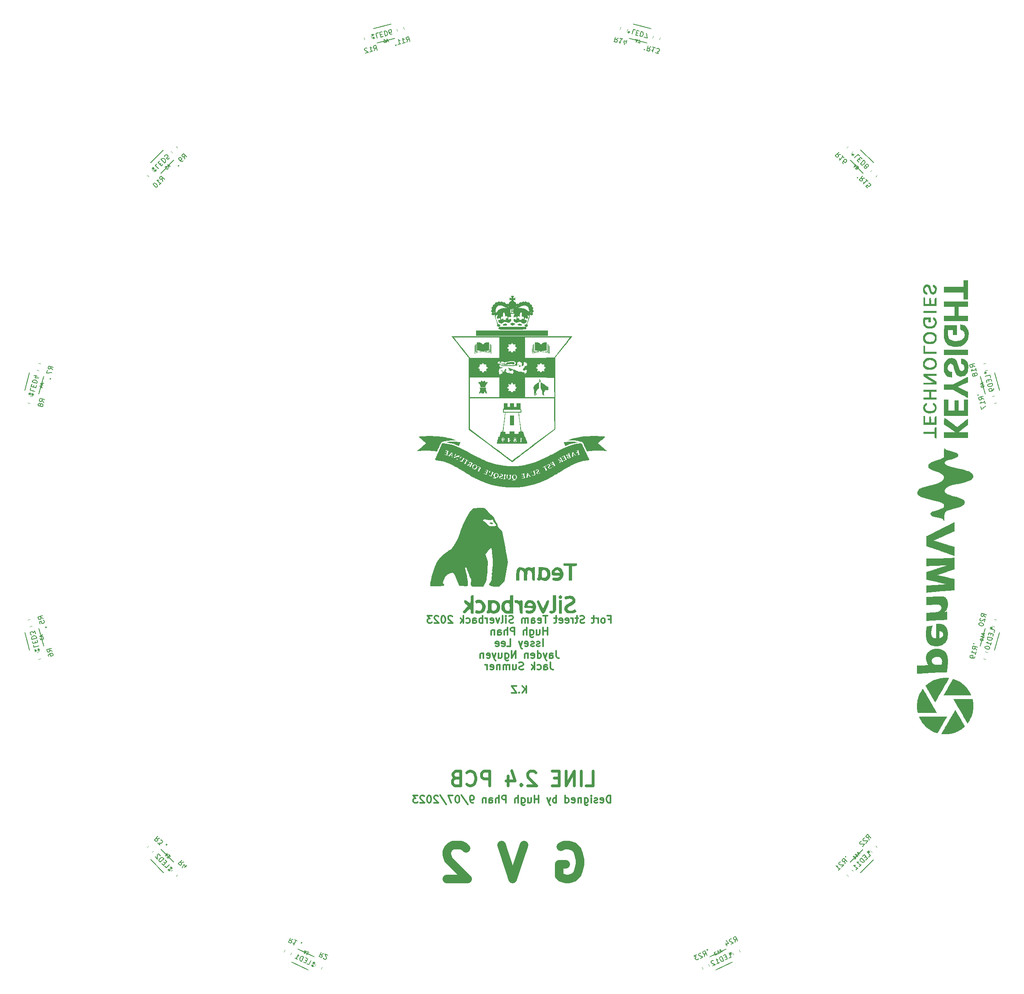
<source format=gbr>
%TF.GenerationSoftware,KiCad,Pcbnew,(6.0.9)*%
%TF.CreationDate,2023-07-09T09:41:20+10:00*%
%TF.ProjectId,Line 2.4,4c696e65-2032-42e3-942e-6b696361645f,rev?*%
%TF.SameCoordinates,Original*%
%TF.FileFunction,Legend,Bot*%
%TF.FilePolarity,Positive*%
%FSLAX46Y46*%
G04 Gerber Fmt 4.6, Leading zero omitted, Abs format (unit mm)*
G04 Created by KiCad (PCBNEW (6.0.9)) date 2023-07-09 09:41:20*
%MOMM*%
%LPD*%
G01*
G04 APERTURE LIST*
%ADD10C,0.300000*%
%ADD11C,0.600000*%
%ADD12C,1.750000*%
%ADD13C,0.150000*%
%ADD14C,0.120000*%
%ADD15C,0.200000*%
%ADD16C,0.152400*%
G04 APERTURE END LIST*
D10*
X273892857Y-201928571D02*
X273892857Y-200428571D01*
X273535714Y-200428571D01*
X273321428Y-200500000D01*
X273178571Y-200642857D01*
X273107142Y-200785714D01*
X273035714Y-201071428D01*
X273035714Y-201285714D01*
X273107142Y-201571428D01*
X273178571Y-201714285D01*
X273321428Y-201857142D01*
X273535714Y-201928571D01*
X273892857Y-201928571D01*
X271821428Y-201857142D02*
X271964285Y-201928571D01*
X272250000Y-201928571D01*
X272392857Y-201857142D01*
X272464285Y-201714285D01*
X272464285Y-201142857D01*
X272392857Y-201000000D01*
X272250000Y-200928571D01*
X271964285Y-200928571D01*
X271821428Y-201000000D01*
X271750000Y-201142857D01*
X271750000Y-201285714D01*
X272464285Y-201428571D01*
X271178571Y-201857142D02*
X271035714Y-201928571D01*
X270750000Y-201928571D01*
X270607142Y-201857142D01*
X270535714Y-201714285D01*
X270535714Y-201642857D01*
X270607142Y-201500000D01*
X270750000Y-201428571D01*
X270964285Y-201428571D01*
X271107142Y-201357142D01*
X271178571Y-201214285D01*
X271178571Y-201142857D01*
X271107142Y-201000000D01*
X270964285Y-200928571D01*
X270750000Y-200928571D01*
X270607142Y-201000000D01*
X269892857Y-201928571D02*
X269892857Y-200928571D01*
X269892857Y-200428571D02*
X269964285Y-200500000D01*
X269892857Y-200571428D01*
X269821428Y-200500000D01*
X269892857Y-200428571D01*
X269892857Y-200571428D01*
X268535714Y-200928571D02*
X268535714Y-202142857D01*
X268607142Y-202285714D01*
X268678571Y-202357142D01*
X268821428Y-202428571D01*
X269035714Y-202428571D01*
X269178571Y-202357142D01*
X268535714Y-201857142D02*
X268678571Y-201928571D01*
X268964285Y-201928571D01*
X269107142Y-201857142D01*
X269178571Y-201785714D01*
X269250000Y-201642857D01*
X269250000Y-201214285D01*
X269178571Y-201071428D01*
X269107142Y-201000000D01*
X268964285Y-200928571D01*
X268678571Y-200928571D01*
X268535714Y-201000000D01*
X267821428Y-200928571D02*
X267821428Y-201928571D01*
X267821428Y-201071428D02*
X267750000Y-201000000D01*
X267607142Y-200928571D01*
X267392857Y-200928571D01*
X267250000Y-201000000D01*
X267178571Y-201142857D01*
X267178571Y-201928571D01*
X265892857Y-201857142D02*
X266035714Y-201928571D01*
X266321428Y-201928571D01*
X266464285Y-201857142D01*
X266535714Y-201714285D01*
X266535714Y-201142857D01*
X266464285Y-201000000D01*
X266321428Y-200928571D01*
X266035714Y-200928571D01*
X265892857Y-201000000D01*
X265821428Y-201142857D01*
X265821428Y-201285714D01*
X266535714Y-201428571D01*
X264535714Y-201928571D02*
X264535714Y-200428571D01*
X264535714Y-201857142D02*
X264678571Y-201928571D01*
X264964285Y-201928571D01*
X265107142Y-201857142D01*
X265178571Y-201785714D01*
X265250000Y-201642857D01*
X265250000Y-201214285D01*
X265178571Y-201071428D01*
X265107142Y-201000000D01*
X264964285Y-200928571D01*
X264678571Y-200928571D01*
X264535714Y-201000000D01*
X262678571Y-201928571D02*
X262678571Y-200428571D01*
X262678571Y-201000000D02*
X262535714Y-200928571D01*
X262250000Y-200928571D01*
X262107142Y-201000000D01*
X262035714Y-201071428D01*
X261964285Y-201214285D01*
X261964285Y-201642857D01*
X262035714Y-201785714D01*
X262107142Y-201857142D01*
X262250000Y-201928571D01*
X262535714Y-201928571D01*
X262678571Y-201857142D01*
X261464285Y-200928571D02*
X261107142Y-201928571D01*
X260750000Y-200928571D02*
X261107142Y-201928571D01*
X261250000Y-202285714D01*
X261321428Y-202357142D01*
X261464285Y-202428571D01*
X259035714Y-201928571D02*
X259035714Y-200428571D01*
X259035714Y-201142857D02*
X258178571Y-201142857D01*
X258178571Y-201928571D02*
X258178571Y-200428571D01*
X256821428Y-200928571D02*
X256821428Y-201928571D01*
X257464285Y-200928571D02*
X257464285Y-201714285D01*
X257392857Y-201857142D01*
X257250000Y-201928571D01*
X257035714Y-201928571D01*
X256892857Y-201857142D01*
X256821428Y-201785714D01*
X255464285Y-200928571D02*
X255464285Y-202142857D01*
X255535714Y-202285714D01*
X255607142Y-202357142D01*
X255750000Y-202428571D01*
X255964285Y-202428571D01*
X256107142Y-202357142D01*
X255464285Y-201857142D02*
X255607142Y-201928571D01*
X255892857Y-201928571D01*
X256035714Y-201857142D01*
X256107142Y-201785714D01*
X256178571Y-201642857D01*
X256178571Y-201214285D01*
X256107142Y-201071428D01*
X256035714Y-201000000D01*
X255892857Y-200928571D01*
X255607142Y-200928571D01*
X255464285Y-201000000D01*
X254750000Y-201928571D02*
X254750000Y-200428571D01*
X254107142Y-201928571D02*
X254107142Y-201142857D01*
X254178571Y-201000000D01*
X254321428Y-200928571D01*
X254535714Y-200928571D01*
X254678571Y-201000000D01*
X254750000Y-201071428D01*
X252250000Y-201928571D02*
X252250000Y-200428571D01*
X251678571Y-200428571D01*
X251535714Y-200500000D01*
X251464285Y-200571428D01*
X251392857Y-200714285D01*
X251392857Y-200928571D01*
X251464285Y-201071428D01*
X251535714Y-201142857D01*
X251678571Y-201214285D01*
X252250000Y-201214285D01*
X250750000Y-201928571D02*
X250750000Y-200428571D01*
X250107142Y-201928571D02*
X250107142Y-201142857D01*
X250178571Y-201000000D01*
X250321428Y-200928571D01*
X250535714Y-200928571D01*
X250678571Y-201000000D01*
X250750000Y-201071428D01*
X248750000Y-201928571D02*
X248750000Y-201142857D01*
X248821428Y-201000000D01*
X248964285Y-200928571D01*
X249250000Y-200928571D01*
X249392857Y-201000000D01*
X248750000Y-201857142D02*
X248892857Y-201928571D01*
X249250000Y-201928571D01*
X249392857Y-201857142D01*
X249464285Y-201714285D01*
X249464285Y-201571428D01*
X249392857Y-201428571D01*
X249250000Y-201357142D01*
X248892857Y-201357142D01*
X248750000Y-201285714D01*
X248035714Y-200928571D02*
X248035714Y-201928571D01*
X248035714Y-201071428D02*
X247964285Y-201000000D01*
X247821428Y-200928571D01*
X247607142Y-200928571D01*
X247464285Y-201000000D01*
X247392857Y-201142857D01*
X247392857Y-201928571D01*
X245464285Y-201928571D02*
X245178571Y-201928571D01*
X245035714Y-201857142D01*
X244964285Y-201785714D01*
X244821428Y-201571428D01*
X244750000Y-201285714D01*
X244750000Y-200714285D01*
X244821428Y-200571428D01*
X244892857Y-200500000D01*
X245035714Y-200428571D01*
X245321428Y-200428571D01*
X245464285Y-200500000D01*
X245535714Y-200571428D01*
X245607142Y-200714285D01*
X245607142Y-201071428D01*
X245535714Y-201214285D01*
X245464285Y-201285714D01*
X245321428Y-201357142D01*
X245035714Y-201357142D01*
X244892857Y-201285714D01*
X244821428Y-201214285D01*
X244750000Y-201071428D01*
X243035714Y-200357142D02*
X244321428Y-202285714D01*
X242250000Y-200428571D02*
X242107142Y-200428571D01*
X241964285Y-200500000D01*
X241892857Y-200571428D01*
X241821428Y-200714285D01*
X241750000Y-201000000D01*
X241750000Y-201357142D01*
X241821428Y-201642857D01*
X241892857Y-201785714D01*
X241964285Y-201857142D01*
X242107142Y-201928571D01*
X242250000Y-201928571D01*
X242392857Y-201857142D01*
X242464285Y-201785714D01*
X242535714Y-201642857D01*
X242607142Y-201357142D01*
X242607142Y-201000000D01*
X242535714Y-200714285D01*
X242464285Y-200571428D01*
X242392857Y-200500000D01*
X242250000Y-200428571D01*
X241250000Y-200428571D02*
X240250000Y-200428571D01*
X240892857Y-201928571D01*
X238607142Y-200357142D02*
X239892857Y-202285714D01*
X238178571Y-200571428D02*
X238107142Y-200500000D01*
X237964285Y-200428571D01*
X237607142Y-200428571D01*
X237464285Y-200500000D01*
X237392857Y-200571428D01*
X237321428Y-200714285D01*
X237321428Y-200857142D01*
X237392857Y-201071428D01*
X238250000Y-201928571D01*
X237321428Y-201928571D01*
X236392857Y-200428571D02*
X236250000Y-200428571D01*
X236107142Y-200500000D01*
X236035714Y-200571428D01*
X235964285Y-200714285D01*
X235892857Y-201000000D01*
X235892857Y-201357142D01*
X235964285Y-201642857D01*
X236035714Y-201785714D01*
X236107142Y-201857142D01*
X236250000Y-201928571D01*
X236392857Y-201928571D01*
X236535714Y-201857142D01*
X236607142Y-201785714D01*
X236678571Y-201642857D01*
X236750000Y-201357142D01*
X236750000Y-201000000D01*
X236678571Y-200714285D01*
X236607142Y-200571428D01*
X236535714Y-200500000D01*
X236392857Y-200428571D01*
X235321428Y-200571428D02*
X235250000Y-200500000D01*
X235107142Y-200428571D01*
X234750000Y-200428571D01*
X234607142Y-200500000D01*
X234535714Y-200571428D01*
X234464285Y-200714285D01*
X234464285Y-200857142D01*
X234535714Y-201071428D01*
X235392857Y-201928571D01*
X234464285Y-201928571D01*
X233964285Y-200428571D02*
X233035714Y-200428571D01*
X233535714Y-201000000D01*
X233321428Y-201000000D01*
X233178571Y-201071428D01*
X233107142Y-201142857D01*
X233035714Y-201285714D01*
X233035714Y-201642857D01*
X233107142Y-201785714D01*
X233178571Y-201857142D01*
X233321428Y-201928571D01*
X233750000Y-201928571D01*
X233892857Y-201857142D01*
X233964285Y-201785714D01*
D11*
X268821428Y-198357142D02*
X270250000Y-198357142D01*
X270250000Y-195357142D01*
X267821428Y-198357142D02*
X267821428Y-195357142D01*
X266392857Y-198357142D02*
X266392857Y-195357142D01*
X264678571Y-198357142D01*
X264678571Y-195357142D01*
X263250000Y-196785714D02*
X262250000Y-196785714D01*
X261821428Y-198357142D02*
X263250000Y-198357142D01*
X263250000Y-195357142D01*
X261821428Y-195357142D01*
X258392857Y-195642857D02*
X258250000Y-195500000D01*
X257964285Y-195357142D01*
X257250000Y-195357142D01*
X256964285Y-195500000D01*
X256821428Y-195642857D01*
X256678571Y-195928571D01*
X256678571Y-196214285D01*
X256821428Y-196642857D01*
X258535714Y-198357142D01*
X256678571Y-198357142D01*
X255392857Y-198071428D02*
X255250000Y-198214285D01*
X255392857Y-198357142D01*
X255535714Y-198214285D01*
X255392857Y-198071428D01*
X255392857Y-198357142D01*
X252678571Y-196357142D02*
X252678571Y-198357142D01*
X253392857Y-195214285D02*
X254107142Y-197357142D01*
X252250000Y-197357142D01*
X248821428Y-198357142D02*
X248821428Y-195357142D01*
X247678571Y-195357142D01*
X247392857Y-195500000D01*
X247250000Y-195642857D01*
X247107142Y-195928571D01*
X247107142Y-196357142D01*
X247250000Y-196642857D01*
X247392857Y-196785714D01*
X247678571Y-196928571D01*
X248821428Y-196928571D01*
X244107142Y-198071428D02*
X244250000Y-198214285D01*
X244678571Y-198357142D01*
X244964285Y-198357142D01*
X245392857Y-198214285D01*
X245678571Y-197928571D01*
X245821428Y-197642857D01*
X245964285Y-197071428D01*
X245964285Y-196642857D01*
X245821428Y-196071428D01*
X245678571Y-195785714D01*
X245392857Y-195500000D01*
X244964285Y-195357142D01*
X244678571Y-195357142D01*
X244250000Y-195500000D01*
X244107142Y-195642857D01*
X241821428Y-196785714D02*
X241392857Y-196928571D01*
X241250000Y-197071428D01*
X241107142Y-197357142D01*
X241107142Y-197785714D01*
X241250000Y-198071428D01*
X241392857Y-198214285D01*
X241678571Y-198357142D01*
X242821428Y-198357142D01*
X242821428Y-195357142D01*
X241821428Y-195357142D01*
X241535714Y-195500000D01*
X241392857Y-195642857D01*
X241250000Y-195928571D01*
X241250000Y-196214285D01*
X241392857Y-196500000D01*
X241535714Y-196642857D01*
X241821428Y-196785714D01*
X242821428Y-196785714D01*
D12*
X263583333Y-211000000D02*
X264250000Y-210666666D01*
X265250000Y-210666666D01*
X266250000Y-211000000D01*
X266916666Y-211666666D01*
X267250000Y-212333333D01*
X267583333Y-213666666D01*
X267583333Y-214666666D01*
X267250000Y-216000000D01*
X266916666Y-216666666D01*
X266250000Y-217333333D01*
X265250000Y-217666666D01*
X264583333Y-217666666D01*
X263583333Y-217333333D01*
X263250000Y-217000000D01*
X263250000Y-214666666D01*
X264583333Y-214666666D01*
X255916666Y-210666666D02*
X253583333Y-217666666D01*
X251250000Y-210666666D01*
X243916666Y-211333333D02*
X243583333Y-211000000D01*
X242916666Y-210666666D01*
X241250000Y-210666666D01*
X240583333Y-211000000D01*
X240250000Y-211333333D01*
X239916666Y-212000000D01*
X239916666Y-212666666D01*
X240250000Y-213666666D01*
X244250000Y-217666666D01*
X239916666Y-217666666D01*
D10*
X273464285Y-163897857D02*
X273964285Y-163897857D01*
X273964285Y-164683571D02*
X273964285Y-163183571D01*
X273250000Y-163183571D01*
X272464285Y-164683571D02*
X272607142Y-164612142D01*
X272678571Y-164540714D01*
X272750000Y-164397857D01*
X272750000Y-163969285D01*
X272678571Y-163826428D01*
X272607142Y-163755000D01*
X272464285Y-163683571D01*
X272250000Y-163683571D01*
X272107142Y-163755000D01*
X272035714Y-163826428D01*
X271964285Y-163969285D01*
X271964285Y-164397857D01*
X272035714Y-164540714D01*
X272107142Y-164612142D01*
X272250000Y-164683571D01*
X272464285Y-164683571D01*
X271321428Y-164683571D02*
X271321428Y-163683571D01*
X271321428Y-163969285D02*
X271250000Y-163826428D01*
X271178571Y-163755000D01*
X271035714Y-163683571D01*
X270892857Y-163683571D01*
X270607142Y-163683571D02*
X270035714Y-163683571D01*
X270392857Y-163183571D02*
X270392857Y-164469285D01*
X270321428Y-164612142D01*
X270178571Y-164683571D01*
X270035714Y-164683571D01*
X268464285Y-164612142D02*
X268250000Y-164683571D01*
X267892857Y-164683571D01*
X267750000Y-164612142D01*
X267678571Y-164540714D01*
X267607142Y-164397857D01*
X267607142Y-164255000D01*
X267678571Y-164112142D01*
X267750000Y-164040714D01*
X267892857Y-163969285D01*
X268178571Y-163897857D01*
X268321428Y-163826428D01*
X268392857Y-163755000D01*
X268464285Y-163612142D01*
X268464285Y-163469285D01*
X268392857Y-163326428D01*
X268321428Y-163255000D01*
X268178571Y-163183571D01*
X267821428Y-163183571D01*
X267607142Y-163255000D01*
X267178571Y-163683571D02*
X266607142Y-163683571D01*
X266964285Y-163183571D02*
X266964285Y-164469285D01*
X266892857Y-164612142D01*
X266750000Y-164683571D01*
X266607142Y-164683571D01*
X266107142Y-164683571D02*
X266107142Y-163683571D01*
X266107142Y-163969285D02*
X266035714Y-163826428D01*
X265964285Y-163755000D01*
X265821428Y-163683571D01*
X265678571Y-163683571D01*
X264607142Y-164612142D02*
X264750000Y-164683571D01*
X265035714Y-164683571D01*
X265178571Y-164612142D01*
X265250000Y-164469285D01*
X265250000Y-163897857D01*
X265178571Y-163755000D01*
X265035714Y-163683571D01*
X264750000Y-163683571D01*
X264607142Y-163755000D01*
X264535714Y-163897857D01*
X264535714Y-164040714D01*
X265250000Y-164183571D01*
X263321428Y-164612142D02*
X263464285Y-164683571D01*
X263750000Y-164683571D01*
X263892857Y-164612142D01*
X263964285Y-164469285D01*
X263964285Y-163897857D01*
X263892857Y-163755000D01*
X263750000Y-163683571D01*
X263464285Y-163683571D01*
X263321428Y-163755000D01*
X263250000Y-163897857D01*
X263250000Y-164040714D01*
X263964285Y-164183571D01*
X262821428Y-163683571D02*
X262250000Y-163683571D01*
X262607142Y-163183571D02*
X262607142Y-164469285D01*
X262535714Y-164612142D01*
X262392857Y-164683571D01*
X262250000Y-164683571D01*
X260821428Y-163183571D02*
X259964285Y-163183571D01*
X260392857Y-164683571D02*
X260392857Y-163183571D01*
X258892857Y-164612142D02*
X259035714Y-164683571D01*
X259321428Y-164683571D01*
X259464285Y-164612142D01*
X259535714Y-164469285D01*
X259535714Y-163897857D01*
X259464285Y-163755000D01*
X259321428Y-163683571D01*
X259035714Y-163683571D01*
X258892857Y-163755000D01*
X258821428Y-163897857D01*
X258821428Y-164040714D01*
X259535714Y-164183571D01*
X257535714Y-164683571D02*
X257535714Y-163897857D01*
X257607142Y-163755000D01*
X257750000Y-163683571D01*
X258035714Y-163683571D01*
X258178571Y-163755000D01*
X257535714Y-164612142D02*
X257678571Y-164683571D01*
X258035714Y-164683571D01*
X258178571Y-164612142D01*
X258250000Y-164469285D01*
X258250000Y-164326428D01*
X258178571Y-164183571D01*
X258035714Y-164112142D01*
X257678571Y-164112142D01*
X257535714Y-164040714D01*
X256821428Y-164683571D02*
X256821428Y-163683571D01*
X256821428Y-163826428D02*
X256750000Y-163755000D01*
X256607142Y-163683571D01*
X256392857Y-163683571D01*
X256250000Y-163755000D01*
X256178571Y-163897857D01*
X256178571Y-164683571D01*
X256178571Y-163897857D02*
X256107142Y-163755000D01*
X255964285Y-163683571D01*
X255750000Y-163683571D01*
X255607142Y-163755000D01*
X255535714Y-163897857D01*
X255535714Y-164683571D01*
X253750000Y-164612142D02*
X253535714Y-164683571D01*
X253178571Y-164683571D01*
X253035714Y-164612142D01*
X252964285Y-164540714D01*
X252892857Y-164397857D01*
X252892857Y-164255000D01*
X252964285Y-164112142D01*
X253035714Y-164040714D01*
X253178571Y-163969285D01*
X253464285Y-163897857D01*
X253607142Y-163826428D01*
X253678571Y-163755000D01*
X253750000Y-163612142D01*
X253750000Y-163469285D01*
X253678571Y-163326428D01*
X253607142Y-163255000D01*
X253464285Y-163183571D01*
X253107142Y-163183571D01*
X252892857Y-163255000D01*
X252250000Y-164683571D02*
X252250000Y-163683571D01*
X252250000Y-163183571D02*
X252321428Y-163255000D01*
X252250000Y-163326428D01*
X252178571Y-163255000D01*
X252250000Y-163183571D01*
X252250000Y-163326428D01*
X251321428Y-164683571D02*
X251464285Y-164612142D01*
X251535714Y-164469285D01*
X251535714Y-163183571D01*
X250892857Y-163683571D02*
X250535714Y-164683571D01*
X250178571Y-163683571D01*
X249035714Y-164612142D02*
X249178571Y-164683571D01*
X249464285Y-164683571D01*
X249607142Y-164612142D01*
X249678571Y-164469285D01*
X249678571Y-163897857D01*
X249607142Y-163755000D01*
X249464285Y-163683571D01*
X249178571Y-163683571D01*
X249035714Y-163755000D01*
X248964285Y-163897857D01*
X248964285Y-164040714D01*
X249678571Y-164183571D01*
X248321428Y-164683571D02*
X248321428Y-163683571D01*
X248321428Y-163969285D02*
X248250000Y-163826428D01*
X248178571Y-163755000D01*
X248035714Y-163683571D01*
X247892857Y-163683571D01*
X247392857Y-164683571D02*
X247392857Y-163183571D01*
X247392857Y-163755000D02*
X247250000Y-163683571D01*
X246964285Y-163683571D01*
X246821428Y-163755000D01*
X246750000Y-163826428D01*
X246678571Y-163969285D01*
X246678571Y-164397857D01*
X246750000Y-164540714D01*
X246821428Y-164612142D01*
X246964285Y-164683571D01*
X247250000Y-164683571D01*
X247392857Y-164612142D01*
X245392857Y-164683571D02*
X245392857Y-163897857D01*
X245464285Y-163755000D01*
X245607142Y-163683571D01*
X245892857Y-163683571D01*
X246035714Y-163755000D01*
X245392857Y-164612142D02*
X245535714Y-164683571D01*
X245892857Y-164683571D01*
X246035714Y-164612142D01*
X246107142Y-164469285D01*
X246107142Y-164326428D01*
X246035714Y-164183571D01*
X245892857Y-164112142D01*
X245535714Y-164112142D01*
X245392857Y-164040714D01*
X244035714Y-164612142D02*
X244178571Y-164683571D01*
X244464285Y-164683571D01*
X244607142Y-164612142D01*
X244678571Y-164540714D01*
X244750000Y-164397857D01*
X244750000Y-163969285D01*
X244678571Y-163826428D01*
X244607142Y-163755000D01*
X244464285Y-163683571D01*
X244178571Y-163683571D01*
X244035714Y-163755000D01*
X243392857Y-164683571D02*
X243392857Y-163183571D01*
X243250000Y-164112142D02*
X242821428Y-164683571D01*
X242821428Y-163683571D02*
X243392857Y-164255000D01*
X241107142Y-163326428D02*
X241035714Y-163255000D01*
X240892857Y-163183571D01*
X240535714Y-163183571D01*
X240392857Y-163255000D01*
X240321428Y-163326428D01*
X240250000Y-163469285D01*
X240250000Y-163612142D01*
X240321428Y-163826428D01*
X241178571Y-164683571D01*
X240250000Y-164683571D01*
X239321428Y-163183571D02*
X239178571Y-163183571D01*
X239035714Y-163255000D01*
X238964285Y-163326428D01*
X238892857Y-163469285D01*
X238821428Y-163755000D01*
X238821428Y-164112142D01*
X238892857Y-164397857D01*
X238964285Y-164540714D01*
X239035714Y-164612142D01*
X239178571Y-164683571D01*
X239321428Y-164683571D01*
X239464285Y-164612142D01*
X239535714Y-164540714D01*
X239607142Y-164397857D01*
X239678571Y-164112142D01*
X239678571Y-163755000D01*
X239607142Y-163469285D01*
X239535714Y-163326428D01*
X239464285Y-163255000D01*
X239321428Y-163183571D01*
X238250000Y-163326428D02*
X238178571Y-163255000D01*
X238035714Y-163183571D01*
X237678571Y-163183571D01*
X237535714Y-163255000D01*
X237464285Y-163326428D01*
X237392857Y-163469285D01*
X237392857Y-163612142D01*
X237464285Y-163826428D01*
X238321428Y-164683571D01*
X237392857Y-164683571D01*
X236892857Y-163183571D02*
X235964285Y-163183571D01*
X236464285Y-163755000D01*
X236250000Y-163755000D01*
X236107142Y-163826428D01*
X236035714Y-163897857D01*
X235964285Y-164040714D01*
X235964285Y-164397857D01*
X236035714Y-164540714D01*
X236107142Y-164612142D01*
X236250000Y-164683571D01*
X236678571Y-164683571D01*
X236821428Y-164612142D01*
X236892857Y-164540714D01*
X260821428Y-167098571D02*
X260821428Y-165598571D01*
X260821428Y-166312857D02*
X259964285Y-166312857D01*
X259964285Y-167098571D02*
X259964285Y-165598571D01*
X258607142Y-166098571D02*
X258607142Y-167098571D01*
X259250000Y-166098571D02*
X259250000Y-166884285D01*
X259178571Y-167027142D01*
X259035714Y-167098571D01*
X258821428Y-167098571D01*
X258678571Y-167027142D01*
X258607142Y-166955714D01*
X257250000Y-166098571D02*
X257250000Y-167312857D01*
X257321428Y-167455714D01*
X257392857Y-167527142D01*
X257535714Y-167598571D01*
X257750000Y-167598571D01*
X257892857Y-167527142D01*
X257250000Y-167027142D02*
X257392857Y-167098571D01*
X257678571Y-167098571D01*
X257821428Y-167027142D01*
X257892857Y-166955714D01*
X257964285Y-166812857D01*
X257964285Y-166384285D01*
X257892857Y-166241428D01*
X257821428Y-166170000D01*
X257678571Y-166098571D01*
X257392857Y-166098571D01*
X257250000Y-166170000D01*
X256535714Y-167098571D02*
X256535714Y-165598571D01*
X255892857Y-167098571D02*
X255892857Y-166312857D01*
X255964285Y-166170000D01*
X256107142Y-166098571D01*
X256321428Y-166098571D01*
X256464285Y-166170000D01*
X256535714Y-166241428D01*
X254035714Y-167098571D02*
X254035714Y-165598571D01*
X253464285Y-165598571D01*
X253321428Y-165670000D01*
X253250000Y-165741428D01*
X253178571Y-165884285D01*
X253178571Y-166098571D01*
X253250000Y-166241428D01*
X253321428Y-166312857D01*
X253464285Y-166384285D01*
X254035714Y-166384285D01*
X252535714Y-167098571D02*
X252535714Y-165598571D01*
X251892857Y-167098571D02*
X251892857Y-166312857D01*
X251964285Y-166170000D01*
X252107142Y-166098571D01*
X252321428Y-166098571D01*
X252464285Y-166170000D01*
X252535714Y-166241428D01*
X250535714Y-167098571D02*
X250535714Y-166312857D01*
X250607142Y-166170000D01*
X250750000Y-166098571D01*
X251035714Y-166098571D01*
X251178571Y-166170000D01*
X250535714Y-167027142D02*
X250678571Y-167098571D01*
X251035714Y-167098571D01*
X251178571Y-167027142D01*
X251250000Y-166884285D01*
X251250000Y-166741428D01*
X251178571Y-166598571D01*
X251035714Y-166527142D01*
X250678571Y-166527142D01*
X250535714Y-166455714D01*
X249821428Y-166098571D02*
X249821428Y-167098571D01*
X249821428Y-166241428D02*
X249750000Y-166170000D01*
X249607142Y-166098571D01*
X249392857Y-166098571D01*
X249250000Y-166170000D01*
X249178571Y-166312857D01*
X249178571Y-167098571D01*
X259892857Y-169513571D02*
X259892857Y-168013571D01*
X259250000Y-169442142D02*
X259107142Y-169513571D01*
X258821428Y-169513571D01*
X258678571Y-169442142D01*
X258607142Y-169299285D01*
X258607142Y-169227857D01*
X258678571Y-169085000D01*
X258821428Y-169013571D01*
X259035714Y-169013571D01*
X259178571Y-168942142D01*
X259250000Y-168799285D01*
X259250000Y-168727857D01*
X259178571Y-168585000D01*
X259035714Y-168513571D01*
X258821428Y-168513571D01*
X258678571Y-168585000D01*
X258035714Y-169442142D02*
X257892857Y-169513571D01*
X257607142Y-169513571D01*
X257464285Y-169442142D01*
X257392857Y-169299285D01*
X257392857Y-169227857D01*
X257464285Y-169085000D01*
X257607142Y-169013571D01*
X257821428Y-169013571D01*
X257964285Y-168942142D01*
X258035714Y-168799285D01*
X258035714Y-168727857D01*
X257964285Y-168585000D01*
X257821428Y-168513571D01*
X257607142Y-168513571D01*
X257464285Y-168585000D01*
X256178571Y-169442142D02*
X256321428Y-169513571D01*
X256607142Y-169513571D01*
X256750000Y-169442142D01*
X256821428Y-169299285D01*
X256821428Y-168727857D01*
X256750000Y-168585000D01*
X256607142Y-168513571D01*
X256321428Y-168513571D01*
X256178571Y-168585000D01*
X256107142Y-168727857D01*
X256107142Y-168870714D01*
X256821428Y-169013571D01*
X255607142Y-168513571D02*
X255250000Y-169513571D01*
X254892857Y-168513571D02*
X255250000Y-169513571D01*
X255392857Y-169870714D01*
X255464285Y-169942142D01*
X255607142Y-170013571D01*
X252464285Y-169513571D02*
X253178571Y-169513571D01*
X253178571Y-168013571D01*
X251392857Y-169442142D02*
X251535714Y-169513571D01*
X251821428Y-169513571D01*
X251964285Y-169442142D01*
X252035714Y-169299285D01*
X252035714Y-168727857D01*
X251964285Y-168585000D01*
X251821428Y-168513571D01*
X251535714Y-168513571D01*
X251392857Y-168585000D01*
X251321428Y-168727857D01*
X251321428Y-168870714D01*
X252035714Y-169013571D01*
X250107142Y-169442142D02*
X250250000Y-169513571D01*
X250535714Y-169513571D01*
X250678571Y-169442142D01*
X250750000Y-169299285D01*
X250750000Y-168727857D01*
X250678571Y-168585000D01*
X250535714Y-168513571D01*
X250250000Y-168513571D01*
X250107142Y-168585000D01*
X250035714Y-168727857D01*
X250035714Y-168870714D01*
X250750000Y-169013571D01*
X262642857Y-170428571D02*
X262642857Y-171500000D01*
X262714285Y-171714285D01*
X262857142Y-171857142D01*
X263071428Y-171928571D01*
X263214285Y-171928571D01*
X261285714Y-171928571D02*
X261285714Y-171142857D01*
X261357142Y-171000000D01*
X261500000Y-170928571D01*
X261785714Y-170928571D01*
X261928571Y-171000000D01*
X261285714Y-171857142D02*
X261428571Y-171928571D01*
X261785714Y-171928571D01*
X261928571Y-171857142D01*
X262000000Y-171714285D01*
X262000000Y-171571428D01*
X261928571Y-171428571D01*
X261785714Y-171357142D01*
X261428571Y-171357142D01*
X261285714Y-171285714D01*
X260714285Y-170928571D02*
X260357142Y-171928571D01*
X260000000Y-170928571D02*
X260357142Y-171928571D01*
X260500000Y-172285714D01*
X260571428Y-172357142D01*
X260714285Y-172428571D01*
X258785714Y-171928571D02*
X258785714Y-170428571D01*
X258785714Y-171857142D02*
X258928571Y-171928571D01*
X259214285Y-171928571D01*
X259357142Y-171857142D01*
X259428571Y-171785714D01*
X259500000Y-171642857D01*
X259500000Y-171214285D01*
X259428571Y-171071428D01*
X259357142Y-171000000D01*
X259214285Y-170928571D01*
X258928571Y-170928571D01*
X258785714Y-171000000D01*
X257500000Y-171857142D02*
X257642857Y-171928571D01*
X257928571Y-171928571D01*
X258071428Y-171857142D01*
X258142857Y-171714285D01*
X258142857Y-171142857D01*
X258071428Y-171000000D01*
X257928571Y-170928571D01*
X257642857Y-170928571D01*
X257500000Y-171000000D01*
X257428571Y-171142857D01*
X257428571Y-171285714D01*
X258142857Y-171428571D01*
X256785714Y-170928571D02*
X256785714Y-171928571D01*
X256785714Y-171071428D02*
X256714285Y-171000000D01*
X256571428Y-170928571D01*
X256357142Y-170928571D01*
X256214285Y-171000000D01*
X256142857Y-171142857D01*
X256142857Y-171928571D01*
X254285714Y-171928571D02*
X254285714Y-170428571D01*
X253428571Y-171928571D01*
X253428571Y-170428571D01*
X252071428Y-170928571D02*
X252071428Y-172142857D01*
X252142857Y-172285714D01*
X252214285Y-172357142D01*
X252357142Y-172428571D01*
X252571428Y-172428571D01*
X252714285Y-172357142D01*
X252071428Y-171857142D02*
X252214285Y-171928571D01*
X252500000Y-171928571D01*
X252642857Y-171857142D01*
X252714285Y-171785714D01*
X252785714Y-171642857D01*
X252785714Y-171214285D01*
X252714285Y-171071428D01*
X252642857Y-171000000D01*
X252500000Y-170928571D01*
X252214285Y-170928571D01*
X252071428Y-171000000D01*
X250714285Y-170928571D02*
X250714285Y-171928571D01*
X251357142Y-170928571D02*
X251357142Y-171714285D01*
X251285714Y-171857142D01*
X251142857Y-171928571D01*
X250928571Y-171928571D01*
X250785714Y-171857142D01*
X250714285Y-171785714D01*
X250142857Y-170928571D02*
X249785714Y-171928571D01*
X249428571Y-170928571D02*
X249785714Y-171928571D01*
X249928571Y-172285714D01*
X250000000Y-172357142D01*
X250142857Y-172428571D01*
X248285714Y-171857142D02*
X248428571Y-171928571D01*
X248714285Y-171928571D01*
X248857142Y-171857142D01*
X248928571Y-171714285D01*
X248928571Y-171142857D01*
X248857142Y-171000000D01*
X248714285Y-170928571D01*
X248428571Y-170928571D01*
X248285714Y-171000000D01*
X248214285Y-171142857D01*
X248214285Y-171285714D01*
X248928571Y-171428571D01*
X247571428Y-170928571D02*
X247571428Y-171928571D01*
X247571428Y-171071428D02*
X247500000Y-171000000D01*
X247357142Y-170928571D01*
X247142857Y-170928571D01*
X247000000Y-171000000D01*
X246928571Y-171142857D01*
X246928571Y-171928571D01*
X261464285Y-172843571D02*
X261464285Y-173915000D01*
X261535714Y-174129285D01*
X261678571Y-174272142D01*
X261892857Y-174343571D01*
X262035714Y-174343571D01*
X260107142Y-174343571D02*
X260107142Y-173557857D01*
X260178571Y-173415000D01*
X260321428Y-173343571D01*
X260607142Y-173343571D01*
X260750000Y-173415000D01*
X260107142Y-174272142D02*
X260250000Y-174343571D01*
X260607142Y-174343571D01*
X260750000Y-174272142D01*
X260821428Y-174129285D01*
X260821428Y-173986428D01*
X260750000Y-173843571D01*
X260607142Y-173772142D01*
X260250000Y-173772142D01*
X260107142Y-173700714D01*
X258750000Y-174272142D02*
X258892857Y-174343571D01*
X259178571Y-174343571D01*
X259321428Y-174272142D01*
X259392857Y-174200714D01*
X259464285Y-174057857D01*
X259464285Y-173629285D01*
X259392857Y-173486428D01*
X259321428Y-173415000D01*
X259178571Y-173343571D01*
X258892857Y-173343571D01*
X258750000Y-173415000D01*
X258107142Y-174343571D02*
X258107142Y-172843571D01*
X257964285Y-173772142D02*
X257535714Y-174343571D01*
X257535714Y-173343571D02*
X258107142Y-173915000D01*
X255821428Y-174272142D02*
X255607142Y-174343571D01*
X255250000Y-174343571D01*
X255107142Y-174272142D01*
X255035714Y-174200714D01*
X254964285Y-174057857D01*
X254964285Y-173915000D01*
X255035714Y-173772142D01*
X255107142Y-173700714D01*
X255250000Y-173629285D01*
X255535714Y-173557857D01*
X255678571Y-173486428D01*
X255750000Y-173415000D01*
X255821428Y-173272142D01*
X255821428Y-173129285D01*
X255750000Y-172986428D01*
X255678571Y-172915000D01*
X255535714Y-172843571D01*
X255178571Y-172843571D01*
X254964285Y-172915000D01*
X253678571Y-173343571D02*
X253678571Y-174343571D01*
X254321428Y-173343571D02*
X254321428Y-174129285D01*
X254250000Y-174272142D01*
X254107142Y-174343571D01*
X253892857Y-174343571D01*
X253750000Y-174272142D01*
X253678571Y-174200714D01*
X252964285Y-174343571D02*
X252964285Y-173343571D01*
X252964285Y-173486428D02*
X252892857Y-173415000D01*
X252750000Y-173343571D01*
X252535714Y-173343571D01*
X252392857Y-173415000D01*
X252321428Y-173557857D01*
X252321428Y-174343571D01*
X252321428Y-173557857D02*
X252250000Y-173415000D01*
X252107142Y-173343571D01*
X251892857Y-173343571D01*
X251750000Y-173415000D01*
X251678571Y-173557857D01*
X251678571Y-174343571D01*
X250964285Y-173343571D02*
X250964285Y-174343571D01*
X250964285Y-173486428D02*
X250892857Y-173415000D01*
X250750000Y-173343571D01*
X250535714Y-173343571D01*
X250392857Y-173415000D01*
X250321428Y-173557857D01*
X250321428Y-174343571D01*
X249035714Y-174272142D02*
X249178571Y-174343571D01*
X249464285Y-174343571D01*
X249607142Y-174272142D01*
X249678571Y-174129285D01*
X249678571Y-173557857D01*
X249607142Y-173415000D01*
X249464285Y-173343571D01*
X249178571Y-173343571D01*
X249035714Y-173415000D01*
X248964285Y-173557857D01*
X248964285Y-173700714D01*
X249678571Y-173843571D01*
X248321428Y-174343571D02*
X248321428Y-173343571D01*
X248321428Y-173629285D02*
X248250000Y-173486428D01*
X248178571Y-173415000D01*
X248035714Y-173343571D01*
X247892857Y-173343571D01*
X256464285Y-179173571D02*
X256464285Y-177673571D01*
X255607142Y-179173571D02*
X256250000Y-178316428D01*
X255607142Y-177673571D02*
X256464285Y-178530714D01*
X254964285Y-179030714D02*
X254892857Y-179102142D01*
X254964285Y-179173571D01*
X255035714Y-179102142D01*
X254964285Y-179030714D01*
X254964285Y-179173571D01*
X254392857Y-177673571D02*
X253392857Y-177673571D01*
X254392857Y-179173571D01*
X253392857Y-179173571D01*
D13*
%TO.C,R7*%
X158296479Y-112191667D02*
X157922788Y-111746444D01*
X158444376Y-111639709D02*
X157478450Y-111380890D01*
X157379852Y-111748862D01*
X157401200Y-111853179D01*
X157434871Y-111911501D01*
X157514539Y-111982146D01*
X157652529Y-112019121D01*
X157756847Y-111997774D01*
X157815168Y-111964102D01*
X157885814Y-111884434D01*
X157984411Y-111516462D01*
X157244281Y-112254823D02*
X157071735Y-112898773D01*
X158148583Y-112743624D01*
%TO.C,R19*%
X349786973Y-170260562D02*
X349413281Y-169815340D01*
X349934869Y-169708604D02*
X348968943Y-169449785D01*
X348870346Y-169817757D01*
X348891693Y-169922075D01*
X348925364Y-169980396D01*
X349005033Y-170051042D01*
X349143022Y-170088016D01*
X349247340Y-170066669D01*
X349305661Y-170032997D01*
X349376307Y-169953329D01*
X349474905Y-169585357D01*
X349540478Y-171180491D02*
X349688375Y-170628534D01*
X349614427Y-170904513D02*
X348648501Y-170645693D01*
X348811140Y-170590675D01*
X348927782Y-170523331D01*
X348998428Y-170443663D01*
X349417231Y-171640456D02*
X349367932Y-171824442D01*
X349297286Y-171904110D01*
X349238965Y-171937782D01*
X349076326Y-171992801D01*
X348880016Y-171989498D01*
X348512044Y-171890901D01*
X348432376Y-171820255D01*
X348398704Y-171761933D01*
X348377357Y-171657616D01*
X348426656Y-171473630D01*
X348497302Y-171393962D01*
X348555623Y-171360290D01*
X348659941Y-171338943D01*
X348889923Y-171400566D01*
X348969591Y-171471212D01*
X349003263Y-171529534D01*
X349024610Y-171633851D01*
X348975311Y-171817837D01*
X348904665Y-171897505D01*
X348846344Y-171931177D01*
X348742026Y-171952524D01*
%TO.C,R14*%
X275497295Y-43398200D02*
X275052073Y-43771892D01*
X274945337Y-43250304D02*
X274686518Y-44216230D01*
X275054490Y-44314827D01*
X275158808Y-44293480D01*
X275217129Y-44259809D01*
X275287775Y-44180140D01*
X275324749Y-44042151D01*
X275303402Y-43937833D01*
X275269730Y-43879512D01*
X275190062Y-43808866D01*
X274822090Y-43710268D01*
X276417224Y-43644695D02*
X275865267Y-43496798D01*
X276141246Y-43570746D02*
X275882426Y-44536672D01*
X275827408Y-44374033D01*
X275760064Y-44257391D01*
X275680396Y-44186745D01*
X277072615Y-44510490D02*
X277245161Y-43866540D01*
X276744035Y-44816838D02*
X276698923Y-44065268D01*
X277296877Y-44225489D01*
%TO.C,R22*%
X327460002Y-209601116D02*
X327358987Y-209028697D01*
X327864063Y-209197055D02*
X327156956Y-208489949D01*
X326887582Y-208759323D01*
X326853910Y-208860338D01*
X326853910Y-208927681D01*
X326887582Y-209028697D01*
X326988597Y-209129712D01*
X327089613Y-209163384D01*
X327156956Y-209163384D01*
X327257971Y-209129712D01*
X327527345Y-208860338D01*
X326550864Y-209230727D02*
X326483521Y-209230727D01*
X326382506Y-209264399D01*
X326214147Y-209432758D01*
X326180475Y-209533773D01*
X326180475Y-209601116D01*
X326214147Y-209702132D01*
X326281490Y-209769475D01*
X326416177Y-209836819D01*
X327224300Y-209836819D01*
X326786567Y-210274552D01*
X325877429Y-209904162D02*
X325810086Y-209904162D01*
X325709071Y-209937834D01*
X325540712Y-210106193D01*
X325507040Y-210207208D01*
X325507040Y-210274552D01*
X325540712Y-210375567D01*
X325608055Y-210442910D01*
X325742742Y-210510254D01*
X326550864Y-210510254D01*
X326113132Y-210947987D01*
%TO.C,A8*%
X324581148Y-69727099D02*
X324796648Y-69942598D01*
X324667348Y-69554700D02*
X324365649Y-70158097D01*
X324969047Y-69856398D01*
X324925947Y-70330497D02*
X324861297Y-70308947D01*
X324818198Y-70308947D01*
X324753548Y-70330497D01*
X324731998Y-70352047D01*
X324710448Y-70416696D01*
X324710448Y-70459796D01*
X324731998Y-70524446D01*
X324818198Y-70610646D01*
X324882847Y-70632196D01*
X324925947Y-70632196D01*
X324990597Y-70610646D01*
X325012147Y-70589096D01*
X325033697Y-70524446D01*
X325033697Y-70481346D01*
X325012147Y-70416696D01*
X324925947Y-70330497D01*
X324904397Y-70265847D01*
X324904397Y-70222747D01*
X324925947Y-70158097D01*
X325012147Y-70071898D01*
X325076797Y-70050348D01*
X325119896Y-70050348D01*
X325184546Y-70071898D01*
X325270746Y-70158097D01*
X325292296Y-70222747D01*
X325292296Y-70265847D01*
X325270746Y-70330497D01*
X325184546Y-70416696D01*
X325119896Y-70438246D01*
X325076797Y-70438246D01*
X325012147Y-70416696D01*
%TO.C,R6*%
X158207114Y-170484572D02*
X157660877Y-170285844D01*
X158059218Y-169932614D02*
X157093292Y-170191433D01*
X157191890Y-170559405D01*
X157262536Y-170639073D01*
X157320857Y-170672745D01*
X157425174Y-170694092D01*
X157563164Y-170657118D01*
X157642832Y-170586472D01*
X157676504Y-170528151D01*
X157697851Y-170423833D01*
X157599253Y-170055862D01*
X157463034Y-171571328D02*
X157413735Y-171387342D01*
X157435082Y-171283024D01*
X157468753Y-171224703D01*
X157582093Y-171095736D01*
X157753755Y-171000440D01*
X158121726Y-170901843D01*
X158226044Y-170923190D01*
X158284365Y-170956861D01*
X158355011Y-171036530D01*
X158404310Y-171220516D01*
X158382963Y-171324833D01*
X158349291Y-171383154D01*
X158269623Y-171453800D01*
X158039641Y-171515424D01*
X157935323Y-171494077D01*
X157877002Y-171460405D01*
X157806356Y-171380737D01*
X157757057Y-171196751D01*
X157778404Y-171092433D01*
X157812076Y-171034112D01*
X157891744Y-170963466D01*
%TO.C,R24*%
X299707713Y-230789928D02*
X299808569Y-230217480D01*
X300225604Y-230548432D02*
X299802985Y-229642124D01*
X299457725Y-229803121D01*
X299391535Y-229886528D01*
X299368502Y-229949810D01*
X299365594Y-230056250D01*
X299425968Y-230185723D01*
X299509375Y-230251913D01*
X299572657Y-230274946D01*
X299679097Y-230277854D01*
X300024357Y-230116856D01*
X298980084Y-230130932D02*
X298916802Y-230107900D01*
X298810362Y-230104991D01*
X298594575Y-230205615D01*
X298528385Y-230289022D01*
X298505352Y-230352304D01*
X298502444Y-230458744D01*
X298542693Y-230545059D01*
X298646224Y-230654406D01*
X299405611Y-230930800D01*
X298844563Y-231192421D01*
X297785982Y-230950460D02*
X298067728Y-231554666D01*
X297840772Y-230504577D02*
X298358430Y-231051316D01*
X297797383Y-231312937D01*
%TO.C,R1*%
X208105008Y-230167826D02*
X207601658Y-230458528D01*
X207587117Y-229926330D02*
X207164499Y-230832637D01*
X207509759Y-230993635D01*
X207616199Y-230990727D01*
X207679481Y-230967694D01*
X207762888Y-230901503D01*
X207823262Y-230772031D01*
X207820354Y-230665591D01*
X207797321Y-230602309D01*
X207731131Y-230518902D01*
X207385871Y-230357905D01*
X208968158Y-230570319D02*
X208450268Y-230328823D01*
X208709213Y-230449571D02*
X208286595Y-231355879D01*
X208260654Y-231186157D01*
X208214588Y-231059593D01*
X208148398Y-230976186D01*
%TO.C,A6*%
X227821765Y-44024898D02*
X227527388Y-44103776D01*
X227927967Y-44185749D02*
X227556259Y-43622771D01*
X227515839Y-44296179D01*
X226879191Y-43804191D02*
X226996942Y-43772640D01*
X227063705Y-43786302D01*
X227101031Y-43807852D01*
X227183570Y-43880389D01*
X227244559Y-43990253D01*
X227307661Y-44225755D01*
X227293999Y-44292518D01*
X227272449Y-44329843D01*
X227221462Y-44375057D01*
X227103711Y-44406608D01*
X227036947Y-44392946D01*
X226999622Y-44371396D01*
X226954408Y-44320408D01*
X226914969Y-44173220D01*
X226928631Y-44106456D01*
X226950181Y-44069131D01*
X227001169Y-44023917D01*
X227118920Y-43992366D01*
X227185683Y-44006028D01*
X227223009Y-44027578D01*
X227268222Y-44078566D01*
%TO.C,LED6*%
X225773046Y-42345267D02*
X225313081Y-42468514D01*
X225571900Y-43434440D01*
X226230593Y-42764955D02*
X226552568Y-42678682D01*
X226554986Y-42135747D02*
X226095021Y-42258994D01*
X226353840Y-43224920D01*
X226813805Y-43101673D01*
X226968954Y-42024824D02*
X227227773Y-42990750D01*
X227457755Y-42929127D01*
X227583420Y-42846156D01*
X227650763Y-42729514D01*
X227672110Y-42625196D01*
X227668808Y-42428885D01*
X227631834Y-42290896D01*
X227536539Y-42119235D01*
X227465893Y-42039567D01*
X227349250Y-41972223D01*
X227198936Y-41963201D01*
X226968954Y-42024824D01*
X228607667Y-42621009D02*
X228423681Y-42670307D01*
X228319363Y-42648960D01*
X228261042Y-42615289D01*
X228132075Y-42501949D01*
X228036780Y-42330288D01*
X227938182Y-41962316D01*
X227959529Y-41857998D01*
X227993201Y-41799677D01*
X228072869Y-41729031D01*
X228256855Y-41679732D01*
X228361173Y-41701079D01*
X228419494Y-41734751D01*
X228490140Y-41814419D01*
X228551763Y-42044402D01*
X228530416Y-42148719D01*
X228496744Y-42207040D01*
X228417076Y-42277686D01*
X228233090Y-42326985D01*
X228128773Y-42305638D01*
X228070452Y-42271966D01*
X227999806Y-42192298D01*
X224575228Y-42567623D02*
X224636852Y-42797605D01*
X224842185Y-42643989D02*
X224636852Y-42797605D01*
X224382220Y-42767236D01*
X224824140Y-42944617D02*
X224636852Y-42797605D01*
X224548161Y-43018565D01*
X224858697Y-43625542D02*
X224797073Y-43395560D01*
X224591740Y-43549176D02*
X224797073Y-43395560D01*
X225051705Y-43425929D01*
X224609785Y-43248548D02*
X224797073Y-43395560D01*
X224885764Y-43174600D01*
%TO.C,R21*%
X322506683Y-214550864D02*
X322405668Y-213978445D01*
X322910744Y-214146803D02*
X322203637Y-213439697D01*
X321934263Y-213709071D01*
X321900591Y-213810086D01*
X321900591Y-213877429D01*
X321934263Y-213978445D01*
X322035278Y-214079460D01*
X322136294Y-214113132D01*
X322203637Y-214113132D01*
X322304652Y-214079460D01*
X322574026Y-213810086D01*
X321597545Y-214180475D02*
X321530202Y-214180475D01*
X321429187Y-214214147D01*
X321260828Y-214382506D01*
X321227156Y-214483521D01*
X321227156Y-214550864D01*
X321260828Y-214651880D01*
X321328171Y-214719223D01*
X321462858Y-214786567D01*
X322270981Y-214786567D01*
X321833248Y-215224300D01*
X321159813Y-215897735D02*
X321563874Y-215493674D01*
X321361843Y-215695704D02*
X320654736Y-214988597D01*
X320823095Y-215022269D01*
X320957782Y-215022269D01*
X321058797Y-214988597D01*
%TO.C,R2*%
X214450385Y-233129510D02*
X213947035Y-233420212D01*
X213932494Y-232888014D02*
X213509876Y-233794321D01*
X213855136Y-233955319D01*
X213961576Y-233952411D01*
X214024858Y-233929378D01*
X214108265Y-233863187D01*
X214168639Y-233733715D01*
X214165731Y-233627275D01*
X214142698Y-233563993D01*
X214076508Y-233480586D01*
X213731248Y-233319589D01*
X214413276Y-234110500D02*
X214436309Y-234173782D01*
X214502499Y-234257189D01*
X214718287Y-234357812D01*
X214824726Y-234354904D01*
X214888009Y-234331871D01*
X214971415Y-234265681D01*
X215011665Y-234179366D01*
X215028881Y-234029769D01*
X214752487Y-233270382D01*
X215313535Y-233532003D01*
%TO.C,R15*%
X326550864Y-72493316D02*
X325978445Y-72594331D01*
X326146803Y-72089255D02*
X325439697Y-72796362D01*
X325709071Y-73065736D01*
X325810086Y-73099408D01*
X325877429Y-73099408D01*
X325978445Y-73065736D01*
X326079460Y-72964721D01*
X326113132Y-72863705D01*
X326113132Y-72796362D01*
X326079460Y-72695347D01*
X325810086Y-72425973D01*
X327224300Y-73166751D02*
X326820239Y-72762690D01*
X327022269Y-72964721D02*
X326315162Y-73671828D01*
X326348834Y-73503469D01*
X326348834Y-73368782D01*
X326315162Y-73267766D01*
X327156956Y-74513621D02*
X326820239Y-74176904D01*
X327123284Y-73806515D01*
X327123284Y-73873858D01*
X327156956Y-73974873D01*
X327325315Y-74143232D01*
X327426330Y-74176904D01*
X327493674Y-74176904D01*
X327594689Y-74143232D01*
X327763048Y-73974873D01*
X327796719Y-73873858D01*
X327796719Y-73806515D01*
X327763048Y-73705499D01*
X327594689Y-73537141D01*
X327493674Y-73503469D01*
X327426330Y-73503469D01*
%TO.C,LED9*%
X352654732Y-113773046D02*
X352531485Y-113313081D01*
X351565559Y-113571900D01*
X352235044Y-114230593D02*
X352321317Y-114552568D01*
X352864252Y-114554986D02*
X352741005Y-114095021D01*
X351775079Y-114353840D01*
X351898326Y-114813805D01*
X352975175Y-114968954D02*
X352009249Y-115227773D01*
X352070872Y-115457755D01*
X352153843Y-115583420D01*
X352270485Y-115650763D01*
X352374803Y-115672110D01*
X352571114Y-115668808D01*
X352709103Y-115631834D01*
X352880764Y-115536539D01*
X352960432Y-115465893D01*
X353027776Y-115349250D01*
X353036798Y-115198936D01*
X352975175Y-114968954D01*
X353246318Y-115980876D02*
X353295617Y-116164862D01*
X353274270Y-116269180D01*
X353240599Y-116327501D01*
X353127259Y-116456468D01*
X352955597Y-116551763D01*
X352587626Y-116650361D01*
X352483308Y-116629014D01*
X352424987Y-116595342D01*
X352354341Y-116515674D01*
X352305042Y-116331688D01*
X352326389Y-116227370D01*
X352360061Y-116169049D01*
X352439729Y-116098403D01*
X352669711Y-116036780D01*
X352774029Y-116058127D01*
X352832350Y-116091799D01*
X352902996Y-116171467D01*
X352952295Y-116355453D01*
X352930948Y-116459770D01*
X352897276Y-116518092D01*
X352817608Y-116588737D01*
X351374457Y-112858697D02*
X351604439Y-112797073D01*
X351450823Y-112591740D02*
X351604439Y-112797073D01*
X351574070Y-113051705D01*
X351751451Y-112609785D02*
X351604439Y-112797073D01*
X351825399Y-112885764D01*
X351374457Y-112858697D02*
X351604439Y-112797073D01*
X351450823Y-112591740D02*
X351604439Y-112797073D01*
X351574070Y-113051705D01*
X351751451Y-112609785D02*
X351604439Y-112797073D01*
X351825399Y-112885764D01*
%TO.C,R23*%
X293360203Y-233747035D02*
X293461059Y-233174587D01*
X293878094Y-233505539D02*
X293455475Y-232599231D01*
X293110215Y-232760228D01*
X293044025Y-232843635D01*
X293020992Y-232906917D01*
X293018084Y-233013357D01*
X293078458Y-233142830D01*
X293161865Y-233209020D01*
X293225147Y-233232053D01*
X293331587Y-233234961D01*
X293676847Y-233073963D01*
X292632574Y-233088039D02*
X292569292Y-233065007D01*
X292462852Y-233062098D01*
X292247065Y-233162722D01*
X292180875Y-233246129D01*
X292157842Y-233309411D01*
X292154934Y-233415851D01*
X292195183Y-233502166D01*
X292298714Y-233611513D01*
X293058101Y-233887907D01*
X292497053Y-234149528D01*
X291772332Y-233384093D02*
X291211285Y-233645714D01*
X291674385Y-233850101D01*
X291544912Y-233910475D01*
X291478722Y-233993882D01*
X291455689Y-234057165D01*
X291452781Y-234163604D01*
X291553404Y-234379392D01*
X291636811Y-234445582D01*
X291700093Y-234468615D01*
X291806533Y-234471523D01*
X292065478Y-234350775D01*
X292131668Y-234267368D01*
X292154701Y-234204086D01*
%TO.C,LED5*%
X179910387Y-69492959D02*
X179573669Y-69829677D01*
X180280776Y-70536783D01*
X180516478Y-69627646D02*
X180752180Y-69391944D01*
X180482806Y-68920539D02*
X180146089Y-69257257D01*
X180853196Y-69964364D01*
X181189913Y-69627646D01*
X180785852Y-68617493D02*
X181492959Y-69324600D01*
X181661318Y-69156242D01*
X181728661Y-69021555D01*
X181728661Y-68886867D01*
X181694990Y-68785852D01*
X181593974Y-68617493D01*
X181492959Y-68516478D01*
X181324600Y-68415463D01*
X181223585Y-68381791D01*
X181088898Y-68381791D01*
X180954211Y-68449135D01*
X180785852Y-68617493D01*
X182536783Y-68280776D02*
X182200066Y-68617493D01*
X181829677Y-68314448D01*
X181897020Y-68314448D01*
X181998035Y-68280776D01*
X182166394Y-68112417D01*
X182200066Y-68011402D01*
X182200066Y-67944058D01*
X182166394Y-67843043D01*
X181998035Y-67674684D01*
X181897020Y-67641013D01*
X181829677Y-67641013D01*
X181728661Y-67674684D01*
X181560303Y-67843043D01*
X181526631Y-67944058D01*
X181526631Y-68011402D01*
X179758676Y-71058884D02*
X179590317Y-70890525D01*
X179489302Y-71126227D02*
X179590317Y-70890525D01*
X179826019Y-70789510D01*
X179354615Y-70856853D02*
X179590317Y-70890525D01*
X179556645Y-70654823D01*
X178984225Y-70284433D02*
X179152584Y-70452792D01*
X179253599Y-70217090D02*
X179152584Y-70452792D01*
X178916882Y-70553807D01*
X179388286Y-70486464D02*
X179152584Y-70452792D01*
X179186256Y-70688494D01*
%TO.C,R13*%
X282260562Y-45213026D02*
X281815340Y-45586718D01*
X281708604Y-45065130D02*
X281449785Y-46031056D01*
X281817757Y-46129653D01*
X281922075Y-46108306D01*
X281980396Y-46074635D01*
X282051042Y-45994966D01*
X282088016Y-45856977D01*
X282066669Y-45752659D01*
X282032997Y-45694338D01*
X281953329Y-45623692D01*
X281585357Y-45525094D01*
X283180491Y-45459521D02*
X282628534Y-45311624D01*
X282904513Y-45385572D02*
X282645693Y-46351498D01*
X282590675Y-46188859D01*
X282523331Y-46072217D01*
X282443663Y-46001571D01*
X283243648Y-46511720D02*
X283841602Y-46671941D01*
X283618224Y-46217696D01*
X283756214Y-46254670D01*
X283860531Y-46233323D01*
X283918852Y-46199651D01*
X283989498Y-46119983D01*
X284051122Y-45890001D01*
X284029775Y-45785683D01*
X283996103Y-45727362D01*
X283916435Y-45656716D01*
X283640456Y-45582768D01*
X283536138Y-45604115D01*
X283477817Y-45637787D01*
%TO.C,R5*%
X156397166Y-163719998D02*
X155850929Y-163521270D01*
X156249270Y-163168040D02*
X155283344Y-163426859D01*
X155381942Y-163794831D01*
X155452588Y-163874499D01*
X155510909Y-163908171D01*
X155615226Y-163929518D01*
X155753216Y-163892544D01*
X155832884Y-163821898D01*
X155866556Y-163763577D01*
X155887903Y-163659259D01*
X155789305Y-163291288D01*
X155665410Y-164852750D02*
X155542163Y-164392785D01*
X155989803Y-164223542D01*
X155956131Y-164281863D01*
X155934784Y-164386181D01*
X155996408Y-164616163D01*
X156067054Y-164695831D01*
X156125375Y-164729503D01*
X156229693Y-164750850D01*
X156459675Y-164689226D01*
X156539343Y-164618580D01*
X156573015Y-164560259D01*
X156594362Y-164455942D01*
X156532738Y-164225959D01*
X156462092Y-164146291D01*
X156403771Y-164112619D01*
%TO.C,A3*%
X156024898Y-167178234D02*
X156103776Y-167472611D01*
X156185749Y-167072032D02*
X155622771Y-167443740D01*
X156296179Y-167484160D01*
X155717425Y-167796993D02*
X155819967Y-168179684D01*
X156000254Y-167910517D01*
X156023917Y-167998830D01*
X156069131Y-168049818D01*
X156106456Y-168071368D01*
X156173220Y-168085030D01*
X156320408Y-168045591D01*
X156371396Y-168000377D01*
X156392946Y-167963052D01*
X156406608Y-167896288D01*
X156359281Y-167719662D01*
X156314068Y-167668674D01*
X156276742Y-167647124D01*
%TO.C,R11*%
X231739966Y-44273919D02*
X231938694Y-43727682D01*
X232291923Y-44126023D02*
X232033104Y-43160097D01*
X231665132Y-43258695D01*
X231585464Y-43329340D01*
X231551792Y-43387662D01*
X231530445Y-43491979D01*
X231567420Y-43629969D01*
X231638065Y-43709637D01*
X231696387Y-43743309D01*
X231800704Y-43764656D01*
X232168676Y-43666058D01*
X230820036Y-44520414D02*
X231371994Y-44372517D01*
X231096015Y-44446465D02*
X230837196Y-43480539D01*
X230966163Y-43593879D01*
X231082805Y-43661223D01*
X231187123Y-43682570D01*
X229900107Y-44766908D02*
X230452065Y-44619011D01*
X230176086Y-44692960D02*
X229917267Y-43727034D01*
X230046234Y-43840374D01*
X230162876Y-43907717D01*
X230267194Y-43929064D01*
%TO.C,R8*%
X156481653Y-118954934D02*
X156107962Y-118509711D01*
X156629550Y-118402976D02*
X155663624Y-118144157D01*
X155565026Y-118512129D01*
X155586374Y-118616446D01*
X155620045Y-118674768D01*
X155699713Y-118745413D01*
X155837703Y-118782388D01*
X155942021Y-118761041D01*
X156000342Y-118727369D01*
X156070988Y-118647701D01*
X156169585Y-118279729D01*
X155781799Y-119358995D02*
X155760452Y-119254677D01*
X155726780Y-119196356D01*
X155647112Y-119125710D01*
X155601116Y-119113385D01*
X155496798Y-119134732D01*
X155438477Y-119168404D01*
X155367831Y-119248072D01*
X155318532Y-119432058D01*
X155339879Y-119536376D01*
X155373551Y-119594697D01*
X155453219Y-119665343D01*
X155499216Y-119677668D01*
X155603533Y-119656321D01*
X155661854Y-119622649D01*
X155732500Y-119542981D01*
X155781799Y-119358995D01*
X155852445Y-119279326D01*
X155910766Y-119245655D01*
X156015084Y-119224308D01*
X156199070Y-119273607D01*
X156278738Y-119344252D01*
X156312410Y-119402574D01*
X156333757Y-119506891D01*
X156284458Y-119690877D01*
X156213812Y-119770545D01*
X156155491Y-119804217D01*
X156051173Y-119825564D01*
X155867187Y-119776265D01*
X155787519Y-119705619D01*
X155753847Y-119647298D01*
X155732500Y-119542981D01*
%TO.C,LED12*%
X298455333Y-234132367D02*
X298886908Y-233931120D01*
X298464290Y-233024813D01*
X297931859Y-233798507D02*
X297629756Y-233939380D01*
X297721655Y-234474487D02*
X298153230Y-234273240D01*
X297730612Y-233366932D01*
X297299037Y-233568179D01*
X297333237Y-234655609D02*
X296910619Y-233749301D01*
X296694831Y-233849924D01*
X296585484Y-233953456D01*
X296539418Y-234080020D01*
X296536510Y-234186460D01*
X296573851Y-234379215D01*
X296634225Y-234508687D01*
X296757881Y-234661193D01*
X296841288Y-234727383D01*
X296967853Y-234773449D01*
X297117450Y-234756232D01*
X297333237Y-234655609D01*
X295952197Y-235299599D02*
X296470087Y-235058102D01*
X296211142Y-235178850D02*
X295788524Y-234272543D01*
X295935213Y-234361766D01*
X296061777Y-234407832D01*
X296168217Y-234410740D01*
X295224568Y-234640603D02*
X295161286Y-234617570D01*
X295054846Y-234614662D01*
X294839058Y-234715286D01*
X294772868Y-234798692D01*
X294749835Y-234861975D01*
X294746927Y-234968414D01*
X294787176Y-235054729D01*
X294890708Y-235164077D01*
X295650094Y-235440471D01*
X295089047Y-235702092D01*
X298701898Y-232914014D02*
X298802521Y-233129802D01*
X298978059Y-232942863D02*
X298802521Y-233129802D01*
X298546484Y-233144110D01*
X299012492Y-233242058D02*
X298802521Y-233129802D01*
X298753547Y-233362806D01*
X298701898Y-232914014D02*
X298802521Y-233129802D01*
X298978059Y-232942863D02*
X298802521Y-233129802D01*
X298546484Y-233144110D01*
X299012492Y-233242058D02*
X298802521Y-233129802D01*
X298753547Y-233362806D01*
%TO.C,A9*%
X350944530Y-114883418D02*
X351023408Y-115177795D01*
X351105381Y-114777216D02*
X350542403Y-115148924D01*
X351215811Y-115189344D01*
X351278913Y-115424846D02*
X351310464Y-115542597D01*
X351296802Y-115609360D01*
X351275252Y-115646686D01*
X351202715Y-115729225D01*
X351092852Y-115790214D01*
X350857350Y-115853316D01*
X350790586Y-115839654D01*
X350753261Y-115818104D01*
X350708047Y-115767117D01*
X350676496Y-115649366D01*
X350690158Y-115582602D01*
X350711708Y-115545277D01*
X350762696Y-115500063D01*
X350909885Y-115460624D01*
X350976648Y-115474286D01*
X351013973Y-115495836D01*
X351059187Y-115546824D01*
X351090738Y-115664575D01*
X351077076Y-115731338D01*
X351055526Y-115768664D01*
X351004538Y-115813877D01*
%TO.C,R3*%
X180516478Y-209294500D02*
X179944058Y-209395515D01*
X180112417Y-208890439D02*
X179405310Y-209597545D01*
X179674684Y-209866920D01*
X179775699Y-209900591D01*
X179843043Y-209900591D01*
X179944058Y-209866920D01*
X180045073Y-209765904D01*
X180078745Y-209664889D01*
X180078745Y-209597545D01*
X180045073Y-209496530D01*
X179775699Y-209227156D01*
X180045073Y-210237309D02*
X180482806Y-210675042D01*
X180516478Y-210169965D01*
X180617493Y-210270981D01*
X180718509Y-210304652D01*
X180785852Y-210304652D01*
X180886867Y-210270981D01*
X181055226Y-210102622D01*
X181088898Y-210001607D01*
X181088898Y-209934263D01*
X181055226Y-209833248D01*
X180853196Y-209631217D01*
X180752180Y-209597545D01*
X180684837Y-209597545D01*
%TO.C,LED7*%
X279065119Y-41766005D02*
X278605155Y-41642758D01*
X278346336Y-42608684D01*
X279251523Y-42358239D02*
X279573498Y-42444512D01*
X279847059Y-41975525D02*
X279387095Y-41852278D01*
X279128276Y-42818204D01*
X279588240Y-42941451D01*
X280261027Y-42086448D02*
X280002208Y-43052374D01*
X280232191Y-43113997D01*
X280382505Y-43104975D01*
X280499147Y-43037631D01*
X280569793Y-42957963D01*
X280665088Y-42786302D01*
X280702063Y-42648313D01*
X280705365Y-42452002D01*
X280684018Y-42347684D01*
X280616675Y-42231042D01*
X280491010Y-42148071D01*
X280261027Y-42086448D01*
X280876141Y-43286543D02*
X281520092Y-43459089D01*
X281364943Y-42382241D01*
X277633132Y-42417582D02*
X277694756Y-42187600D01*
X277440124Y-42217969D02*
X277694756Y-42187600D01*
X277900089Y-42341216D01*
X277606065Y-41966640D02*
X277694756Y-42187600D01*
X277882044Y-42040588D01*
X277633132Y-42417582D02*
X277694756Y-42187600D01*
X277440124Y-42217969D02*
X277694756Y-42187600D01*
X277900089Y-42341216D01*
X277606065Y-41966640D02*
X277694756Y-42187600D01*
X277882044Y-42040588D01*
%TO.C,A2*%
X181923202Y-212475553D02*
X182138702Y-212691052D01*
X182009402Y-212303154D02*
X181707703Y-212906551D01*
X182311101Y-212604852D01*
X182030952Y-213143601D02*
X182030952Y-213186700D01*
X182052502Y-213251350D01*
X182160252Y-213359100D01*
X182224901Y-213380650D01*
X182268001Y-213380650D01*
X182332651Y-213359100D01*
X182375751Y-213316000D01*
X182418851Y-213229800D01*
X182418851Y-212712602D01*
X182699000Y-212992751D01*
%TO.C,R12*%
X224975392Y-46083867D02*
X225174120Y-45537630D01*
X225527349Y-45935971D02*
X225268530Y-44970045D01*
X224900558Y-45068643D01*
X224820890Y-45139288D01*
X224787218Y-45197610D01*
X224765871Y-45301927D01*
X224802846Y-45439917D01*
X224873491Y-45519585D01*
X224931813Y-45553257D01*
X225036130Y-45574604D01*
X225404102Y-45476006D01*
X224055462Y-46330362D02*
X224607420Y-46182465D01*
X224331441Y-46256413D02*
X224072622Y-45290487D01*
X224201589Y-45403827D01*
X224318231Y-45471171D01*
X224422549Y-45492518D01*
X223453321Y-45555026D02*
X223395000Y-45521355D01*
X223290682Y-45500008D01*
X223060700Y-45561631D01*
X222981032Y-45632277D01*
X222947360Y-45690598D01*
X222926013Y-45794916D01*
X222950662Y-45886909D01*
X223033633Y-46012574D01*
X223733487Y-46416635D01*
X223135533Y-46576856D01*
%TO.C,A7*%
X279171629Y-43802270D02*
X279466006Y-43881148D01*
X279160080Y-43609868D02*
X279200500Y-44283275D01*
X279572209Y-43720298D01*
X279553753Y-44377929D02*
X279965881Y-44488359D01*
X279866586Y-43799176D01*
%TO.C,A5*%
X182524446Y-69923202D02*
X182308947Y-70138702D01*
X182696845Y-70009402D02*
X182093448Y-69707703D01*
X182395147Y-70311101D01*
X181576250Y-70224901D02*
X181791749Y-70009402D01*
X182028798Y-70203351D01*
X181985698Y-70203351D01*
X181921048Y-70224901D01*
X181813299Y-70332651D01*
X181791749Y-70397301D01*
X181791749Y-70440401D01*
X181813299Y-70505050D01*
X181921048Y-70612800D01*
X181985698Y-70634350D01*
X182028798Y-70634350D01*
X182093448Y-70612800D01*
X182201197Y-70505050D01*
X182222747Y-70440401D01*
X182222747Y-70397301D01*
%TO.C,R20*%
X351601799Y-163497295D02*
X351228107Y-163052073D01*
X351749695Y-162945337D02*
X350783769Y-162686518D01*
X350685172Y-163054490D01*
X350706519Y-163158808D01*
X350740190Y-163217129D01*
X350819859Y-163287775D01*
X350957848Y-163324749D01*
X351062166Y-163303402D01*
X351120487Y-163269730D01*
X351191133Y-163190062D01*
X351289731Y-162822090D01*
X350629268Y-163631097D02*
X350570947Y-163664769D01*
X350500301Y-163744437D01*
X350438677Y-163974419D01*
X350460024Y-164078737D01*
X350493696Y-164137058D01*
X350573364Y-164207704D01*
X350665357Y-164232354D01*
X350815671Y-164223331D01*
X351515526Y-163819270D01*
X351355304Y-164417224D01*
X350229157Y-164756359D02*
X350204508Y-164848352D01*
X350225855Y-164952670D01*
X350259527Y-165010991D01*
X350339195Y-165081637D01*
X350510856Y-165176932D01*
X350740838Y-165238556D01*
X350937149Y-165241858D01*
X351041466Y-165220511D01*
X351099788Y-165186840D01*
X351170434Y-165107171D01*
X351195083Y-165015178D01*
X351173736Y-164910861D01*
X351140064Y-164852540D01*
X351060396Y-164781894D01*
X350888735Y-164686598D01*
X350658752Y-164624975D01*
X350462442Y-164621672D01*
X350358124Y-164643019D01*
X350299803Y-164676691D01*
X350229157Y-164756359D01*
%TO.C,R4*%
X185466226Y-214247819D02*
X184893806Y-214348834D01*
X185062165Y-213843758D02*
X184355058Y-214550864D01*
X184624432Y-214820239D01*
X184725447Y-214853910D01*
X184792791Y-214853910D01*
X184893806Y-214820239D01*
X184994821Y-214719223D01*
X185028493Y-214618208D01*
X185028493Y-214550864D01*
X184994821Y-214449849D01*
X184725447Y-214180475D01*
X185600913Y-215325315D02*
X186072318Y-214853910D01*
X185163180Y-215426330D02*
X185499898Y-214752895D01*
X185937631Y-215190628D01*
%TO.C,R9*%
X185705499Y-68516478D02*
X185604484Y-67944058D01*
X186109560Y-68112417D02*
X185402454Y-67405310D01*
X185133079Y-67674684D01*
X185099408Y-67775699D01*
X185099408Y-67843043D01*
X185133079Y-67944058D01*
X185234095Y-68045073D01*
X185335110Y-68078745D01*
X185402454Y-68078745D01*
X185503469Y-68045073D01*
X185772843Y-67775699D01*
X185368782Y-68853196D02*
X185234095Y-68987883D01*
X185133079Y-69021554D01*
X185065736Y-69021554D01*
X184897377Y-68987883D01*
X184729018Y-68886867D01*
X184459644Y-68617493D01*
X184425973Y-68516478D01*
X184425973Y-68449135D01*
X184459644Y-68348119D01*
X184594331Y-68213432D01*
X184695347Y-68179760D01*
X184762690Y-68179760D01*
X184863705Y-68213432D01*
X185032064Y-68381791D01*
X185065736Y-68482806D01*
X185065736Y-68550150D01*
X185032064Y-68651165D01*
X184897377Y-68785852D01*
X184796362Y-68819524D01*
X184729018Y-68819524D01*
X184628003Y-68785852D01*
%TO.C,LED3*%
X154345267Y-169226953D02*
X154468514Y-169686918D01*
X155434440Y-169428099D01*
X154764955Y-168769406D02*
X154678682Y-168447431D01*
X154135747Y-168445013D02*
X154258994Y-168904978D01*
X155224920Y-168646159D01*
X155101673Y-168186194D01*
X154024824Y-168031045D02*
X154990750Y-167772226D01*
X154929127Y-167542244D01*
X154846156Y-167416579D01*
X154729514Y-167349236D01*
X154625196Y-167327889D01*
X154428885Y-167331191D01*
X154290896Y-167368165D01*
X154119235Y-167463460D01*
X154039567Y-167534106D01*
X153972223Y-167650749D01*
X153963201Y-167801063D01*
X154024824Y-168031045D01*
X154756580Y-166898293D02*
X154596359Y-166300339D01*
X154314660Y-166720912D01*
X154277686Y-166582923D01*
X154207040Y-166503255D01*
X154148719Y-166469583D01*
X154044402Y-166448236D01*
X153814419Y-166509859D01*
X153734751Y-166580505D01*
X153701079Y-166638826D01*
X153679732Y-166743144D01*
X153753681Y-167019123D01*
X153824326Y-167098791D01*
X153882648Y-167132463D01*
X154567623Y-170424771D02*
X154797605Y-170363147D01*
X154643989Y-170157814D02*
X154797605Y-170363147D01*
X154767236Y-170617779D01*
X154944617Y-170175859D02*
X154797605Y-170363147D01*
X155018565Y-170451838D01*
X155625542Y-170141302D02*
X155395560Y-170202926D01*
X155549176Y-170408259D02*
X155395560Y-170202926D01*
X155425929Y-169948294D01*
X155248548Y-170390214D02*
X155395560Y-170202926D01*
X155174600Y-170114235D01*
%TO.C,R17*%
X351267245Y-118263891D02*
X350721008Y-118065163D01*
X351119349Y-117711934D02*
X350153423Y-117970753D01*
X350252021Y-118338725D01*
X350322666Y-118418393D01*
X350380988Y-118452065D01*
X350485305Y-118473412D01*
X350623295Y-118436437D01*
X350702963Y-118365792D01*
X350736635Y-118307470D01*
X350757982Y-118203153D01*
X350659384Y-117835181D01*
X351513740Y-119183821D02*
X351365843Y-118631863D01*
X351439791Y-118907842D02*
X350473865Y-119166661D01*
X350587205Y-119037694D01*
X350654549Y-118921052D01*
X350675896Y-118816734D01*
X350634087Y-119764615D02*
X350806633Y-120408566D01*
X351661636Y-119735778D01*
%TO.C,A4*%
X156244969Y-115000453D02*
X156166091Y-115294830D01*
X156437371Y-114988904D02*
X155763964Y-115029324D01*
X156326941Y-115401033D01*
X155788608Y-115761607D02*
X156200736Y-115872036D01*
X155592545Y-115551316D02*
X156073550Y-115522444D01*
X155971009Y-115905135D01*
%TO.C,R10*%
X181088898Y-73129508D02*
X180987883Y-72557089D01*
X181492959Y-72725447D02*
X180785852Y-72018341D01*
X180516478Y-72287715D01*
X180482806Y-72388730D01*
X180482806Y-72456073D01*
X180516478Y-72557089D01*
X180617493Y-72658104D01*
X180718509Y-72691776D01*
X180785852Y-72691776D01*
X180886867Y-72658104D01*
X181156241Y-72388730D01*
X180415463Y-73802944D02*
X180819524Y-73398883D01*
X180617493Y-73600913D02*
X179910386Y-72893806D01*
X180078745Y-72927478D01*
X180213432Y-72927478D01*
X180314448Y-72893806D01*
X179270623Y-73533570D02*
X179203280Y-73600913D01*
X179169608Y-73701928D01*
X179169608Y-73769272D01*
X179203280Y-73870287D01*
X179304295Y-74038646D01*
X179472654Y-74207005D01*
X179641012Y-74308020D01*
X179742028Y-74341692D01*
X179809371Y-74341692D01*
X179910386Y-74308020D01*
X179977730Y-74240676D01*
X180011402Y-74139661D01*
X180011402Y-74072318D01*
X179977730Y-73971302D01*
X179876715Y-73802944D01*
X179708356Y-73634585D01*
X179539997Y-73533570D01*
X179438982Y-73499898D01*
X179371638Y-73499898D01*
X179270623Y-73533570D01*
%TO.C,LED1*%
X211004645Y-235279474D02*
X211436220Y-235480721D01*
X211858838Y-234574413D01*
X210923913Y-234663868D02*
X210621811Y-234522996D01*
X210270967Y-234937354D02*
X210702542Y-235138601D01*
X211125160Y-234232293D01*
X210693585Y-234031047D01*
X209882549Y-234756232D02*
X210305168Y-233849924D01*
X210089380Y-233749301D01*
X209939783Y-233732084D01*
X209813218Y-233778150D01*
X209729811Y-233844340D01*
X209606155Y-233996846D01*
X209545781Y-234126318D01*
X209508440Y-234319073D01*
X209511348Y-234425513D01*
X209557414Y-234552077D01*
X209666762Y-234655609D01*
X209882549Y-234756232D01*
X208501509Y-234112242D02*
X209019399Y-234353739D01*
X208760454Y-234232991D02*
X209183072Y-233326683D01*
X209209013Y-233496405D01*
X209255079Y-233622969D01*
X209321269Y-233706376D01*
X212065154Y-235879081D02*
X212165777Y-235663293D01*
X211909740Y-235648985D02*
X212165777Y-235663293D01*
X212341315Y-235850232D01*
X212116803Y-235430289D02*
X212165777Y-235663293D01*
X212375748Y-235551037D01*
X212528021Y-234886458D02*
X212427398Y-235102246D01*
X212683435Y-235116554D02*
X212427398Y-235102246D01*
X212251860Y-234915307D01*
X212476372Y-235335250D02*
X212427398Y-235102246D01*
X212217427Y-235214502D01*
%TO.C,LED10*%
X353357241Y-166605155D02*
X353480488Y-166145190D01*
X352514562Y-165886371D01*
X352765007Y-166791558D02*
X352678734Y-167113533D01*
X353147721Y-167387095D02*
X353270968Y-166927130D01*
X352305042Y-166668311D01*
X352181795Y-167128276D01*
X353036798Y-167801063D02*
X352070872Y-167542244D01*
X352009249Y-167772226D01*
X352018271Y-167922540D01*
X352085615Y-168039183D01*
X352165283Y-168109828D01*
X352336944Y-168205124D01*
X352474934Y-168242098D01*
X352671244Y-168245400D01*
X352775562Y-168224053D01*
X352892204Y-168156710D01*
X352975175Y-168031045D01*
X353036798Y-167801063D01*
X352642407Y-169272950D02*
X352790304Y-168720992D01*
X352716356Y-168996971D02*
X351750430Y-168738152D01*
X351913069Y-168683133D01*
X352029711Y-168615790D01*
X352100357Y-168536121D01*
X351516260Y-169612085D02*
X351491611Y-169704078D01*
X351512958Y-169808395D01*
X351546630Y-169866717D01*
X351626298Y-169937362D01*
X351797959Y-170032658D01*
X352027941Y-170094281D01*
X352224252Y-170097584D01*
X352328570Y-170076237D01*
X352386891Y-170042565D01*
X352457537Y-169962897D01*
X352482186Y-169870904D01*
X352460839Y-169766586D01*
X352427167Y-169708265D01*
X352347499Y-169637619D01*
X352175838Y-169542324D01*
X351945856Y-169480700D01*
X351749545Y-169477398D01*
X351645227Y-169498745D01*
X351586906Y-169532417D01*
X351516260Y-169612085D01*
X352582417Y-165633132D02*
X352812399Y-165694756D01*
X352782030Y-165440124D02*
X352812399Y-165694756D01*
X352658783Y-165900089D01*
X353033359Y-165606065D02*
X352812399Y-165694756D01*
X352959411Y-165882044D01*
X352582417Y-165633132D02*
X352812399Y-165694756D01*
X352782030Y-165440124D02*
X352812399Y-165694756D01*
X352658783Y-165900089D01*
X353033359Y-165606065D02*
X352812399Y-165694756D01*
X352959411Y-165882044D01*
%TO.C,A10*%
X351276607Y-166877251D02*
X351197729Y-167171629D01*
X351469009Y-166865703D02*
X350795602Y-166906123D01*
X351358580Y-167277831D01*
X351216599Y-167807710D02*
X351311253Y-167454458D01*
X351263926Y-167631084D02*
X350645733Y-167465440D01*
X350749822Y-167430228D01*
X350824473Y-167387128D01*
X350869687Y-167336140D01*
X350495865Y-168024757D02*
X350480089Y-168083632D01*
X350493751Y-168150396D01*
X350515301Y-168187721D01*
X350566289Y-168232935D01*
X350676152Y-168293924D01*
X350823341Y-168333363D01*
X350948979Y-168335476D01*
X351015743Y-168321814D01*
X351053068Y-168300264D01*
X351098282Y-168249277D01*
X351114057Y-168190401D01*
X351100395Y-168123638D01*
X351078845Y-168086312D01*
X351027858Y-168041099D01*
X350917994Y-167980110D01*
X350770806Y-167940671D01*
X350645167Y-167938557D01*
X350578404Y-167952219D01*
X350541078Y-167973769D01*
X350495865Y-168024757D01*
%TO.C,A11*%
X325488399Y-212365649D02*
X325272900Y-212581148D01*
X325660799Y-212451849D02*
X325057401Y-212150150D01*
X325359100Y-212753548D01*
X324971201Y-213141446D02*
X325229800Y-212882847D01*
X325100501Y-213012147D02*
X324647952Y-212559598D01*
X324755702Y-212581148D01*
X324841902Y-212581148D01*
X324906551Y-212559598D01*
X324540203Y-213572445D02*
X324798802Y-213313846D01*
X324669502Y-213443145D02*
X324216954Y-212990597D01*
X324324704Y-213012147D01*
X324410903Y-213012147D01*
X324475553Y-212990597D01*
%TO.C,R18*%
X349457297Y-111499317D02*
X348911060Y-111300589D01*
X349309401Y-110947360D02*
X348343475Y-111206179D01*
X348442073Y-111574151D01*
X348512718Y-111653819D01*
X348571040Y-111687491D01*
X348675357Y-111708838D01*
X348813347Y-111671863D01*
X348893015Y-111601218D01*
X348926687Y-111542896D01*
X348948034Y-111438579D01*
X348849436Y-111070607D01*
X349703792Y-112419247D02*
X349555895Y-111867289D01*
X349629843Y-112143268D02*
X348663917Y-112402087D01*
X348777257Y-112273120D01*
X348844601Y-112156478D01*
X348865948Y-112052160D01*
X349299731Y-113119101D02*
X349229085Y-113039433D01*
X349170763Y-113005761D01*
X349066446Y-112984414D01*
X349020449Y-112996739D01*
X348940781Y-113067385D01*
X348907109Y-113125706D01*
X348885762Y-113230023D01*
X348935061Y-113414009D01*
X349005707Y-113493677D01*
X349064028Y-113527349D01*
X349168346Y-113548696D01*
X349214342Y-113536372D01*
X349294011Y-113465726D01*
X349327682Y-113407404D01*
X349349029Y-113303087D01*
X349299731Y-113119101D01*
X349321078Y-113014783D01*
X349354749Y-112956462D01*
X349434418Y-112885816D01*
X349618403Y-112836517D01*
X349722721Y-112857864D01*
X349781042Y-112891536D01*
X349851688Y-112971204D01*
X349900987Y-113155190D01*
X349879640Y-113259508D01*
X349845968Y-113317829D01*
X349766300Y-113388475D01*
X349582314Y-113437774D01*
X349477997Y-113416427D01*
X349419675Y-113382755D01*
X349349029Y-113303087D01*
%TO.C,LED11*%
X327426330Y-213170322D02*
X327763047Y-212833605D01*
X327055941Y-212126498D01*
X326820238Y-213035635D02*
X326584536Y-213271338D01*
X326853910Y-213742742D02*
X327190628Y-213406025D01*
X326483521Y-212698918D01*
X326146803Y-213035635D01*
X326550864Y-214045788D02*
X325843757Y-213338681D01*
X325675399Y-213507040D01*
X325608055Y-213641727D01*
X325608055Y-213776414D01*
X325641727Y-213877429D01*
X325742742Y-214045788D01*
X325843757Y-214146803D01*
X326012116Y-214247819D01*
X326113132Y-214281490D01*
X326247819Y-214281490D01*
X326382506Y-214214147D01*
X326550864Y-214045788D01*
X325473368Y-215123284D02*
X325877429Y-214719223D01*
X325675399Y-214921254D02*
X324968292Y-214214147D01*
X325136651Y-214247819D01*
X325271338Y-214247819D01*
X325372353Y-214214147D01*
X324799933Y-215796719D02*
X325203994Y-215392658D01*
X325001964Y-215594689D02*
X324294857Y-214887582D01*
X324463216Y-214921254D01*
X324597903Y-214921254D01*
X324698918Y-214887582D01*
X327241323Y-211941115D02*
X327409682Y-212109474D01*
X327510697Y-211873772D02*
X327409682Y-212109474D01*
X327173980Y-212210489D01*
X327645384Y-212143146D02*
X327409682Y-212109474D01*
X327443354Y-212345176D01*
X327241323Y-211941115D02*
X327409682Y-212109474D01*
X327510697Y-211873772D02*
X327409682Y-212109474D01*
X327173980Y-212210489D01*
X327645384Y-212143146D02*
X327409682Y-212109474D01*
X327443354Y-212345176D01*
%TO.C,LED4*%
X153766005Y-115934880D02*
X153642758Y-116394844D01*
X154608684Y-116653663D01*
X154358239Y-115748476D02*
X154444512Y-115426501D01*
X153975525Y-115152940D02*
X153852278Y-115612904D01*
X154818204Y-115871723D01*
X154941451Y-115411759D01*
X154086448Y-114738972D02*
X155052374Y-114997791D01*
X155113997Y-114767808D01*
X155104975Y-114617494D01*
X155037631Y-114500852D01*
X154957963Y-114430206D01*
X154786302Y-114334911D01*
X154648313Y-114297936D01*
X154452002Y-114294634D01*
X154347684Y-114315981D01*
X154231042Y-114383324D01*
X154148071Y-114508989D01*
X154086448Y-114738972D01*
X155100140Y-113531624D02*
X154456189Y-113359077D01*
X155406488Y-113860204D02*
X154654917Y-113905315D01*
X154815139Y-113307361D01*
X153359663Y-117083398D02*
X153589645Y-117145022D01*
X153559276Y-116890390D02*
X153589645Y-117145022D01*
X153436029Y-117350355D01*
X153810605Y-117056331D02*
X153589645Y-117145022D01*
X153736657Y-117332310D01*
X154417582Y-117366867D02*
X154187600Y-117305243D01*
X154217969Y-117559875D02*
X154187600Y-117305243D01*
X154341216Y-117099910D01*
X153966640Y-117393934D02*
X154187600Y-117305243D01*
X154040588Y-117117955D01*
%TO.C,LED2*%
X181492959Y-215089612D02*
X181829677Y-215426330D01*
X182536783Y-214719223D01*
X181627646Y-214483521D02*
X181391944Y-214247819D01*
X180920539Y-214517193D02*
X181257257Y-214853910D01*
X181964364Y-214146803D01*
X181627646Y-213810086D01*
X180617493Y-214214147D02*
X181324600Y-213507040D01*
X181156242Y-213338681D01*
X181021555Y-213271338D01*
X180886867Y-213271338D01*
X180785852Y-213305009D01*
X180617493Y-213406025D01*
X180516478Y-213507040D01*
X180415463Y-213675399D01*
X180381791Y-213776414D01*
X180381791Y-213911101D01*
X180449135Y-214045788D01*
X180617493Y-214214147D01*
X180583822Y-212900948D02*
X180583822Y-212833605D01*
X180550150Y-212732590D01*
X180381791Y-212564231D01*
X180280776Y-212530559D01*
X180213432Y-212530559D01*
X180112417Y-212564231D01*
X180045074Y-212631574D01*
X179977730Y-212766261D01*
X179977730Y-213574383D01*
X179539997Y-213136651D01*
X182284433Y-216015774D02*
X182452792Y-215847415D01*
X182217090Y-215746400D02*
X182452792Y-215847415D01*
X182553807Y-216083117D01*
X182486464Y-215611713D02*
X182452792Y-215847415D01*
X182688494Y-215813743D01*
X183058884Y-215241323D02*
X182890525Y-215409682D01*
X183126227Y-215510697D02*
X182890525Y-215409682D01*
X182789510Y-215173980D01*
X182856853Y-215645384D02*
X182890525Y-215409682D01*
X182654823Y-215443354D01*
%TO.C,R16*%
X321601116Y-67539997D02*
X321028697Y-67641012D01*
X321197055Y-67135936D02*
X320489949Y-67843043D01*
X320759323Y-68112417D01*
X320860338Y-68146089D01*
X320927681Y-68146089D01*
X321028697Y-68112417D01*
X321129712Y-68011402D01*
X321163384Y-67910386D01*
X321163384Y-67843043D01*
X321129712Y-67742028D01*
X320860338Y-67472654D01*
X322274552Y-68213432D02*
X321870491Y-67809371D01*
X322072521Y-68011402D02*
X321365414Y-68718509D01*
X321399086Y-68550150D01*
X321399086Y-68415463D01*
X321365414Y-68314447D01*
X322173536Y-69526631D02*
X322038849Y-69391944D01*
X322005178Y-69290928D01*
X322005178Y-69223585D01*
X322038849Y-69055226D01*
X322139865Y-68886867D01*
X322409239Y-68617493D01*
X322510254Y-68583822D01*
X322577597Y-68583822D01*
X322678613Y-68617493D01*
X322813300Y-68752180D01*
X322846971Y-68853196D01*
X322846971Y-68920539D01*
X322813300Y-69021554D01*
X322644941Y-69189913D01*
X322543926Y-69223585D01*
X322476582Y-69223585D01*
X322375567Y-69189913D01*
X322240880Y-69055226D01*
X322207208Y-68954211D01*
X322207208Y-68886867D01*
X322240880Y-68785852D01*
%TO.C,LED8*%
X325507040Y-67910387D02*
X325170322Y-67573669D01*
X324463216Y-68280776D01*
X325372353Y-68516478D02*
X325608055Y-68752180D01*
X326079460Y-68482806D02*
X325742742Y-68146089D01*
X325035635Y-68853196D01*
X325372353Y-69189913D01*
X326382506Y-68785852D02*
X325675399Y-69492959D01*
X325843757Y-69661318D01*
X325978445Y-69728661D01*
X326113132Y-69728661D01*
X326214147Y-69694990D01*
X326382506Y-69593974D01*
X326483521Y-69492959D01*
X326584536Y-69324600D01*
X326618208Y-69223585D01*
X326618208Y-69088898D01*
X326550864Y-68954211D01*
X326382506Y-68785852D01*
X326786567Y-69998035D02*
X326685551Y-69964364D01*
X326618208Y-69964364D01*
X326517193Y-69998035D01*
X326483521Y-70031707D01*
X326449849Y-70132722D01*
X326449849Y-70200066D01*
X326483521Y-70301081D01*
X326618208Y-70435768D01*
X326719223Y-70469440D01*
X326786567Y-70469440D01*
X326887582Y-70435768D01*
X326921254Y-70402096D01*
X326954925Y-70301081D01*
X326954925Y-70233738D01*
X326921254Y-70132722D01*
X326786567Y-69998035D01*
X326752895Y-69897020D01*
X326752895Y-69829677D01*
X326786567Y-69728661D01*
X326921254Y-69593974D01*
X327022269Y-69560303D01*
X327089612Y-69560303D01*
X327190628Y-69593974D01*
X327325315Y-69728661D01*
X327358986Y-69829677D01*
X327358986Y-69897020D01*
X327325315Y-69998035D01*
X327190628Y-70132722D01*
X327089612Y-70166394D01*
X327022269Y-70166394D01*
X326921254Y-70132722D01*
X323941115Y-67758676D02*
X324109474Y-67590317D01*
X323873772Y-67489302D02*
X324109474Y-67590317D01*
X324210489Y-67826019D01*
X324143146Y-67354615D02*
X324109474Y-67590317D01*
X324345176Y-67556645D01*
X323941115Y-67758676D02*
X324109474Y-67590317D01*
X323873772Y-67489302D02*
X324109474Y-67590317D01*
X324210489Y-67826019D01*
X324143146Y-67354615D02*
X324109474Y-67590317D01*
X324345176Y-67556645D01*
%TO.C,A1*%
X210514882Y-232675910D02*
X210791090Y-232804708D01*
X210536919Y-232484425D02*
X210459789Y-233154621D01*
X210923610Y-232664742D01*
X211420785Y-232896579D02*
X211089335Y-232742021D01*
X211255060Y-232819300D02*
X210984584Y-233399337D01*
X210967982Y-233290715D01*
X210938500Y-233209714D01*
X210896138Y-233156333D01*
%TO.C,A12*%
X296909488Y-232713409D02*
X296633280Y-232842207D01*
X297042008Y-232853375D02*
X296578187Y-232363496D01*
X296655317Y-233033692D01*
X296158143Y-233265528D02*
X296489592Y-233110971D01*
X296323867Y-233188249D02*
X296053392Y-232608212D01*
X296147273Y-232665315D01*
X296228274Y-232694797D01*
X296296395Y-232696658D01*
X295692460Y-232843771D02*
X295651959Y-232829030D01*
X295583838Y-232827169D01*
X295445734Y-232891568D01*
X295403372Y-232944948D01*
X295388631Y-232985449D01*
X295386770Y-233053570D01*
X295412529Y-233108812D01*
X295478790Y-233178795D01*
X295964797Y-233355687D01*
X295605726Y-233523124D01*
D14*
%TO.C,R7*%
X155811121Y-110937335D02*
X155372467Y-110819798D01*
X155430657Y-112357246D02*
X154992003Y-112239709D01*
%TO.C,R19*%
X351569343Y-170642754D02*
X352007997Y-170760291D01*
X351188879Y-172062665D02*
X351627533Y-172180202D01*
%TO.C,R14*%
X277416935Y-41557641D02*
X277299398Y-41996295D01*
X275997024Y-41177177D02*
X275879487Y-41615831D01*
%TO.C,R22*%
X328094154Y-212183853D02*
X327773037Y-211862736D01*
X329133601Y-211144406D02*
X328812484Y-210823289D01*
%TO.C,G\u002A\u002A\u002A*%
G36*
X260934147Y-104559377D02*
G01*
X260934105Y-104588476D01*
X260931534Y-104786664D01*
X260925552Y-104951817D01*
X260916972Y-105067416D01*
X260906613Y-105116938D01*
X260892478Y-105118543D01*
X260805040Y-105121383D01*
X260641445Y-105124131D01*
X260405843Y-105126771D01*
X260102383Y-105129288D01*
X259735215Y-105131667D01*
X259308488Y-105133893D01*
X258826352Y-105135949D01*
X258292955Y-105137821D01*
X257712449Y-105139493D01*
X257088982Y-105140951D01*
X256426703Y-105142177D01*
X255729763Y-105143158D01*
X255002310Y-105143878D01*
X254248495Y-105144321D01*
X253472466Y-105144472D01*
X246065854Y-105144472D01*
X246065854Y-104029350D01*
X260934147Y-104029350D01*
X260934147Y-104559377D01*
G37*
G36*
X252276393Y-98554972D02*
G01*
X252370396Y-98511105D01*
X252520295Y-98500850D01*
X252654095Y-98552442D01*
X252676948Y-98568137D01*
X252720938Y-98580075D01*
X252759004Y-98541371D01*
X252809106Y-98438865D01*
X252876288Y-98309192D01*
X253022875Y-98128819D01*
X253221220Y-97994573D01*
X253302569Y-97947054D01*
X253361176Y-97881692D01*
X253376098Y-97792088D01*
X253375125Y-97758744D01*
X253353439Y-97685649D01*
X253295397Y-97678655D01*
X253190607Y-97734536D01*
X253109719Y-97772311D01*
X253047507Y-97773399D01*
X253042598Y-97769146D01*
X253020120Y-97706641D01*
X253007426Y-97597966D01*
X253004347Y-97468779D01*
X253010718Y-97344738D01*
X253026372Y-97251497D01*
X253051142Y-97214716D01*
X253059685Y-97215655D01*
X253132760Y-97243347D01*
X253231805Y-97297478D01*
X253322957Y-97348010D01*
X253375813Y-97353367D01*
X253418785Y-97316298D01*
X253444607Y-97268833D01*
X253436163Y-97201876D01*
X253383459Y-97095081D01*
X253360383Y-97051200D01*
X253323850Y-96959811D01*
X253321815Y-96911058D01*
X253358796Y-96898958D01*
X253457662Y-96888919D01*
X253588065Y-96884967D01*
X253721529Y-96887150D01*
X253829580Y-96895515D01*
X253883743Y-96910112D01*
X253887371Y-96922890D01*
X253869080Y-96991568D01*
X253819964Y-97091563D01*
X253771105Y-97185802D01*
X253756506Y-97256428D01*
X253783014Y-97310628D01*
X253784700Y-97312647D01*
X253827167Y-97347532D01*
X253881666Y-97341295D01*
X253976219Y-97291102D01*
X254004369Y-97275478D01*
X254099766Y-97236885D01*
X254159454Y-97234526D01*
X254176072Y-97262796D01*
X254193244Y-97354713D01*
X254200865Y-97480330D01*
X254198692Y-97610742D01*
X254186480Y-97717040D01*
X254163984Y-97770317D01*
X254151189Y-97773398D01*
X254078634Y-97755902D01*
X253978130Y-97706724D01*
X253830407Y-97619565D01*
X253830407Y-97788848D01*
X253831986Y-97846414D01*
X253850272Y-97932572D01*
X253893281Y-97958131D01*
X253915482Y-97962022D01*
X254004046Y-98011842D01*
X254113024Y-98103701D01*
X254223006Y-98218067D01*
X254314581Y-98335405D01*
X254368339Y-98436185D01*
X254398419Y-98514073D01*
X254436358Y-98551938D01*
X254491634Y-98536120D01*
X254545241Y-98513453D01*
X254704299Y-98500791D01*
X254853737Y-98559334D01*
X254868152Y-98569373D01*
X254921742Y-98598688D01*
X254938676Y-98577643D01*
X255523740Y-98577643D01*
X255524214Y-98586989D01*
X255541953Y-98618944D01*
X255548578Y-98617043D01*
X255565639Y-98598931D01*
X256473659Y-98598931D01*
X256481354Y-98607262D01*
X256535610Y-98633879D01*
X256579180Y-98634180D01*
X256597561Y-98571289D01*
X256597264Y-98552699D01*
X256583256Y-98509635D01*
X256535610Y-98536342D01*
X256507042Y-98561644D01*
X256500838Y-98567139D01*
X256473659Y-98598931D01*
X255565639Y-98598931D01*
X255585691Y-98577643D01*
X255592145Y-98561644D01*
X255567478Y-98536342D01*
X255555490Y-98537929D01*
X255523740Y-98577643D01*
X254938676Y-98577643D01*
X254942233Y-98573223D01*
X254944885Y-98497479D01*
X256019350Y-98497479D01*
X256025861Y-98514943D01*
X256080005Y-98536342D01*
X256110422Y-98527740D01*
X256116978Y-98474628D01*
X256093167Y-98442759D01*
X256044614Y-98442527D01*
X256019350Y-98497479D01*
X254944885Y-98497479D01*
X254945529Y-98479075D01*
X254949949Y-98427808D01*
X255006646Y-98304593D01*
X255113308Y-98226586D01*
X255250373Y-98203839D01*
X255398284Y-98246405D01*
X255416430Y-98255378D01*
X255468480Y-98257018D01*
X255498296Y-98189682D01*
X255502182Y-98176662D01*
X255570017Y-98087971D01*
X255682754Y-98033136D01*
X255812786Y-98016265D01*
X255932507Y-98041470D01*
X256014310Y-98112861D01*
X256034080Y-98140943D01*
X256072105Y-98143856D01*
X256137685Y-98087601D01*
X256176407Y-98054248D01*
X256310835Y-97998312D01*
X256449268Y-98011472D01*
X256570817Y-98088250D01*
X256654589Y-98223167D01*
X256686485Y-98274787D01*
X256731078Y-98254142D01*
X256775312Y-98222871D01*
X256887133Y-98204930D01*
X257008929Y-98238130D01*
X257117931Y-98309831D01*
X257191375Y-98407387D01*
X257200553Y-98474628D01*
X257206494Y-98518158D01*
X257201118Y-98571289D01*
X257200620Y-98576208D01*
X257229337Y-98611452D01*
X257318853Y-98618944D01*
X257399563Y-98628623D01*
X257528412Y-98696969D01*
X257606113Y-98816054D01*
X257606689Y-98823632D01*
X257617696Y-98968371D01*
X257610954Y-99017924D01*
X257615410Y-99093229D01*
X257653329Y-99114553D01*
X257663561Y-99114902D01*
X257761376Y-99157355D01*
X257831705Y-99252223D01*
X257832598Y-99253427D01*
X257869544Y-99378467D01*
X257864532Y-99507826D01*
X257809880Y-99616854D01*
X257769741Y-99671375D01*
X257778920Y-99709153D01*
X257780512Y-99715705D01*
X257851181Y-99777982D01*
X257921130Y-99853347D01*
X257965418Y-99984593D01*
X257937721Y-100118847D01*
X257838627Y-100234697D01*
X257834141Y-100238019D01*
X257803316Y-100263942D01*
X257759281Y-100300975D01*
X257743472Y-100348924D01*
X257776676Y-100410326D01*
X257818664Y-100496590D01*
X257830087Y-100651880D01*
X257772292Y-100798697D01*
X257677263Y-100872285D01*
X257547248Y-100895747D01*
X257414135Y-100867788D01*
X257308477Y-100789046D01*
X257228683Y-100687604D01*
X257184956Y-100783574D01*
X257162887Y-100869281D01*
X257199510Y-100937826D01*
X257214853Y-100963714D01*
X257218798Y-101010055D01*
X257213270Y-101046206D01*
X257207310Y-101085183D01*
X257177832Y-101198868D01*
X257127809Y-101360879D01*
X257054685Y-101580985D01*
X256955903Y-101868957D01*
X256654015Y-102741806D01*
X256734090Y-102897889D01*
X256752851Y-102933851D01*
X256784600Y-103000605D01*
X256788053Y-103049505D01*
X256753852Y-103097519D01*
X256672638Y-103161618D01*
X256535051Y-103258770D01*
X256488307Y-103294762D01*
X256450769Y-103346926D01*
X256442162Y-103424304D01*
X256454874Y-103555017D01*
X256482381Y-103775176D01*
X256302491Y-103799122D01*
X256220413Y-103807444D01*
X256063380Y-103819557D01*
X255855930Y-103833289D01*
X255615253Y-103847514D01*
X255358537Y-103861101D01*
X255169202Y-103868322D01*
X254905954Y-103874485D01*
X254592340Y-103879013D01*
X254239439Y-103881966D01*
X253858331Y-103883401D01*
X253460098Y-103883379D01*
X253055818Y-103881959D01*
X252656574Y-103879198D01*
X252273444Y-103875158D01*
X251917509Y-103869895D01*
X251599850Y-103863470D01*
X251331546Y-103855942D01*
X251123678Y-103847369D01*
X250987326Y-103837811D01*
X250893612Y-103826812D01*
X250781972Y-103803958D01*
X250718357Y-103768831D01*
X250680767Y-103712433D01*
X250667789Y-103679151D01*
X250662102Y-103587365D01*
X250705068Y-103469294D01*
X250718028Y-103441786D01*
X250758033Y-103351549D01*
X250774147Y-103305880D01*
X250755239Y-103288566D01*
X250680234Y-103242759D01*
X250567642Y-103182683D01*
X250481723Y-103137137D01*
X250394806Y-103085101D01*
X250361138Y-103056034D01*
X250361323Y-103054003D01*
X250381528Y-103000517D01*
X250424956Y-102910619D01*
X250427583Y-102905508D01*
X250448071Y-102858852D01*
X250457452Y-102809020D01*
X250452999Y-102743559D01*
X250431986Y-102650013D01*
X250391687Y-102515930D01*
X250329375Y-102328853D01*
X250242325Y-102076329D01*
X250173269Y-101877407D01*
X250092958Y-101646727D01*
X250022248Y-101444327D01*
X249966937Y-101286801D01*
X249932826Y-101190746D01*
X249924527Y-101167505D01*
X249894999Y-101068156D01*
X250064373Y-101068156D01*
X250073411Y-101134807D01*
X250099888Y-101237323D01*
X250146301Y-101386219D01*
X250215146Y-101592005D01*
X250308921Y-101865194D01*
X250591131Y-102683300D01*
X250847842Y-102765416D01*
X250973693Y-102810266D01*
X251068358Y-102853354D01*
X251104553Y-102883071D01*
X251100744Y-102898226D01*
X251064144Y-102970687D01*
X251001301Y-103070559D01*
X250984829Y-103094700D01*
X250936400Y-103167674D01*
X250908553Y-103223673D01*
X250909039Y-103264572D01*
X250945606Y-103292244D01*
X251026005Y-103308565D01*
X251157983Y-103315409D01*
X251349291Y-103314650D01*
X251607679Y-103308163D01*
X251940894Y-103297821D01*
X252041288Y-103294884D01*
X252374241Y-103287060D01*
X252761996Y-103280192D01*
X253183998Y-103274530D01*
X253619690Y-103270323D01*
X254048515Y-103267824D01*
X254449919Y-103267280D01*
X254736977Y-103268198D01*
X255071778Y-103270623D01*
X255379024Y-103274297D01*
X255647706Y-103279017D01*
X255866816Y-103284586D01*
X256025342Y-103290802D01*
X256112277Y-103297466D01*
X256154735Y-103303052D01*
X256263917Y-103306121D01*
X256303303Y-103276618D01*
X256275323Y-103207401D01*
X256182406Y-103091326D01*
X256145215Y-103046379D01*
X256086813Y-102959829D01*
X256069881Y-102907186D01*
X256097432Y-102881064D01*
X256184268Y-102831753D01*
X256307222Y-102776841D01*
X256531036Y-102687074D01*
X256809890Y-101881708D01*
X256832259Y-101817028D01*
X256914007Y-101579285D01*
X256984811Y-101371261D01*
X257040612Y-101205026D01*
X257077347Y-101092651D01*
X257090958Y-101046206D01*
X257063971Y-101015839D01*
X256986573Y-100965167D01*
X256885907Y-100910617D01*
X256789516Y-100867016D01*
X256724941Y-100849187D01*
X256715999Y-100854052D01*
X256714170Y-100911555D01*
X256743946Y-101019583D01*
X256785176Y-101164399D01*
X256804697Y-101339777D01*
X256796956Y-101386199D01*
X256782235Y-101474488D01*
X256718536Y-101552868D01*
X256696619Y-101562347D01*
X256573813Y-101569867D01*
X256431989Y-101527013D01*
X256301673Y-101441911D01*
X256269433Y-101413566D01*
X256237620Y-101399236D01*
X256212695Y-101426038D01*
X256185215Y-101506850D01*
X256145734Y-101654553D01*
X256139354Y-101678881D01*
X256111709Y-101795071D01*
X256114431Y-101849367D01*
X256156251Y-101857525D01*
X256245903Y-101835303D01*
X256347667Y-101818373D01*
X256464285Y-101841120D01*
X256532368Y-101912325D01*
X256550889Y-102020140D01*
X256518817Y-102152713D01*
X256435126Y-102298195D01*
X256298787Y-102444737D01*
X256185543Y-102525317D01*
X255994650Y-102596967D01*
X255801225Y-102604461D01*
X255623902Y-102548169D01*
X255481317Y-102428461D01*
X255431079Y-102381099D01*
X255288104Y-102317482D01*
X255104214Y-102293781D01*
X254901024Y-102311548D01*
X254700150Y-102372336D01*
X254656933Y-102390323D01*
X254467659Y-102447993D01*
X254310967Y-102450645D01*
X254163682Y-102399451D01*
X254037613Y-102312151D01*
X253914320Y-102171091D01*
X253832381Y-102010561D01*
X253801704Y-101851077D01*
X253832200Y-101713154D01*
X253863290Y-101667988D01*
X253922644Y-101642928D01*
X254028714Y-101654165D01*
X254032596Y-101654905D01*
X254169248Y-101691537D01*
X254289126Y-101739436D01*
X254356990Y-101770752D01*
X254400017Y-101765671D01*
X254424217Y-101704919D01*
X254434451Y-101641860D01*
X254442657Y-101537780D01*
X254615122Y-101537780D01*
X254790651Y-101534215D01*
X254966179Y-101530651D01*
X254978879Y-101706179D01*
X254991579Y-101881708D01*
X255213077Y-101881708D01*
X255323026Y-101879943D01*
X255401910Y-101866733D01*
X255440230Y-101830741D01*
X255461162Y-101760659D01*
X255488963Y-101673516D01*
X255554049Y-101582938D01*
X255629381Y-101559648D01*
X255699008Y-101605734D01*
X255746982Y-101723280D01*
X255749402Y-101734934D01*
X255770548Y-101816863D01*
X255794239Y-101828462D01*
X255836301Y-101779732D01*
X255884615Y-101701515D01*
X255942068Y-101543053D01*
X255958544Y-101386199D01*
X255928479Y-101262196D01*
X255928271Y-101261830D01*
X255865554Y-101189512D01*
X255774307Y-101165488D01*
X255631674Y-101183711D01*
X255608894Y-101187029D01*
X255579466Y-101175932D01*
X255564103Y-101129142D01*
X255559374Y-101031052D01*
X255561849Y-100866054D01*
X255560546Y-100672708D01*
X255541042Y-100508720D01*
X255499597Y-100384347D01*
X255492726Y-100370258D01*
X255461049Y-100323157D01*
X257325113Y-100323157D01*
X257353205Y-100345094D01*
X257431663Y-100319699D01*
X257471605Y-100299056D01*
X257475132Y-100263942D01*
X257426915Y-100192640D01*
X257352130Y-100093654D01*
X257336838Y-100197845D01*
X257333055Y-100223616D01*
X257330986Y-100237911D01*
X257325113Y-100323157D01*
X255461049Y-100323157D01*
X255433069Y-100281553D01*
X255372223Y-100264705D01*
X255301669Y-100321811D01*
X255212889Y-100454972D01*
X255163940Y-100550576D01*
X255122388Y-100696501D01*
X255110732Y-100881354D01*
X255110674Y-100900399D01*
X255102249Y-101059263D01*
X255077331Y-101141692D01*
X255032741Y-101152379D01*
X254965298Y-101096018D01*
X254962247Y-101092669D01*
X254877927Y-101025921D01*
X254799052Y-101031321D01*
X254704923Y-101109979D01*
X254643814Y-101204546D01*
X254615122Y-101371674D01*
X254615122Y-101537780D01*
X254442657Y-101537780D01*
X254443432Y-101527945D01*
X254448548Y-101395367D01*
X254449288Y-101269390D01*
X254445146Y-101175278D01*
X254435614Y-101138293D01*
X254433176Y-101138704D01*
X254382108Y-101159683D01*
X254292334Y-101202634D01*
X254161449Y-101254049D01*
X254017533Y-101290640D01*
X253871708Y-101314304D01*
X253871708Y-101121720D01*
X253873014Y-101078127D01*
X253893235Y-100921174D01*
X253930144Y-100789278D01*
X253938700Y-100767864D01*
X253965957Y-100675343D01*
X253964561Y-100625402D01*
X253961361Y-100623169D01*
X253898703Y-100611215D01*
X253781849Y-100604383D01*
X253635364Y-100602613D01*
X253483814Y-100605846D01*
X253351764Y-100614023D01*
X253263780Y-100627084D01*
X253256625Y-100629018D01*
X253202066Y-100651176D01*
X253197124Y-100691495D01*
X253236955Y-100777049D01*
X253250862Y-100808010D01*
X253289455Y-100944389D01*
X253307972Y-101092642D01*
X253309700Y-101175408D01*
X253299666Y-101251156D01*
X253260744Y-101283420D01*
X253177718Y-101295952D01*
X253057307Y-101286822D01*
X252893732Y-101221997D01*
X252857428Y-101201165D01*
X252773345Y-101158384D01*
X252733943Y-101147168D01*
X252732381Y-101152706D01*
X252731152Y-101217569D01*
X252735470Y-101338384D01*
X252744706Y-101494887D01*
X252747692Y-101538456D01*
X252767701Y-101830374D01*
X252912460Y-101732139D01*
X253023030Y-101672518D01*
X253154986Y-101637596D01*
X253261833Y-101646980D01*
X253322305Y-101702223D01*
X253329165Y-101725994D01*
X253326621Y-101853591D01*
X253282313Y-102007732D01*
X253206652Y-102159980D01*
X253110053Y-102281894D01*
X253041041Y-102340170D01*
X252864192Y-102430526D01*
X252671302Y-102444191D01*
X252451368Y-102382850D01*
X252448495Y-102381665D01*
X252234602Y-102318723D01*
X252017378Y-102294716D01*
X251967984Y-102295210D01*
X251841860Y-102308352D01*
X251745113Y-102350920D01*
X251637185Y-102438221D01*
X251580546Y-102485753D01*
X251465602Y-102565058D01*
X251373778Y-102607969D01*
X251200310Y-102617857D01*
X251005020Y-102562463D01*
X250828698Y-102445679D01*
X250764359Y-102380993D01*
X250693607Y-102267201D01*
X250661564Y-102118747D01*
X250654347Y-102047708D01*
X250655710Y-101960623D01*
X250685849Y-101914040D01*
X250755410Y-101880980D01*
X250860289Y-101858756D01*
X250991937Y-101863536D01*
X251051796Y-101874409D01*
X251094921Y-101864777D01*
X251090472Y-101813616D01*
X251084288Y-101791899D01*
X251055961Y-101687748D01*
X251022306Y-101559725D01*
X250976443Y-101382296D01*
X250851461Y-101487461D01*
X250799003Y-101528839D01*
X250642489Y-101615515D01*
X250516170Y-101630483D01*
X250426434Y-101579844D01*
X250379667Y-101469694D01*
X250381076Y-101380830D01*
X251231598Y-101380830D01*
X251231665Y-101383714D01*
X251247308Y-101521428D01*
X251281786Y-101655706D01*
X251326437Y-101760263D01*
X251372603Y-101808812D01*
X251373698Y-101809060D01*
X251408310Y-101779298D01*
X251434872Y-101696358D01*
X251469446Y-101604538D01*
X251538044Y-101555221D01*
X251619126Y-101567336D01*
X251694342Y-101637082D01*
X251745342Y-101760659D01*
X251761723Y-101820534D01*
X251795015Y-101862059D01*
X251864525Y-101878680D01*
X251993427Y-101881708D01*
X252214926Y-101881708D01*
X252227625Y-101706179D01*
X252240325Y-101530651D01*
X252420430Y-101534554D01*
X252600536Y-101538456D01*
X252579027Y-101378102D01*
X252550140Y-101244307D01*
X252484935Y-101107706D01*
X252398689Y-101032891D01*
X252300610Y-101026711D01*
X252199906Y-101096018D01*
X252164296Y-101131293D01*
X252105269Y-101157140D01*
X252077991Y-101107338D01*
X252083212Y-100982616D01*
X252084483Y-100972506D01*
X252076285Y-100749251D01*
X252008954Y-100527989D01*
X251893127Y-100344431D01*
X251777137Y-100214616D01*
X251698975Y-100333876D01*
X251672872Y-100380355D01*
X251641128Y-100478599D01*
X251623758Y-100616910D01*
X251617184Y-100816396D01*
X251615832Y-100891762D01*
X251609129Y-101039409D01*
X251598659Y-101141841D01*
X251586023Y-101180365D01*
X251543187Y-101174561D01*
X251454888Y-101155072D01*
X251437167Y-101151160D01*
X251323625Y-101161324D01*
X251253571Y-101239428D01*
X251231598Y-101380830D01*
X250381076Y-101380830D01*
X250382260Y-101306132D01*
X250440600Y-101095256D01*
X250474368Y-100999659D01*
X250502051Y-100901211D01*
X250504977Y-100855357D01*
X250482580Y-100850279D01*
X250401568Y-100864214D01*
X250291706Y-100898562D01*
X250181885Y-100943694D01*
X250100997Y-100989982D01*
X250088619Y-101000406D01*
X250070274Y-101026860D01*
X250064373Y-101068156D01*
X249894999Y-101068156D01*
X249893837Y-101064247D01*
X249896018Y-101003021D01*
X249930824Y-100954995D01*
X249962651Y-100905523D01*
X249965426Y-100788575D01*
X249950098Y-100740855D01*
X249913551Y-100674473D01*
X249880143Y-100651840D01*
X249865529Y-100688620D01*
X249857706Y-100735535D01*
X249794173Y-100819681D01*
X249687129Y-100873354D01*
X249561242Y-100891270D01*
X249441180Y-100868145D01*
X249351610Y-100798697D01*
X249348989Y-100794894D01*
X249295314Y-100659347D01*
X249299226Y-100518469D01*
X249360021Y-100405204D01*
X249369835Y-100395355D01*
X249405188Y-100347652D01*
X249387538Y-100307426D01*
X249324476Y-100260869D01*
X249656430Y-100260869D01*
X249664038Y-100304611D01*
X249727596Y-100341504D01*
X249771947Y-100360627D01*
X249814364Y-100358849D01*
X249821325Y-100298066D01*
X249815456Y-100239852D01*
X249790300Y-100138149D01*
X249772769Y-100105002D01*
X249744043Y-100109516D01*
X249696571Y-100181587D01*
X249656430Y-100260869D01*
X249324476Y-100260869D01*
X249308395Y-100248997D01*
X249215171Y-100157257D01*
X249165360Y-100026625D01*
X249183209Y-99893377D01*
X249270512Y-99779721D01*
X249271479Y-99778960D01*
X249326667Y-99730382D01*
X249648987Y-99730382D01*
X249688369Y-99803489D01*
X249718245Y-99847553D01*
X249760068Y-99891258D01*
X249778685Y-99861725D01*
X249780297Y-99820920D01*
X250125464Y-99820920D01*
X250132228Y-100126676D01*
X250146458Y-100220393D01*
X250164414Y-100298066D01*
X250168619Y-100316258D01*
X250188582Y-100353295D01*
X250198849Y-100348511D01*
X250248763Y-100297065D01*
X250315736Y-100207429D01*
X250364105Y-100141300D01*
X250506173Y-99983167D01*
X253169594Y-99983167D01*
X253170814Y-100177206D01*
X253176025Y-100327551D01*
X253186827Y-100419279D01*
X253204805Y-100465038D01*
X253231545Y-100477480D01*
X253253046Y-100470542D01*
X253271723Y-100436179D01*
X253412412Y-100436179D01*
X253794092Y-100436179D01*
X253781274Y-100281301D01*
X253777192Y-100236329D01*
X253758896Y-100160343D01*
X253709494Y-100131172D01*
X253603252Y-100126423D01*
X253555254Y-100126760D01*
X253473271Y-100138018D01*
X253438508Y-100182068D01*
X253425231Y-100281301D01*
X253412412Y-100436179D01*
X253271723Y-100436179D01*
X253273292Y-100433293D01*
X253285649Y-100352216D01*
X253291818Y-100214401D01*
X253293496Y-100006939D01*
X253293288Y-99961220D01*
X253417399Y-99961220D01*
X253424956Y-99987496D01*
X253464309Y-100006939D01*
X253480754Y-100015064D01*
X253603252Y-100023171D01*
X253682080Y-100020652D01*
X253762702Y-100002521D01*
X253913008Y-100002521D01*
X253913977Y-100171586D01*
X253918941Y-100324704D01*
X253929641Y-100418152D01*
X253936642Y-100436179D01*
X253947755Y-100464791D01*
X253974960Y-100477480D01*
X253997011Y-100470052D01*
X254016983Y-100431995D01*
X254029172Y-100349960D01*
X254035256Y-100211089D01*
X254036911Y-100002521D01*
X254035942Y-99833456D01*
X254030978Y-99680338D01*
X254020278Y-99586889D01*
X254002164Y-99540250D01*
X253974960Y-99527561D01*
X253952908Y-99534989D01*
X253932936Y-99573046D01*
X253930489Y-99589513D01*
X253920747Y-99655081D01*
X253915477Y-99775366D01*
X253914663Y-99793953D01*
X253913336Y-99961220D01*
X253913008Y-100002521D01*
X253762702Y-100002521D01*
X253764783Y-100002053D01*
X253789106Y-99961220D01*
X253781549Y-99934944D01*
X253725751Y-99907376D01*
X253603252Y-99899269D01*
X253524424Y-99901788D01*
X253441721Y-99920387D01*
X253417399Y-99961220D01*
X253293288Y-99961220D01*
X253292921Y-99880561D01*
X253290084Y-99775366D01*
X253417399Y-99775366D01*
X253425927Y-99787709D01*
X253492413Y-99808464D01*
X253603252Y-99816667D01*
X253658795Y-99814772D01*
X253752192Y-99799997D01*
X253789106Y-99775366D01*
X253780578Y-99763024D01*
X253714091Y-99742269D01*
X253603252Y-99734065D01*
X253547710Y-99735961D01*
X253454313Y-99750735D01*
X253417399Y-99775366D01*
X253290084Y-99775366D01*
X253288298Y-99709113D01*
X253277640Y-99599515D01*
X253274632Y-99589513D01*
X253417399Y-99589513D01*
X253424956Y-99615789D01*
X253480754Y-99643356D01*
X253603252Y-99651464D01*
X253682080Y-99648945D01*
X253764783Y-99630345D01*
X253789106Y-99589513D01*
X253781549Y-99563237D01*
X253725751Y-99535669D01*
X253603252Y-99527561D01*
X253524424Y-99530080D01*
X253441721Y-99548680D01*
X253417399Y-99589513D01*
X253274632Y-99589513D01*
X253259278Y-99538457D01*
X253231545Y-99512626D01*
X253229329Y-99511819D01*
X253203541Y-99514137D01*
X253186280Y-99550231D01*
X253175939Y-99632301D01*
X253170912Y-99772546D01*
X253169594Y-99983167D01*
X250506173Y-99983167D01*
X250533448Y-99952808D01*
X250734686Y-99773639D01*
X250943132Y-99624362D01*
X251134100Y-99525546D01*
X251191354Y-99504924D01*
X251322250Y-99468811D01*
X251475760Y-99443316D01*
X251671871Y-99425611D01*
X251930569Y-99412868D01*
X251943682Y-99412370D01*
X252158714Y-99402854D01*
X254718374Y-99402854D01*
X255090081Y-99378363D01*
X255460354Y-99379517D01*
X255862478Y-99448848D01*
X256252486Y-99594132D01*
X256275069Y-99605355D01*
X256423460Y-99695670D01*
X256590986Y-99818248D01*
X256745544Y-99949927D01*
X256801767Y-100002521D01*
X257010569Y-100197845D01*
X257010569Y-99869199D01*
X257009639Y-99800401D01*
X257004886Y-99756012D01*
X257382277Y-99756012D01*
X257386191Y-99837903D01*
X257405942Y-99846044D01*
X257453000Y-99779039D01*
X257458131Y-99770676D01*
X257480350Y-99709153D01*
X257442284Y-99677083D01*
X257397153Y-99682342D01*
X257382277Y-99756012D01*
X257004886Y-99756012D01*
X256982234Y-99544467D01*
X256911070Y-99344289D01*
X256850076Y-99264645D01*
X257265680Y-99264645D01*
X257299675Y-99279757D01*
X257321540Y-99276776D01*
X257327209Y-99252223D01*
X257321156Y-99247280D01*
X257272141Y-99252223D01*
X257265680Y-99264645D01*
X256850076Y-99264645D01*
X256788376Y-99184079D01*
X256606381Y-99048050D01*
X256508319Y-98995127D01*
X256224959Y-98904143D01*
X255922682Y-98892023D01*
X255605127Y-98958616D01*
X255284159Y-99100141D01*
X255275935Y-99103767D01*
X255123720Y-99187258D01*
X254973733Y-99268506D01*
X254862927Y-99327454D01*
X254788327Y-99366366D01*
X254718374Y-99402854D01*
X252158714Y-99402854D01*
X252163459Y-99402644D01*
X252309258Y-99392515D01*
X252389289Y-99380813D01*
X252411759Y-99366366D01*
X252384878Y-99348001D01*
X252348005Y-99331895D01*
X252234791Y-99280917D01*
X252081313Y-99210737D01*
X251933128Y-99142265D01*
X254309556Y-99142265D01*
X254352712Y-99150630D01*
X254462437Y-99126962D01*
X254511874Y-99100141D01*
X254488356Y-99049151D01*
X254444597Y-99005367D01*
X254393214Y-99002303D01*
X254355113Y-99049224D01*
X254335601Y-99073252D01*
X254321538Y-99097029D01*
X254309556Y-99142265D01*
X251933128Y-99142265D01*
X251909919Y-99131541D01*
X251794480Y-99078772D01*
X252656745Y-99078772D01*
X252684281Y-99099054D01*
X252763442Y-99114553D01*
X252819850Y-99101820D01*
X252822956Y-99049224D01*
X252811768Y-99015380D01*
X252797886Y-98939571D01*
X252774921Y-98929610D01*
X252716259Y-98969119D01*
X252667144Y-99028161D01*
X252656745Y-99078772D01*
X251794480Y-99078772D01*
X251744114Y-99055749D01*
X251539374Y-98968947D01*
X251375881Y-98912436D01*
X251234481Y-98881116D01*
X251096021Y-98869887D01*
X250941346Y-98873650D01*
X250909700Y-98875589D01*
X250744030Y-98894869D01*
X250624733Y-98932311D01*
X250520726Y-98997034D01*
X250441763Y-99066257D01*
X250299150Y-99256660D01*
X250285821Y-99274456D01*
X250178525Y-99531429D01*
X250137663Y-99754366D01*
X250125464Y-99820920D01*
X249780297Y-99820920D01*
X249782927Y-99754366D01*
X249778475Y-99660850D01*
X249756543Y-99634143D01*
X249704269Y-99658586D01*
X249664212Y-99687017D01*
X249648987Y-99730382D01*
X249326667Y-99730382D01*
X249342659Y-99716305D01*
X249354248Y-99671972D01*
X249314023Y-99616854D01*
X249306601Y-99608184D01*
X249256917Y-99496210D01*
X249256154Y-99366210D01*
X249279651Y-99294593D01*
X249829820Y-99294593D01*
X249834674Y-99345270D01*
X249850609Y-99344975D01*
X249882049Y-99296277D01*
X249892977Y-99256660D01*
X249888123Y-99205983D01*
X249872188Y-99206278D01*
X249840748Y-99254976D01*
X249829820Y-99294593D01*
X249279651Y-99294593D01*
X249296632Y-99242834D01*
X249370666Y-99150732D01*
X249470574Y-99114553D01*
X249483712Y-99113272D01*
X249513532Y-99077310D01*
X249508145Y-98980313D01*
X249506463Y-98888220D01*
X249541655Y-98792917D01*
X250097540Y-98792917D01*
X250098398Y-98846098D01*
X250111772Y-98875754D01*
X250138403Y-98908049D01*
X250145798Y-98901202D01*
X250154634Y-98846098D01*
X250153610Y-98839624D01*
X256945433Y-98839624D01*
X256948003Y-98846098D01*
X256962816Y-98883411D01*
X256980958Y-98889923D01*
X257032502Y-98864674D01*
X257045983Y-98823632D01*
X257020507Y-98789558D01*
X256964982Y-98813214D01*
X256964186Y-98814289D01*
X256945433Y-98839624D01*
X250153610Y-98839624D01*
X250150128Y-98817618D01*
X250119993Y-98789204D01*
X252054472Y-98789204D01*
X252056201Y-98801192D01*
X252094010Y-98824514D01*
X252150840Y-98797914D01*
X252161521Y-98782498D01*
X252178374Y-98710255D01*
X252178351Y-98706606D01*
X252169562Y-98682832D01*
X254947517Y-98682832D01*
X254955707Y-98710255D01*
X254970598Y-98760118D01*
X254987863Y-98792440D01*
X255032549Y-98825448D01*
X255062237Y-98814289D01*
X255060729Y-98765966D01*
X255007480Y-98701545D01*
X254967171Y-98672573D01*
X254947517Y-98682832D01*
X252169562Y-98682832D01*
X252165521Y-98671901D01*
X252116423Y-98701545D01*
X252082728Y-98735379D01*
X252054472Y-98789204D01*
X250119993Y-98789204D01*
X250114630Y-98784147D01*
X250097540Y-98792917D01*
X249541655Y-98792917D01*
X249556632Y-98752359D01*
X249658694Y-98655710D01*
X249796250Y-98618849D01*
X249873821Y-98613712D01*
X249919828Y-98578671D01*
X249925595Y-98536342D01*
X250526342Y-98536342D01*
X250528022Y-98547662D01*
X250570080Y-98577643D01*
X251538212Y-98577643D01*
X251546688Y-98590003D01*
X251581950Y-98618944D01*
X251586072Y-98617870D01*
X251600163Y-98577643D01*
X251598482Y-98566323D01*
X251556425Y-98536342D01*
X251541486Y-98539585D01*
X251538212Y-98577643D01*
X250570080Y-98577643D01*
X250585018Y-98574400D01*
X250588293Y-98536342D01*
X250579816Y-98523982D01*
X250544555Y-98495041D01*
X250540433Y-98496115D01*
X250526342Y-98536342D01*
X249925595Y-98536342D01*
X249932258Y-98487429D01*
X249936977Y-98453740D01*
X251021951Y-98453740D01*
X251023632Y-98465060D01*
X251065690Y-98495041D01*
X251080628Y-98491798D01*
X251083903Y-98453740D01*
X251075426Y-98441380D01*
X251040164Y-98412439D01*
X251036043Y-98413513D01*
X251021951Y-98453740D01*
X249936977Y-98453740D01*
X249942600Y-98413593D01*
X250011151Y-98293118D01*
X250136102Y-98227116D01*
X250309029Y-98221531D01*
X250340658Y-98225468D01*
X250449482Y-98226784D01*
X250485041Y-98198072D01*
X250485650Y-98184599D01*
X250529275Y-98091948D01*
X250624765Y-98029975D01*
X250748090Y-98004219D01*
X250875220Y-98020217D01*
X250982126Y-98083508D01*
X251024005Y-98122388D01*
X251075466Y-98142809D01*
X251126923Y-98106864D01*
X251189944Y-98059267D01*
X251319784Y-98018938D01*
X251452519Y-98030028D01*
X251562882Y-98088341D01*
X251625607Y-98189682D01*
X251631914Y-98212524D01*
X251664816Y-98262346D01*
X251725619Y-98246405D01*
X251774462Y-98224782D01*
X251920769Y-98207128D01*
X252052063Y-98251335D01*
X252147711Y-98346825D01*
X252178617Y-98453740D01*
X252187080Y-98483018D01*
X252193521Y-98568685D01*
X252203905Y-98577643D01*
X252217569Y-98589430D01*
X252276393Y-98554972D01*
G37*
G36*
X257759776Y-107021412D02*
G01*
X257773922Y-107069903D01*
X257784035Y-107168100D01*
X257790626Y-107324221D01*
X257794205Y-107546484D01*
X257795285Y-107843108D01*
X257795285Y-108690090D01*
X258032764Y-108605429D01*
X258163677Y-108567282D01*
X258366036Y-108526573D01*
X258559350Y-108504279D01*
X258710585Y-108495376D01*
X258898876Y-108483696D01*
X259050288Y-108473683D01*
X259123259Y-108470600D01*
X259192043Y-108475322D01*
X259194841Y-108489841D01*
X259177571Y-108496004D01*
X259085862Y-108513543D01*
X258943294Y-108531491D01*
X258772506Y-108546797D01*
X258476189Y-108584959D01*
X258070393Y-108690877D01*
X258008580Y-108712320D01*
X257861703Y-108762535D01*
X257752683Y-108798748D01*
X257701552Y-108814256D01*
X257697698Y-108808105D01*
X257689666Y-108739928D01*
X257683697Y-108605796D01*
X257680065Y-108417478D01*
X257679042Y-108186746D01*
X257680902Y-107925367D01*
X257684210Y-107704778D01*
X257690607Y-107441334D01*
X257699235Y-107247952D01*
X257710610Y-107117145D01*
X257725246Y-107041425D01*
X257743659Y-107013307D01*
X257759776Y-107021412D01*
G37*
G36*
X265987909Y-127084516D02*
G01*
X266287258Y-127094855D01*
X266534851Y-127115106D01*
X266738588Y-127139996D01*
X266935476Y-127167291D01*
X267056743Y-127190325D01*
X267106150Y-127210967D01*
X267087457Y-127231088D01*
X267004424Y-127252559D01*
X266860813Y-127277251D01*
X266658597Y-127312638D01*
X266264156Y-127398722D01*
X265848608Y-127507789D01*
X265437804Y-127632300D01*
X265057592Y-127764719D01*
X264733821Y-127897506D01*
X264669242Y-127926315D01*
X264573140Y-127966678D01*
X264525675Y-127982915D01*
X264516047Y-127971526D01*
X264482630Y-127901320D01*
X264434889Y-127784658D01*
X264380366Y-127642022D01*
X264326602Y-127493896D01*
X264281140Y-127360762D01*
X264251521Y-127263104D01*
X264245288Y-127221405D01*
X264287294Y-127209114D01*
X264388920Y-127187039D01*
X264527317Y-127160290D01*
X264727148Y-127132077D01*
X265006424Y-127107872D01*
X265324782Y-127091536D01*
X265659514Y-127083581D01*
X265987909Y-127084516D01*
G37*
G36*
X236957703Y-125931692D02*
G01*
X237354435Y-125944359D01*
X238153534Y-125989014D01*
X238891482Y-126059095D01*
X239580765Y-126156536D01*
X240233866Y-126283269D01*
X240863271Y-126441229D01*
X241481464Y-126632350D01*
X241997724Y-126806748D01*
X241151057Y-126832883D01*
X241127082Y-126833639D01*
X240852555Y-126844476D01*
X240590785Y-126858474D01*
X240359228Y-126874442D01*
X240175343Y-126891189D01*
X240056586Y-126907525D01*
X239950492Y-126928699D01*
X239687837Y-126984423D01*
X239439481Y-127041417D01*
X239218780Y-127096272D01*
X239039091Y-127145579D01*
X238913770Y-127185929D01*
X238856173Y-127213913D01*
X238839793Y-127240806D01*
X238791658Y-127336393D01*
X238719228Y-127489115D01*
X238627617Y-127687964D01*
X238521942Y-127921929D01*
X238407318Y-128180000D01*
X238324923Y-128365684D01*
X238198968Y-128642155D01*
X238099413Y-128849020D01*
X238023848Y-128990968D01*
X237969862Y-129072685D01*
X237935048Y-129098862D01*
X237919486Y-129098185D01*
X237828834Y-129090669D01*
X237679084Y-129076147D01*
X237486859Y-129056270D01*
X237268781Y-129032689D01*
X237125863Y-129018835D01*
X236804780Y-128996873D01*
X236434832Y-128980754D01*
X236034759Y-128970600D01*
X235623304Y-128966527D01*
X235219211Y-128968655D01*
X234841222Y-128977104D01*
X234508079Y-128991992D01*
X234238524Y-129013439D01*
X234085057Y-129028953D01*
X233928765Y-129042503D01*
X233819967Y-129049229D01*
X233775948Y-129047846D01*
X233779810Y-129042024D01*
X233830884Y-128993543D01*
X233934922Y-128901650D01*
X234084334Y-128772859D01*
X234271525Y-128613685D01*
X234488904Y-128430641D01*
X234728877Y-128230243D01*
X234827555Y-128148044D01*
X235060602Y-127952936D01*
X235268760Y-127777298D01*
X235444272Y-127627762D01*
X235579384Y-127510959D01*
X235666341Y-127433521D01*
X235697388Y-127402078D01*
X235679318Y-127381385D01*
X235606034Y-127313498D01*
X235484342Y-127206053D01*
X235322775Y-127066475D01*
X235129867Y-126902188D01*
X234914148Y-126720615D01*
X234128946Y-126063334D01*
X234263660Y-126035226D01*
X234388947Y-126015309D01*
X234603967Y-125993066D01*
X234876576Y-125973143D01*
X235193134Y-125956065D01*
X235539998Y-125942356D01*
X235903528Y-125932540D01*
X236270083Y-125927141D01*
X236626022Y-125926683D01*
X236957703Y-125931692D01*
G37*
G36*
X250381926Y-133673803D02*
G01*
X250482407Y-133754889D01*
X250541244Y-133877284D01*
X250553203Y-134026315D01*
X250513048Y-134187305D01*
X250415546Y-134345580D01*
X250415529Y-134345600D01*
X250287972Y-134444931D01*
X250145512Y-134464803D01*
X249998621Y-134403756D01*
X249984865Y-134393001D01*
X249921324Y-134289815D01*
X249902742Y-134148277D01*
X249923769Y-133991460D01*
X249979058Y-133842437D01*
X250063259Y-133724280D01*
X250171023Y-133660063D01*
X250245035Y-133648703D01*
X250381926Y-133673803D01*
G37*
G36*
X255295527Y-110970251D02*
G01*
X255304520Y-110991133D01*
X255254402Y-111051464D01*
X255194767Y-111099732D01*
X255140087Y-111096364D01*
X255118920Y-111042314D01*
X255157157Y-110990168D01*
X255243473Y-110967887D01*
X255295527Y-110970251D01*
G37*
G36*
X246073830Y-106797324D02*
G01*
X246084389Y-106847207D01*
X246093540Y-106965427D01*
X246100744Y-107139488D01*
X246105462Y-107356895D01*
X246107155Y-107605152D01*
X246107155Y-108413799D01*
X246220732Y-108392078D01*
X246447630Y-108355866D01*
X246657427Y-108343730D01*
X246829919Y-108362658D01*
X246866394Y-108370611D01*
X246919596Y-108385454D01*
X246912005Y-108394620D01*
X246836351Y-108400202D01*
X246685366Y-108404294D01*
X246551786Y-108411932D01*
X246340672Y-108441375D01*
X246169106Y-108486125D01*
X246089047Y-108514880D01*
X245985196Y-108550642D01*
X245931626Y-108566919D01*
X245930077Y-108566183D01*
X245920748Y-108516844D01*
X245912667Y-108399203D01*
X245906307Y-108225613D01*
X245902144Y-108008427D01*
X245900651Y-107760000D01*
X245900806Y-107621618D01*
X245902563Y-107369985D01*
X245906987Y-107184310D01*
X245914962Y-107053133D01*
X245927368Y-106965000D01*
X245945088Y-106908452D01*
X245969003Y-106872033D01*
X246020460Y-106824024D01*
X246072255Y-106796505D01*
X246073830Y-106797324D01*
G37*
G36*
X254904141Y-111018903D02*
G01*
X254960464Y-111071139D01*
X254968398Y-111105109D01*
X254938414Y-111131571D01*
X254845655Y-111108021D01*
X254792155Y-111073351D01*
X254790484Y-111029506D01*
X254858508Y-111009187D01*
X254904141Y-111018903D01*
G37*
G36*
X254152253Y-126348331D02*
G01*
X254224639Y-126404658D01*
X254235868Y-126486701D01*
X254178061Y-126566539D01*
X254110332Y-126608620D01*
X254048689Y-126608879D01*
X253997211Y-126541285D01*
X253992234Y-126531553D01*
X253971350Y-126427055D01*
X254015318Y-126357405D01*
X254114110Y-126339880D01*
X254152253Y-126348331D01*
G37*
G36*
X241033907Y-129715032D02*
G01*
X241036477Y-129743131D01*
X241038956Y-129833932D01*
X241018542Y-129865872D01*
X240966280Y-129857861D01*
X240887130Y-129831468D01*
X240820954Y-129791467D01*
X240826497Y-129740374D01*
X240897972Y-129661563D01*
X241017854Y-129546709D01*
X241033907Y-129715032D01*
G37*
G36*
X259567609Y-114828430D02*
G01*
X259649895Y-114868783D01*
X259752405Y-114926245D01*
X259936482Y-115041613D01*
X260136378Y-115177141D01*
X260323819Y-115313454D01*
X260470531Y-115431173D01*
X260544620Y-115490679D01*
X260665016Y-115570210D01*
X260759637Y-115613068D01*
X260857716Y-115653501D01*
X260965122Y-115727741D01*
X261008732Y-115776424D01*
X261039907Y-115845868D01*
X261054457Y-115950625D01*
X261058049Y-116114254D01*
X261058038Y-116129468D01*
X261055005Y-116281179D01*
X261043190Y-116370938D01*
X261017656Y-116417813D01*
X260973465Y-116440873D01*
X260915331Y-116448324D01*
X260836297Y-116424077D01*
X260815720Y-116413039D01*
X260715968Y-116398315D01*
X260569564Y-116405798D01*
X260355417Y-116431161D01*
X260227405Y-116691190D01*
X260205898Y-116736468D01*
X260129899Y-116959632D01*
X260118703Y-117170985D01*
X260169878Y-117400488D01*
X260170886Y-117403596D01*
X260179296Y-117473862D01*
X260135051Y-117493415D01*
X260114709Y-117491408D01*
X260042516Y-117435140D01*
X259998704Y-117302202D01*
X259983595Y-117093447D01*
X259979706Y-116989537D01*
X259964512Y-116864887D01*
X259941872Y-116791301D01*
X259936217Y-116784270D01*
X259920122Y-116801099D01*
X259917345Y-116895747D01*
X259927792Y-117070082D01*
X259930510Y-117105745D01*
X259938575Y-117279385D01*
X259931525Y-117378996D01*
X259909017Y-117410813D01*
X259861482Y-117389689D01*
X259819149Y-117309666D01*
X259787066Y-117162648D01*
X259762833Y-116940920D01*
X259735430Y-116692078D01*
X259688921Y-116468986D01*
X259622325Y-116300837D01*
X259531315Y-116173284D01*
X259503740Y-116143000D01*
X259470669Y-116097805D01*
X259448386Y-116042821D01*
X259434807Y-115963485D01*
X259427845Y-115845235D01*
X259425416Y-115673508D01*
X259425436Y-115433744D01*
X259426632Y-115184813D01*
X259431670Y-115006642D01*
X259444416Y-114891661D01*
X259468741Y-114830127D01*
X259508515Y-114812298D01*
X259567609Y-114828430D01*
G37*
G36*
X252915719Y-126470770D02*
G01*
X252966112Y-126552506D01*
X253022362Y-126655735D01*
X253068108Y-126750065D01*
X253086992Y-126805103D01*
X253063498Y-126819467D01*
X252987726Y-126827399D01*
X252957443Y-126826148D01*
X252910802Y-126806511D01*
X252886974Y-126746410D01*
X252874149Y-126624779D01*
X252871117Y-126552400D01*
X252876005Y-126466817D01*
X252891403Y-126441727D01*
X252915719Y-126470770D01*
G37*
G36*
X252205467Y-102654035D02*
G01*
X252360898Y-102696098D01*
X252465535Y-102767332D01*
X252488173Y-102808157D01*
X252477898Y-102894019D01*
X252402353Y-102973354D01*
X252272151Y-103031654D01*
X252225597Y-103043105D01*
X252050764Y-103062978D01*
X251881933Y-103051901D01*
X251737975Y-103014230D01*
X251637761Y-102954321D01*
X251600163Y-102876531D01*
X251602339Y-102847086D01*
X251639186Y-102773940D01*
X251731888Y-102716824D01*
X251893789Y-102666177D01*
X252027429Y-102646131D01*
X252205467Y-102654035D01*
G37*
G36*
X251699387Y-126345242D02*
G01*
X251742020Y-126401757D01*
X251765228Y-126500843D01*
X251764691Y-126605243D01*
X251736090Y-126677705D01*
X251720844Y-126689980D01*
X251642218Y-126701846D01*
X251566216Y-126659849D01*
X251526136Y-126579557D01*
X251526013Y-126522030D01*
X251558963Y-126419508D01*
X251621813Y-126352476D01*
X251697442Y-126344433D01*
X251699387Y-126345242D01*
G37*
G36*
X254136977Y-134034133D02*
G01*
X254246118Y-134118600D01*
X254307001Y-134264058D01*
X254315784Y-134464585D01*
X254302940Y-134571280D01*
X254267156Y-134687625D01*
X254203897Y-134764016D01*
X254189582Y-134775085D01*
X254054042Y-134834436D01*
X253923576Y-134822076D01*
X253812572Y-134747188D01*
X253735419Y-134618956D01*
X253706504Y-134446561D01*
X253720137Y-134270835D01*
X253774319Y-134124863D01*
X253873980Y-134041405D01*
X254023588Y-134014373D01*
X254136977Y-134034133D01*
G37*
G36*
X260965122Y-106859960D02*
G01*
X260984330Y-106874040D01*
X261011130Y-106901273D01*
X261030495Y-106941842D01*
X261043633Y-107007289D01*
X261051751Y-107109161D01*
X261056054Y-107259002D01*
X261057751Y-107468355D01*
X261058049Y-107748765D01*
X261058028Y-107797874D01*
X261057265Y-108043700D01*
X261055534Y-108256451D01*
X261053010Y-108423746D01*
X261049870Y-108533202D01*
X261046292Y-108572439D01*
X261015370Y-108563441D01*
X260925540Y-108533502D01*
X260799519Y-108489838D01*
X260755829Y-108475587D01*
X260519407Y-108424091D01*
X260264040Y-108402487D01*
X260203568Y-108401450D01*
X260082539Y-108397803D01*
X260034492Y-108391523D01*
X260052285Y-108380509D01*
X260128781Y-108362658D01*
X260274785Y-108344561D01*
X260478381Y-108352221D01*
X260737084Y-108391884D01*
X260849778Y-108413411D01*
X260860987Y-107604120D01*
X260872195Y-106794829D01*
X260965122Y-106859960D01*
G37*
G36*
X270810774Y-125928356D02*
G01*
X271194160Y-125935733D01*
X271572134Y-125948137D01*
X271929262Y-125964972D01*
X272250113Y-125985640D01*
X272519253Y-126009542D01*
X272721250Y-126036083D01*
X272882174Y-126063344D01*
X272091532Y-126717963D01*
X271919361Y-126861794D01*
X271721765Y-127030393D01*
X271554960Y-127176738D01*
X271427270Y-127293365D01*
X271347019Y-127372808D01*
X271322532Y-127407601D01*
X271327967Y-127413617D01*
X271383544Y-127464285D01*
X271491878Y-127558684D01*
X271644961Y-127689971D01*
X271834784Y-127851302D01*
X272053341Y-128035834D01*
X272292624Y-128236722D01*
X272380127Y-128310097D01*
X272610131Y-128504108D01*
X272814732Y-128678329D01*
X272986304Y-128826159D01*
X273117223Y-128940998D01*
X273199864Y-129016244D01*
X273226602Y-129045296D01*
X273214992Y-129047450D01*
X273138964Y-129045520D01*
X273009168Y-129035652D01*
X272844927Y-129019166D01*
X272825568Y-129017051D01*
X272380392Y-128979631D01*
X271888965Y-128956882D01*
X271372583Y-128948576D01*
X270852541Y-128954484D01*
X270350135Y-128974377D01*
X269886661Y-129008028D01*
X269483415Y-129055209D01*
X269399398Y-129068344D01*
X269273854Y-129088517D01*
X269175981Y-129097319D01*
X269097804Y-129086886D01*
X269031347Y-129049354D01*
X268968635Y-128976860D01*
X268901690Y-128861542D01*
X268822539Y-128695535D01*
X268723205Y-128470975D01*
X268595712Y-128180000D01*
X268515639Y-127999629D01*
X268406374Y-127757058D01*
X268309542Y-127546194D01*
X268230278Y-127378044D01*
X268173717Y-127263615D01*
X268144994Y-127213913D01*
X268087070Y-127185627D01*
X267963319Y-127145562D01*
X267789380Y-127097695D01*
X267580771Y-127045882D01*
X267353011Y-126993974D01*
X267121619Y-126945826D01*
X266902114Y-126905292D01*
X266780587Y-126889651D01*
X266586640Y-126872346D01*
X266347130Y-126856006D01*
X266081348Y-126841934D01*
X265808586Y-126831434D01*
X265004164Y-126806748D01*
X265540131Y-126630860D01*
X265873931Y-126525806D01*
X266498097Y-126354569D01*
X267131572Y-126215182D01*
X267788475Y-126105455D01*
X268482929Y-126023194D01*
X269229055Y-125966209D01*
X270040976Y-125932307D01*
X270089499Y-125931077D01*
X270437410Y-125926605D01*
X270810774Y-125928356D01*
G37*
G36*
X249228162Y-107027983D02*
G01*
X249243875Y-107088089D01*
X249256185Y-107200877D01*
X249265603Y-107373823D01*
X249272641Y-107614404D01*
X249277811Y-107930100D01*
X249280021Y-108117515D01*
X249282087Y-108366725D01*
X249281570Y-108549034D01*
X249277774Y-108674215D01*
X249270001Y-108752039D01*
X249257556Y-108792281D01*
X249239741Y-108804714D01*
X249215859Y-108799110D01*
X249125142Y-108763227D01*
X248812286Y-108663084D01*
X248483549Y-108587357D01*
X248181446Y-108546432D01*
X248116226Y-108541248D01*
X247954375Y-108524622D01*
X247829304Y-108506455D01*
X247763859Y-108489841D01*
X247757406Y-108479323D01*
X247805227Y-108471011D01*
X247908411Y-108473683D01*
X248029834Y-108481773D01*
X248215022Y-108493368D01*
X248399350Y-108504279D01*
X248547451Y-108519727D01*
X248752242Y-108557226D01*
X248925935Y-108605429D01*
X249163415Y-108690090D01*
X249163415Y-107843108D01*
X249164236Y-107578961D01*
X249167478Y-107347950D01*
X249173669Y-107184097D01*
X249183319Y-107079184D01*
X249196939Y-107024993D01*
X249215041Y-107013307D01*
X249228162Y-107027983D01*
G37*
G36*
X262503745Y-117823822D02*
G01*
X262503580Y-124421223D01*
X262503577Y-124546310D01*
X258015441Y-127937749D01*
X257713268Y-128166063D01*
X257184626Y-128565389D01*
X256676361Y-128949193D01*
X256192266Y-129314616D01*
X255736132Y-129658802D01*
X255311753Y-129978891D01*
X254922921Y-130272027D01*
X254573429Y-130535350D01*
X254267068Y-130766003D01*
X254007633Y-130961128D01*
X253798915Y-131117867D01*
X253644707Y-131233362D01*
X253548802Y-131304755D01*
X253514992Y-131329187D01*
X253504750Y-131322133D01*
X253436863Y-131272498D01*
X253308678Y-131177770D01*
X253124012Y-131040793D01*
X252886677Y-130864408D01*
X252600487Y-130651457D01*
X252269257Y-130404781D01*
X251896800Y-130127222D01*
X251486930Y-129821621D01*
X251043461Y-129490822D01*
X250570207Y-129137664D01*
X250070983Y-128764991D01*
X249549601Y-128375643D01*
X249009876Y-127972463D01*
X244517073Y-124615739D01*
X244498943Y-118071435D01*
X244744228Y-118071435D01*
X244746866Y-121282669D01*
X244749505Y-124493903D01*
X249098627Y-127736017D01*
X249260846Y-127856922D01*
X249787766Y-128249326D01*
X250295691Y-128627102D01*
X250780691Y-128987348D01*
X251238833Y-129327164D01*
X251666186Y-129643648D01*
X252058819Y-129933900D01*
X252412801Y-130195018D01*
X252724199Y-130424101D01*
X252989083Y-130618249D01*
X253203522Y-130774560D01*
X253363584Y-130890133D01*
X253465337Y-130962067D01*
X253504850Y-130987461D01*
X253510935Y-130985037D01*
X253571528Y-130945541D01*
X253692704Y-130859986D01*
X253870566Y-130731274D01*
X254101215Y-130562307D01*
X254380750Y-130355987D01*
X254705275Y-130115217D01*
X255070889Y-129842899D01*
X255473693Y-129541935D01*
X255909790Y-129215228D01*
X256375280Y-128865679D01*
X256866263Y-128496191D01*
X257378842Y-128109667D01*
X257909117Y-127709008D01*
X262256283Y-124421223D01*
X262245702Y-121256750D01*
X262235122Y-118092277D01*
X244744228Y-118071435D01*
X244498943Y-118071435D01*
X244498257Y-117823822D01*
X244744228Y-117823822D01*
X250856748Y-117823822D01*
X256184553Y-117823822D01*
X262256566Y-117823822D01*
X262245844Y-115831057D01*
X262235122Y-113838293D01*
X259209838Y-113827700D01*
X256184553Y-113817107D01*
X256184553Y-117823822D01*
X250856748Y-117823822D01*
X250856748Y-115882683D01*
X252467628Y-115882683D01*
X252483333Y-115900819D01*
X252552058Y-115953195D01*
X252656880Y-116022900D01*
X252692927Y-116045820D01*
X252773222Y-116103831D01*
X252816606Y-116162202D01*
X252827393Y-116240901D01*
X252809899Y-116359894D01*
X252768439Y-116539149D01*
X252759955Y-116581082D01*
X252772831Y-116621968D01*
X252843535Y-116614245D01*
X252887078Y-116603798D01*
X253049703Y-116568058D01*
X253157224Y-116557936D01*
X253230268Y-116577958D01*
X253289467Y-116632649D01*
X253355447Y-116726533D01*
X253406548Y-116800969D01*
X253467717Y-116881763D01*
X253500000Y-116912990D01*
X253517251Y-116897717D01*
X253567953Y-116828954D01*
X253635367Y-116723662D01*
X253661457Y-116681098D01*
X253716477Y-116604106D01*
X253774185Y-116563001D01*
X253853964Y-116553728D01*
X253975200Y-116572230D01*
X254157279Y-116614449D01*
X254177296Y-116618931D01*
X254234166Y-116618555D01*
X254232878Y-116575609D01*
X254226057Y-116554346D01*
X254203377Y-116455843D01*
X254181181Y-116328855D01*
X254179404Y-116316987D01*
X254168232Y-116215242D01*
X254182852Y-116149660D01*
X254237766Y-116093206D01*
X254347477Y-116018840D01*
X254541351Y-115892727D01*
X254347101Y-115759079D01*
X254152851Y-115625432D01*
X254181256Y-115433976D01*
X254189863Y-115376091D01*
X254206595Y-115264333D01*
X254216213Y-115201220D01*
X254216355Y-115189681D01*
X254181464Y-115166471D01*
X254160942Y-115169640D01*
X254071638Y-115183104D01*
X253948707Y-115201428D01*
X253757252Y-115229833D01*
X253623604Y-115035583D01*
X253489957Y-114841333D01*
X253363844Y-115035207D01*
X253355704Y-115047716D01*
X253284060Y-115151896D01*
X253227891Y-115202585D01*
X253160160Y-115214286D01*
X253053829Y-115201502D01*
X253006408Y-115193934D01*
X252885330Y-115170609D01*
X252807075Y-115149806D01*
X252794510Y-115145521D01*
X252760838Y-115154923D01*
X252768234Y-115225405D01*
X252784909Y-115294987D01*
X252818718Y-115451528D01*
X252827113Y-115554612D01*
X252805801Y-115624172D01*
X252750487Y-115680145D01*
X252656880Y-115742466D01*
X252581605Y-115791737D01*
X252499523Y-115851094D01*
X252467628Y-115882683D01*
X250856748Y-115882683D01*
X250856748Y-113817643D01*
X244744228Y-113817643D01*
X244744228Y-117823822D01*
X244498257Y-117823822D01*
X244496423Y-117161975D01*
X244481455Y-111759135D01*
X246478936Y-111759135D01*
X246493463Y-111778824D01*
X246560981Y-111833424D01*
X246664977Y-111903688D01*
X246736102Y-111953107D01*
X246811489Y-112021499D01*
X246833503Y-112067403D01*
X246826683Y-112091135D01*
X246807347Y-112184797D01*
X246786370Y-112310758D01*
X246773518Y-112402447D01*
X246772257Y-112472808D01*
X246797041Y-112494025D01*
X246855324Y-112484932D01*
X246926897Y-112468293D01*
X247071617Y-112437239D01*
X247164559Y-112429720D01*
X247226899Y-112450578D01*
X247279813Y-112504656D01*
X247344478Y-112596797D01*
X247398940Y-112674041D01*
X247459415Y-112754085D01*
X247488924Y-112785122D01*
X247504311Y-112769868D01*
X247553420Y-112701669D01*
X247621167Y-112597292D01*
X247636913Y-112572206D01*
X247696356Y-112487221D01*
X247754706Y-112440468D01*
X247832271Y-112427397D01*
X247949358Y-112443456D01*
X248126274Y-112484095D01*
X248150994Y-112489750D01*
X248199358Y-112490222D01*
X248210942Y-112449221D01*
X248195731Y-112347048D01*
X248191777Y-112325452D01*
X248167395Y-112198744D01*
X248147356Y-112103659D01*
X248149892Y-112050589D01*
X248200670Y-111985207D01*
X248315379Y-111903688D01*
X248388200Y-111855880D01*
X248470521Y-111794388D01*
X248502528Y-111759135D01*
X248487289Y-111738848D01*
X248418939Y-111683803D01*
X248314290Y-111613073D01*
X248242509Y-111562791D01*
X248166764Y-111491901D01*
X248145838Y-111442825D01*
X248152239Y-111421848D01*
X248172511Y-111328450D01*
X248193702Y-111203728D01*
X248221853Y-111016001D01*
X248062797Y-111052910D01*
X248008224Y-111065182D01*
X247863095Y-111087699D01*
X247764138Y-111073640D01*
X247686408Y-111014847D01*
X247604959Y-110903158D01*
X247488066Y-110723460D01*
X250567642Y-110723460D01*
X250585384Y-110814775D01*
X250665143Y-110901278D01*
X250812752Y-110951126D01*
X251032277Y-110966446D01*
X251223030Y-110958059D01*
X251451345Y-110936415D01*
X251660795Y-110906373D01*
X251770546Y-110887269D01*
X251895377Y-110869661D01*
X251971993Y-110869453D01*
X252020718Y-110887590D01*
X252061875Y-110925017D01*
X252122453Y-110969447D01*
X252203647Y-110983898D01*
X252262310Y-110953132D01*
X252272204Y-110882459D01*
X252270432Y-110874890D01*
X252284802Y-110809143D01*
X252368966Y-110759581D01*
X252381442Y-110754919D01*
X252585041Y-110695029D01*
X252825695Y-110647500D01*
X253083914Y-110613776D01*
X253340210Y-110595305D01*
X253575094Y-110593530D01*
X253769076Y-110609896D01*
X253902669Y-110645850D01*
X253970419Y-110691804D01*
X254028466Y-110790199D01*
X254019384Y-110896873D01*
X253940521Y-110987839D01*
X253930867Y-110993837D01*
X253814385Y-111043701D01*
X253679897Y-111075934D01*
X253645821Y-111080483D01*
X253567173Y-111087246D01*
X253555906Y-111073373D01*
X253600821Y-111032746D01*
X253628723Y-111009206D01*
X253645960Y-110981311D01*
X253605063Y-110970008D01*
X253493808Y-110967887D01*
X253440227Y-110969867D01*
X253268605Y-110991532D01*
X253103881Y-111029391D01*
X253037938Y-111049426D01*
X252935953Y-111078938D01*
X252889336Y-111085487D01*
X252881391Y-111069108D01*
X252895423Y-111029838D01*
X252900028Y-110991262D01*
X252858426Y-110969385D01*
X252768773Y-110991608D01*
X252643412Y-111056620D01*
X252598964Y-111082703D01*
X252542927Y-111107413D01*
X252474996Y-111123176D01*
X252381049Y-111131004D01*
X252246961Y-111131912D01*
X252058609Y-111126912D01*
X251801870Y-111117020D01*
X251103901Y-111088687D01*
X251000975Y-111191613D01*
X250984355Y-111209135D01*
X250909655Y-111342777D01*
X250916178Y-111480849D01*
X251003862Y-111614365D01*
X251053223Y-111660023D01*
X251118955Y-111696509D01*
X251206060Y-111705443D01*
X251344594Y-111693835D01*
X251579512Y-111667492D01*
X251482010Y-111751348D01*
X251469313Y-111759135D01*
X251388554Y-111808665D01*
X251285831Y-111835204D01*
X251222354Y-111844946D01*
X251187155Y-111876505D01*
X251189873Y-111890150D01*
X251235339Y-111917805D01*
X251251935Y-111919707D01*
X251258849Y-111942480D01*
X251255517Y-111944703D01*
X251200219Y-111936931D01*
X251112016Y-111894994D01*
X251058295Y-111867004D01*
X250948252Y-111844781D01*
X250880045Y-111892680D01*
X250856494Y-112009436D01*
X250840734Y-112131454D01*
X250798153Y-112256299D01*
X250791573Y-112269174D01*
X250763840Y-112349553D01*
X250788082Y-112384492D01*
X250807384Y-112413228D01*
X250764385Y-112482286D01*
X250757849Y-112489785D01*
X250717740Y-112558928D01*
X250741670Y-112612223D01*
X250769707Y-112633974D01*
X250850759Y-112661220D01*
X250868095Y-112662037D01*
X250885144Y-112680567D01*
X250842499Y-112736748D01*
X250835046Y-112745030D01*
X250783730Y-112815572D01*
X250791200Y-112871042D01*
X250860309Y-112944779D01*
X250882466Y-112966501D01*
X250922420Y-113034406D01*
X250901610Y-113108876D01*
X250874130Y-113165151D01*
X250856748Y-113216066D01*
X250856772Y-113216980D01*
X250887724Y-113236171D01*
X250901913Y-113234273D01*
X251002798Y-113186319D01*
X251085832Y-113070497D01*
X251115825Y-113024293D01*
X251210090Y-112957695D01*
X251314783Y-112960269D01*
X251406710Y-113034611D01*
X251442851Y-113083699D01*
X251469044Y-113090719D01*
X251490245Y-113025212D01*
X251493211Y-112949267D01*
X251457798Y-112844617D01*
X251445662Y-112823985D01*
X251425681Y-112738168D01*
X251457580Y-112684425D01*
X251531188Y-112684890D01*
X251551830Y-112691452D01*
X251597485Y-112682780D01*
X251594894Y-112633300D01*
X251549298Y-112559604D01*
X251465935Y-112478279D01*
X251331708Y-112371953D01*
X251259431Y-112459211D01*
X251208913Y-112515299D01*
X251184900Y-112531568D01*
X251184012Y-112522502D01*
X251179033Y-112453226D01*
X251171936Y-112342461D01*
X251170574Y-112319135D01*
X251169804Y-112225645D01*
X251186089Y-112197017D01*
X251225817Y-112218559D01*
X251263696Y-112250455D01*
X251317081Y-112305640D01*
X251323811Y-112312192D01*
X251392870Y-112342635D01*
X251501170Y-112368005D01*
X251556665Y-112379082D01*
X251643389Y-112419377D01*
X251681798Y-112491923D01*
X251714121Y-112563899D01*
X251792270Y-112648191D01*
X251833518Y-112673811D01*
X251863205Y-112675482D01*
X251869215Y-112625296D01*
X251858716Y-112508146D01*
X251856026Y-112481726D01*
X251849984Y-112379769D01*
X251861151Y-112344080D01*
X251892496Y-112361789D01*
X251930200Y-112394150D01*
X251969893Y-112404462D01*
X251988467Y-112352591D01*
X251993584Y-112228431D01*
X251995453Y-112178925D01*
X252012412Y-112064664D01*
X252041053Y-111997306D01*
X252062587Y-111980737D01*
X252146760Y-111971971D01*
X252234464Y-112023807D01*
X252302538Y-112124941D01*
X252303873Y-112128190D01*
X252333719Y-112257301D01*
X252304699Y-112341810D01*
X252220019Y-112372114D01*
X252170728Y-112375321D01*
X252158992Y-112400646D01*
X252199774Y-112470714D01*
X252231854Y-112523977D01*
X252240772Y-112579998D01*
X252197776Y-112635918D01*
X252184318Y-112649707D01*
X252162299Y-112684870D01*
X252196197Y-112699563D01*
X252299327Y-112702521D01*
X252338979Y-112703688D01*
X252430797Y-112718146D01*
X252467480Y-112743822D01*
X252482969Y-112767827D01*
X252550081Y-112785122D01*
X252598135Y-112793724D01*
X252632683Y-112830901D01*
X252633708Y-112837420D01*
X252674626Y-112856322D01*
X252752169Y-112846741D01*
X252834512Y-112816025D01*
X252889831Y-112771523D01*
X252895371Y-112764656D01*
X252943724Y-112768851D01*
X253022987Y-112847074D01*
X253087376Y-112919491D01*
X253118476Y-112933239D01*
X253126808Y-112890806D01*
X253128031Y-112857118D01*
X253140458Y-112834405D01*
X253181050Y-112882786D01*
X253226040Y-112928261D01*
X253328271Y-112971264D01*
X253489675Y-112988466D01*
X253506539Y-112989554D01*
X253566686Y-113018561D01*
X253582602Y-113103139D01*
X253590138Y-113171231D01*
X253612510Y-113186884D01*
X253641133Y-113147459D01*
X253667216Y-113066008D01*
X253681968Y-112955588D01*
X253687459Y-112881596D01*
X253709426Y-112781938D01*
X253750215Y-112753655D01*
X253815609Y-112789562D01*
X253855651Y-112818987D01*
X253871642Y-112807148D01*
X253855869Y-112728507D01*
X253820873Y-112634213D01*
X253766416Y-112550029D01*
X253718614Y-112494317D01*
X253718550Y-112459570D01*
X253789106Y-112466683D01*
X253838376Y-112475693D01*
X253871708Y-112468785D01*
X253851028Y-112404246D01*
X253773182Y-112315353D01*
X253660653Y-112246327D01*
X253567184Y-112214958D01*
X253507206Y-112230227D01*
X253440694Y-112302614D01*
X253368383Y-112374583D01*
X253281270Y-112407016D01*
X253164039Y-112394769D01*
X252995964Y-112339562D01*
X252925325Y-112311318D01*
X252821557Y-112262517D01*
X252767555Y-112226725D01*
X252771952Y-112210649D01*
X252843381Y-112220999D01*
X252921061Y-112232129D01*
X252974282Y-112223252D01*
X252964979Y-112184338D01*
X252915444Y-112098802D01*
X252836256Y-111986525D01*
X252761526Y-111878918D01*
X252717234Y-111796236D01*
X252715320Y-111759606D01*
X252715494Y-111759547D01*
X252770176Y-111759548D01*
X252871090Y-111783674D01*
X253025534Y-111834316D01*
X253240803Y-111913865D01*
X253524194Y-112024713D01*
X253701648Y-112093437D01*
X253863432Y-112152368D01*
X253984121Y-112192248D01*
X254046059Y-112206911D01*
X254125451Y-112224843D01*
X254228369Y-112268608D01*
X254331592Y-112311870D01*
X254417647Y-112330559D01*
X254460443Y-112341885D01*
X254462959Y-112397705D01*
X254462943Y-112397746D01*
X254458975Y-112438984D01*
X254501849Y-112453823D01*
X254608808Y-112448240D01*
X254651207Y-112445247D01*
X254753002Y-112455625D01*
X254779904Y-112497712D01*
X254730764Y-112570358D01*
X254717585Y-112586356D01*
X254722464Y-112615931D01*
X254774466Y-112620408D01*
X254850459Y-112601090D01*
X254927310Y-112559281D01*
X254929279Y-112557798D01*
X255009214Y-112508637D01*
X255054568Y-112500812D01*
X255048781Y-112537318D01*
X255057760Y-112565231D01*
X255126507Y-112578618D01*
X255198495Y-112569002D01*
X255255285Y-112537318D01*
X255272905Y-112519317D01*
X255345381Y-112496017D01*
X255362113Y-112496449D01*
X255388223Y-112511905D01*
X255353269Y-112564819D01*
X255326204Y-112600798D01*
X255332673Y-112620294D01*
X255406326Y-112606296D01*
X255491639Y-112582988D01*
X255582323Y-112553546D01*
X255624953Y-112546804D01*
X255625087Y-112589341D01*
X255619991Y-112616236D01*
X255651864Y-112666333D01*
X255727526Y-112682827D01*
X255821090Y-112656808D01*
X255872070Y-112640498D01*
X255946232Y-112666937D01*
X255977417Y-112754147D01*
X255986634Y-112769491D01*
X256045404Y-112785122D01*
X256074917Y-112790064D01*
X256097681Y-112830753D01*
X256089290Y-112929745D01*
X256088317Y-112935771D01*
X256078005Y-113025838D01*
X256094130Y-113052274D01*
X256145838Y-113031544D01*
X256196040Y-113011910D01*
X256226065Y-113021149D01*
X256230757Y-113023500D01*
X256264808Y-112983512D01*
X256320940Y-112897206D01*
X256356638Y-112842510D01*
X256419833Y-112777870D01*
X256460023Y-112791991D01*
X256476454Y-112884933D01*
X256479133Y-112931724D01*
X256491388Y-112939951D01*
X256525163Y-112875591D01*
X256530596Y-112863700D01*
X256549304Y-112762980D01*
X256518576Y-112635020D01*
X256501148Y-112580754D01*
X256487922Y-112489491D01*
X256510342Y-112455370D01*
X256565209Y-112488445D01*
X256611675Y-112526301D01*
X256653657Y-112526981D01*
X256652406Y-112460748D01*
X256615864Y-112389960D01*
X256538018Y-112297765D01*
X256442898Y-112211833D01*
X256352846Y-112152056D01*
X256290207Y-112138323D01*
X256251863Y-112172074D01*
X256218732Y-112256012D01*
X256190093Y-112325183D01*
X256101951Y-112362640D01*
X256030793Y-112356107D01*
X255928121Y-112321038D01*
X255830493Y-112269026D01*
X255762593Y-112213653D01*
X255749108Y-112168502D01*
X255753910Y-112150586D01*
X255720176Y-112109782D01*
X255716292Y-112107943D01*
X255711266Y-112069059D01*
X255781870Y-111999558D01*
X255793331Y-111990420D01*
X255865816Y-111921618D01*
X255895447Y-111873060D01*
X255912968Y-111829112D01*
X255965064Y-111759135D01*
X258456172Y-111759135D01*
X258470972Y-111779005D01*
X258538902Y-111833567D01*
X258643320Y-111903688D01*
X258743833Y-111973260D01*
X258804299Y-112040274D01*
X258811343Y-112103659D01*
X258808601Y-112115756D01*
X258787096Y-112219918D01*
X258762969Y-112347048D01*
X258755829Y-112387391D01*
X258748061Y-112467963D01*
X258770265Y-112493631D01*
X258832425Y-112484095D01*
X258878888Y-112472950D01*
X259040441Y-112437491D01*
X259146775Y-112427645D01*
X259218196Y-112447963D01*
X259275013Y-112502995D01*
X259337532Y-112597292D01*
X259384946Y-112671236D01*
X259441586Y-112753236D01*
X259469776Y-112785122D01*
X259487346Y-112768453D01*
X259540731Y-112700048D01*
X259614221Y-112596797D01*
X259638321Y-112561658D01*
X259697023Y-112482351D01*
X259750896Y-112439904D01*
X259821366Y-112429297D01*
X259929860Y-112445514D01*
X260097805Y-112483534D01*
X260099417Y-112483901D01*
X260160062Y-112485145D01*
X260187496Y-112445410D01*
X260184045Y-112352246D01*
X260152033Y-112193206D01*
X260134900Y-112104900D01*
X260143408Y-112040975D01*
X260193130Y-111983703D01*
X260297571Y-111906475D01*
X260369472Y-111853912D01*
X260448909Y-111789541D01*
X260479764Y-111754977D01*
X260466561Y-111738057D01*
X260400818Y-111686166D01*
X260298465Y-111617464D01*
X260205531Y-111556430D01*
X260148623Y-111501865D01*
X260135884Y-111441531D01*
X260153001Y-111349008D01*
X260156585Y-111333152D01*
X260179745Y-111206205D01*
X260189747Y-111106464D01*
X260189781Y-111096811D01*
X260179988Y-111046668D01*
X260136249Y-111034937D01*
X260035854Y-111053852D01*
X259995931Y-111062918D01*
X259850494Y-111086709D01*
X259752436Y-111073783D01*
X259676238Y-111015362D01*
X259596381Y-110902665D01*
X259476989Y-110713689D01*
X259354014Y-110902739D01*
X259328433Y-110941224D01*
X259320780Y-110950622D01*
X259250516Y-111036905D01*
X259169146Y-111081958D01*
X259059345Y-111084578D01*
X258896134Y-111052962D01*
X258737309Y-111016106D01*
X258764726Y-111167525D01*
X258766769Y-111178735D01*
X258791383Y-111305807D01*
X258813017Y-111406153D01*
X258813135Y-111406651D01*
X258809804Y-111469654D01*
X258758331Y-111532728D01*
X258645068Y-111612657D01*
X258570537Y-111661960D01*
X258488210Y-111723826D01*
X258456172Y-111759135D01*
X255965064Y-111759135D01*
X255967724Y-111755562D01*
X256027786Y-111688151D01*
X256100673Y-111596131D01*
X256134792Y-111528303D01*
X256143252Y-111462802D01*
X256152034Y-111414334D01*
X256183600Y-111400956D01*
X256211345Y-111409692D01*
X256308193Y-111402125D01*
X256426762Y-111366765D01*
X256534001Y-111315022D01*
X256596859Y-111258305D01*
X256598159Y-111255867D01*
X256638114Y-111156442D01*
X256623785Y-111114398D01*
X256556260Y-111133090D01*
X256492679Y-111158743D01*
X256478059Y-111134071D01*
X256515590Y-111049311D01*
X256551470Y-111006907D01*
X256618842Y-110994494D01*
X256655130Y-110998444D01*
X256680163Y-110950622D01*
X256652552Y-110898822D01*
X256558901Y-110858968D01*
X256541595Y-110855097D01*
X256440134Y-110803790D01*
X256410646Y-110725275D01*
X256458414Y-110631507D01*
X256494512Y-110589019D01*
X256495346Y-110559973D01*
X256423146Y-110554878D01*
X256346986Y-110572172D01*
X256253708Y-110647805D01*
X256213158Y-110703376D01*
X256191701Y-110712090D01*
X256186719Y-110656065D01*
X256193436Y-110602500D01*
X256234114Y-110521838D01*
X256237648Y-110518246D01*
X256255301Y-110481895D01*
X256199640Y-110472277D01*
X256185157Y-110473770D01*
X256098222Y-110516987D01*
X256003264Y-110600159D01*
X255926825Y-110696504D01*
X255895447Y-110779238D01*
X255898807Y-110804903D01*
X255936748Y-110864635D01*
X255958417Y-110884648D01*
X255978966Y-110969219D01*
X255955289Y-111084455D01*
X255897838Y-111210454D01*
X255817060Y-111327312D01*
X255723405Y-111415128D01*
X255627322Y-111453998D01*
X255558150Y-111456734D01*
X255486438Y-111436704D01*
X255471668Y-111372777D01*
X255505300Y-111250728D01*
X255533958Y-111156454D01*
X255561659Y-111000049D01*
X255562337Y-110867837D01*
X255538285Y-110773933D01*
X255491795Y-110732451D01*
X255425161Y-110757504D01*
X255414842Y-110765244D01*
X255368653Y-110767078D01*
X255323718Y-110697165D01*
X255292355Y-110612051D01*
X255274622Y-110521960D01*
X255272968Y-110494039D01*
X255257014Y-110480720D01*
X255211343Y-110533612D01*
X255174122Y-110580408D01*
X255146490Y-110587577D01*
X255125238Y-110523287D01*
X255096664Y-110454859D01*
X255048259Y-110438126D01*
X254990138Y-110503252D01*
X254974058Y-110530265D01*
X254951688Y-110552208D01*
X254946785Y-110499811D01*
X254941462Y-110463507D01*
X254906751Y-110440348D01*
X254850196Y-110480594D01*
X254784048Y-110578331D01*
X254721456Y-110661185D01*
X254646098Y-110686679D01*
X254640760Y-110685736D01*
X254598597Y-110693561D01*
X254578772Y-110746977D01*
X254573821Y-110864321D01*
X254575307Y-110915675D01*
X254591289Y-111047818D01*
X254619154Y-111140623D01*
X254627029Y-111156331D01*
X254642074Y-111226810D01*
X254606886Y-111279550D01*
X254513388Y-111318228D01*
X254353501Y-111346517D01*
X254119147Y-111368094D01*
X254094814Y-111369743D01*
X253877057Y-111380305D01*
X253612233Y-111387711D01*
X253331582Y-111391299D01*
X253066342Y-111390407D01*
X252780047Y-111390518D01*
X252455928Y-111397051D01*
X252134727Y-111408886D01*
X251856258Y-111424887D01*
X251847837Y-111425497D01*
X251575543Y-111442890D01*
X251375656Y-111449369D01*
X251238827Y-111443946D01*
X251155709Y-111425633D01*
X251116955Y-111393444D01*
X251113216Y-111346390D01*
X251119569Y-111331235D01*
X251141697Y-111315065D01*
X251187298Y-111302484D01*
X251264820Y-111293052D01*
X251382709Y-111286326D01*
X251549411Y-111281864D01*
X251773373Y-111279224D01*
X252063043Y-111277964D01*
X252426866Y-111277643D01*
X252467832Y-111277636D01*
X252850072Y-111276645D01*
X253159102Y-111273744D01*
X253403476Y-111268591D01*
X253591747Y-111260846D01*
X253732471Y-111250166D01*
X253834200Y-111236211D01*
X253905489Y-111218639D01*
X254036122Y-111160390D01*
X254169510Y-111046662D01*
X254234254Y-110908183D01*
X254225912Y-110756602D01*
X254140041Y-110603567D01*
X254006522Y-110503180D01*
X253800448Y-110438430D01*
X253528464Y-110413343D01*
X253193925Y-110427971D01*
X252800184Y-110482362D01*
X252350597Y-110576569D01*
X252222155Y-110606058D01*
X252040082Y-110643561D01*
X251891050Y-110669251D01*
X251798546Y-110678781D01*
X251730661Y-110675262D01*
X251688996Y-110647947D01*
X251692873Y-110575529D01*
X251698050Y-110542594D01*
X251685428Y-110485760D01*
X251616539Y-110472277D01*
X251578734Y-110478394D01*
X251500089Y-110528751D01*
X251451597Y-110605690D01*
X251456137Y-110679634D01*
X251462235Y-110694976D01*
X251436101Y-110720082D01*
X251433571Y-110720031D01*
X251380218Y-110685312D01*
X251364318Y-110611038D01*
X251394095Y-110533702D01*
X251395322Y-110532219D01*
X251423615Y-110484355D01*
X251388391Y-110472909D01*
X251356851Y-110475604D01*
X251255988Y-110531999D01*
X251192995Y-110661651D01*
X251167809Y-110729725D01*
X251112587Y-110776219D01*
X251004550Y-110795110D01*
X250924564Y-110799046D01*
X250807232Y-110789486D01*
X250749664Y-110760227D01*
X250762806Y-110714902D01*
X250808687Y-110693331D01*
X250899877Y-110721060D01*
X250936369Y-110739686D01*
X250976050Y-110748237D01*
X250968870Y-110707654D01*
X250964503Y-110672579D01*
X251003909Y-110621544D01*
X251063976Y-110583378D01*
X251051249Y-110548545D01*
X250973778Y-110523306D01*
X250840516Y-110513578D01*
X250725399Y-110518150D01*
X250626440Y-110545720D01*
X250579513Y-110609805D01*
X250567642Y-110723460D01*
X247488066Y-110723460D01*
X247482256Y-110714528D01*
X247351830Y-110917780D01*
X247221403Y-111121032D01*
X247014158Y-111080054D01*
X246937659Y-111066972D01*
X246833326Y-111057262D01*
X246781735Y-111064255D01*
X246775419Y-111087529D01*
X246778740Y-111174279D01*
X246797614Y-111297086D01*
X246838672Y-111504739D01*
X246658841Y-111618345D01*
X246592698Y-111662042D01*
X246510913Y-111723543D01*
X246478936Y-111759135D01*
X244481455Y-111759135D01*
X244475773Y-109708212D01*
X242741138Y-107506390D01*
X242576102Y-107296809D01*
X242290768Y-106933991D01*
X242022971Y-106592885D01*
X241776917Y-106278881D01*
X241556812Y-105997367D01*
X241366863Y-105753735D01*
X241211274Y-105553375D01*
X241179227Y-105511831D01*
X241488347Y-105511831D01*
X241490788Y-105515843D01*
X241530985Y-105570170D01*
X241616898Y-105682271D01*
X241744184Y-105846588D01*
X241908500Y-106057559D01*
X242105501Y-106309627D01*
X242330844Y-106597231D01*
X242580187Y-106914811D01*
X242849185Y-107256807D01*
X243133496Y-107617661D01*
X244764878Y-109686539D01*
X250856748Y-109687561D01*
X256184553Y-109687561D01*
X259220163Y-109687561D01*
X259826448Y-109687033D01*
X260375359Y-109685454D01*
X260859211Y-109682855D01*
X261275498Y-109679271D01*
X261621715Y-109674733D01*
X261895357Y-109669276D01*
X262093918Y-109662931D01*
X262214891Y-109655732D01*
X262255773Y-109647711D01*
X262256984Y-109644621D01*
X262292447Y-109592600D01*
X262373830Y-109482566D01*
X262496813Y-109320121D01*
X262657079Y-109110865D01*
X262850308Y-108860399D01*
X263072184Y-108574324D01*
X263318387Y-108258243D01*
X263584600Y-107917754D01*
X263866504Y-107558461D01*
X263931100Y-107476259D01*
X264209642Y-107121479D01*
X264471550Y-106787377D01*
X264712515Y-106479482D01*
X264928228Y-106203320D01*
X265114382Y-105964419D01*
X265266668Y-105768306D01*
X265380778Y-105620508D01*
X265452403Y-105526554D01*
X265477236Y-105491969D01*
X265472936Y-105491232D01*
X265406878Y-105489007D01*
X265265120Y-105486874D01*
X265052874Y-105484854D01*
X264775354Y-105482965D01*
X264437772Y-105481226D01*
X264045343Y-105479657D01*
X263603278Y-105478277D01*
X263116792Y-105477105D01*
X262591098Y-105476159D01*
X262031408Y-105475461D01*
X261442936Y-105475027D01*
X260830894Y-105474878D01*
X256184553Y-105474878D01*
X256184553Y-109687561D01*
X250856748Y-109687561D01*
X250856748Y-107641363D01*
X252467480Y-107641363D01*
X252482734Y-107656750D01*
X252550933Y-107705859D01*
X252655310Y-107773606D01*
X252680281Y-107789279D01*
X252765320Y-107848744D01*
X252812111Y-107907093D01*
X252825209Y-107984640D01*
X252809167Y-108101698D01*
X252768541Y-108278579D01*
X252759307Y-108324400D01*
X252769845Y-108357723D01*
X252824443Y-108362949D01*
X252941844Y-108347533D01*
X253004477Y-108337626D01*
X253119043Y-108316632D01*
X253185199Y-108300400D01*
X253212589Y-108308341D01*
X253275559Y-108368176D01*
X253348915Y-108468926D01*
X253396419Y-108540878D01*
X253458102Y-108623018D01*
X253493467Y-108654967D01*
X253513937Y-108639520D01*
X253569101Y-108570927D01*
X253639945Y-108466071D01*
X253640626Y-108464994D01*
X253720372Y-108352228D01*
X253783386Y-108301154D01*
X253846449Y-108298122D01*
X253853171Y-108299708D01*
X253958298Y-108322084D01*
X254085078Y-108346413D01*
X254236497Y-108373830D01*
X254199640Y-108215005D01*
X254187211Y-108159714D01*
X254164862Y-108014931D01*
X254179215Y-107916124D01*
X254238534Y-107838267D01*
X254351082Y-107756332D01*
X254541351Y-107632564D01*
X254351082Y-107501656D01*
X254338410Y-107492897D01*
X254229777Y-107407948D01*
X254176978Y-107328750D01*
X254169980Y-107227222D01*
X254198750Y-107075285D01*
X254202634Y-107058378D01*
X254218038Y-106966556D01*
X254201794Y-106928464D01*
X254146139Y-106921392D01*
X254137750Y-106921616D01*
X254031893Y-106933535D01*
X253905726Y-106957657D01*
X253890364Y-106961205D01*
X253809244Y-106974563D01*
X253753147Y-106959076D01*
X253699386Y-106900859D01*
X253625269Y-106786027D01*
X253496646Y-106579117D01*
X253372873Y-106774288D01*
X253249099Y-106969459D01*
X252998616Y-106940387D01*
X252864774Y-106926682D01*
X252790696Y-106927377D01*
X252765025Y-106946677D01*
X252770808Y-106988138D01*
X252772663Y-106994606D01*
X252795917Y-107092493D01*
X252820076Y-107215280D01*
X252830482Y-107293989D01*
X252817977Y-107358605D01*
X252765029Y-107417597D01*
X252657075Y-107496044D01*
X252578644Y-107551347D01*
X252498526Y-107611871D01*
X252467480Y-107641363D01*
X250856748Y-107641363D01*
X250856748Y-105474878D01*
X246165664Y-105474878D01*
X245554341Y-105475141D01*
X244915130Y-105476021D01*
X244317539Y-105477489D01*
X243765668Y-105479513D01*
X243263613Y-105482061D01*
X242815474Y-105485100D01*
X242425348Y-105488597D01*
X242097334Y-105492521D01*
X241835528Y-105496838D01*
X241644030Y-105501517D01*
X241526937Y-105506525D01*
X241488347Y-105511831D01*
X241179227Y-105511831D01*
X241094253Y-105401675D01*
X241020006Y-105304027D01*
X240992737Y-105265821D01*
X241004308Y-105263714D01*
X241088491Y-105259995D01*
X241252803Y-105256447D01*
X241495648Y-105253076D01*
X241815428Y-105249887D01*
X242210544Y-105246884D01*
X242679401Y-105244072D01*
X243220400Y-105241457D01*
X243831944Y-105239044D01*
X244512435Y-105236836D01*
X245260276Y-105234840D01*
X246073870Y-105233060D01*
X246951619Y-105231502D01*
X247891925Y-105230169D01*
X248893191Y-105229068D01*
X249953820Y-105228203D01*
X251072214Y-105227579D01*
X252246776Y-105227201D01*
X253475908Y-105227074D01*
X253690838Y-105227076D01*
X254697080Y-105227155D01*
X255681116Y-105227342D01*
X256639768Y-105227631D01*
X257569856Y-105228020D01*
X258468203Y-105228503D01*
X259331630Y-105229077D01*
X260156956Y-105229736D01*
X260941005Y-105230477D01*
X261680598Y-105231295D01*
X262372554Y-105232185D01*
X263013697Y-105233145D01*
X263600846Y-105234168D01*
X264130824Y-105235251D01*
X264600451Y-105236390D01*
X265006549Y-105237580D01*
X265345939Y-105238816D01*
X265615443Y-105240096D01*
X265811881Y-105241413D01*
X265932075Y-105242764D01*
X265972846Y-105244144D01*
X265964719Y-105256118D01*
X265912629Y-105325075D01*
X265815905Y-105450543D01*
X265783732Y-105491969D01*
X265678706Y-105627199D01*
X265505191Y-105849722D01*
X265299516Y-106112790D01*
X265065842Y-106411080D01*
X264808325Y-106739270D01*
X264531124Y-107092038D01*
X264238397Y-107464063D01*
X262503949Y-109666911D01*
X262503897Y-111754977D01*
X262503763Y-117106610D01*
X262503745Y-117823822D01*
G37*
G36*
X253954309Y-123729838D02*
G01*
X253045691Y-123729838D01*
X253045691Y-121706098D01*
X253954309Y-121706098D01*
X253954309Y-123729838D01*
G37*
G36*
X255631180Y-125001783D02*
G01*
X255841873Y-125014054D01*
X255892875Y-125249588D01*
X255944397Y-125487284D01*
X255990845Y-125697625D01*
X256026128Y-125846802D01*
X256053755Y-125945315D01*
X256077234Y-126003661D01*
X256100072Y-126032339D01*
X256125776Y-126041847D01*
X256157854Y-126042683D01*
X256168833Y-126043219D01*
X256203490Y-126056084D01*
X256237719Y-126094211D01*
X256276507Y-126168326D01*
X256324846Y-126289151D01*
X256382034Y-126451277D01*
X256387724Y-126467408D01*
X256470131Y-126713822D01*
X256527453Y-126887133D01*
X256595770Y-127093064D01*
X256652263Y-127262637D01*
X256692253Y-127381822D01*
X256711063Y-127436586D01*
X256705931Y-127443850D01*
X256670439Y-127452779D01*
X256597868Y-127460507D01*
X256483665Y-127467108D01*
X256323280Y-127472657D01*
X256112158Y-127477226D01*
X255845750Y-127480890D01*
X255519502Y-127483723D01*
X255128862Y-127485797D01*
X254669278Y-127487188D01*
X254136198Y-127487968D01*
X253525069Y-127488212D01*
X253403807Y-127488189D01*
X252902587Y-127487614D01*
X252427479Y-127486305D01*
X251984760Y-127484325D01*
X251580705Y-127481736D01*
X251221593Y-127478598D01*
X250913699Y-127474973D01*
X250663299Y-127470922D01*
X250476672Y-127466508D01*
X250360092Y-127461791D01*
X250319838Y-127456832D01*
X250320097Y-127453970D01*
X250333455Y-127393512D01*
X250364078Y-127271945D01*
X250407842Y-127105297D01*
X250460625Y-126909597D01*
X250461773Y-126905390D01*
X250519825Y-126692313D01*
X250538664Y-126622946D01*
X251352358Y-126622946D01*
X251369696Y-126803612D01*
X251442364Y-126997537D01*
X251567816Y-127134648D01*
X251660672Y-127177040D01*
X251784881Y-127197490D01*
X251909919Y-127195873D01*
X251786000Y-127141867D01*
X251691122Y-127092078D01*
X251595875Y-126995416D01*
X251564059Y-126910000D01*
X252550081Y-126910000D01*
X252557071Y-126929000D01*
X252612033Y-126951301D01*
X252647075Y-126962714D01*
X252672065Y-127019015D01*
X252656393Y-127093768D01*
X252601708Y-127154497D01*
X252591702Y-127160801D01*
X252582135Y-127182306D01*
X252637646Y-127193896D01*
X252766911Y-127197850D01*
X252869373Y-127194391D01*
X252966886Y-127179960D01*
X253004390Y-127157805D01*
X252997401Y-127138806D01*
X252942439Y-127116505D01*
X252906312Y-127101173D01*
X252880488Y-127033903D01*
X252889841Y-126986225D01*
X252937609Y-126958228D01*
X253045691Y-126951301D01*
X253082617Y-126950663D01*
X253174221Y-126941890D01*
X253210894Y-126926107D01*
X253197188Y-126888275D01*
X253194901Y-126883565D01*
X253831568Y-126883565D01*
X253838478Y-126926107D01*
X253852530Y-127012628D01*
X253913008Y-127116505D01*
X253994066Y-127169643D01*
X254133762Y-127199106D01*
X254224187Y-127186985D01*
X254257428Y-127168289D01*
X255108228Y-127168289D01*
X255112026Y-127184162D01*
X255178358Y-127191887D01*
X255317236Y-127194145D01*
X255358333Y-127194201D01*
X255481915Y-127192360D01*
X255537609Y-127183929D01*
X255537273Y-127164571D01*
X255492764Y-127129951D01*
X255478602Y-127119650D01*
X255436760Y-127076149D01*
X255412966Y-127012111D01*
X255402299Y-126906870D01*
X255399838Y-126739760D01*
X255399990Y-126697430D01*
X255403101Y-126553318D01*
X255409400Y-126452405D01*
X255417799Y-126414391D01*
X255459992Y-126425755D01*
X255545253Y-126456019D01*
X255556847Y-126460339D01*
X255628206Y-126477229D01*
X255639288Y-126451277D01*
X255622005Y-126431431D01*
X255551781Y-126388147D01*
X255452022Y-126341249D01*
X255348381Y-126301266D01*
X255266514Y-126278724D01*
X255232073Y-126284155D01*
X255231580Y-126303957D01*
X255231545Y-126392680D01*
X255232484Y-126533378D01*
X255234295Y-126706519D01*
X255234421Y-126717056D01*
X255235226Y-126897556D01*
X255234899Y-126904983D01*
X255230119Y-127013591D01*
X255215560Y-127082441D01*
X255188010Y-127121386D01*
X255143929Y-127147707D01*
X255108228Y-127168289D01*
X254257428Y-127168289D01*
X254337065Y-127123498D01*
X254398448Y-127022941D01*
X254398957Y-126904983D01*
X254329210Y-126789291D01*
X254304963Y-126763962D01*
X254276437Y-126714774D01*
X254308559Y-126687336D01*
X254327058Y-126676506D01*
X254364875Y-126603563D01*
X254367066Y-126498087D01*
X254336371Y-126391065D01*
X254275526Y-126313481D01*
X254266038Y-126307114D01*
X254142813Y-126258671D01*
X254016120Y-126255394D01*
X253921268Y-126298748D01*
X253909030Y-126313734D01*
X253876694Y-126409610D01*
X253878281Y-126522273D01*
X253914759Y-126606125D01*
X253933125Y-126642463D01*
X253894108Y-126702044D01*
X253851706Y-126764035D01*
X253831568Y-126883565D01*
X253194901Y-126883565D01*
X253152729Y-126796731D01*
X253089383Y-126676136D01*
X253019513Y-126549363D01*
X252955481Y-126439285D01*
X252909652Y-126368775D01*
X252863207Y-126324804D01*
X252766752Y-126273065D01*
X252733477Y-126263756D01*
X252699764Y-126267675D01*
X252682027Y-126307293D01*
X252675141Y-126398244D01*
X252674325Y-126509602D01*
X252673984Y-126556160D01*
X252672492Y-126678818D01*
X252663754Y-126794242D01*
X252644585Y-126852569D01*
X252612033Y-126868700D01*
X252583533Y-126873359D01*
X252550081Y-126910000D01*
X251564059Y-126910000D01*
X251540984Y-126848049D01*
X251529596Y-126794305D01*
X251531352Y-126754233D01*
X251564200Y-126775773D01*
X251599862Y-126801537D01*
X251706011Y-126827108D01*
X251814624Y-126807997D01*
X251887815Y-126747512D01*
X251922010Y-126659456D01*
X251928401Y-126509602D01*
X251877262Y-126378100D01*
X251778360Y-126284709D01*
X251641464Y-126249187D01*
X251580551Y-126253969D01*
X251454239Y-126312042D01*
X251377944Y-126435333D01*
X251352358Y-126622946D01*
X250538664Y-126622946D01*
X250574265Y-126491856D01*
X250619033Y-126326372D01*
X250648070Y-126218212D01*
X250654716Y-126193717D01*
X250690409Y-126095122D01*
X250737218Y-126052121D01*
X250816252Y-126042683D01*
X250830704Y-126042481D01*
X250919764Y-126020191D01*
X250959547Y-125949757D01*
X250967372Y-125914780D01*
X250990374Y-125806411D01*
X251020971Y-125658508D01*
X251055107Y-125491141D01*
X251088721Y-125324380D01*
X251117756Y-125178293D01*
X251138153Y-125072952D01*
X251145854Y-125028425D01*
X251162845Y-125022050D01*
X251241545Y-125011366D01*
X251257098Y-125010163D01*
X251690625Y-125010163D01*
X252178374Y-125010163D01*
X252178374Y-125505773D01*
X252959148Y-125505773D01*
X252983740Y-124989513D01*
X253510325Y-124977953D01*
X254036911Y-124966394D01*
X254036911Y-125505773D01*
X254821626Y-125505773D01*
X254821626Y-125010163D01*
X255048781Y-125010163D01*
X255160302Y-125008523D01*
X255238004Y-124997078D01*
X255269818Y-124966762D01*
X255275935Y-124908542D01*
X255273930Y-124881036D01*
X255263306Y-124777239D01*
X255244631Y-124608370D01*
X255219136Y-124384745D01*
X255188052Y-124116682D01*
X255152610Y-123814497D01*
X255114042Y-123488505D01*
X255073578Y-123149024D01*
X255032451Y-122806371D01*
X254991890Y-122470861D01*
X254953128Y-122152811D01*
X254917396Y-121862538D01*
X254885924Y-121610359D01*
X254859944Y-121406589D01*
X254840688Y-121261546D01*
X254816394Y-121085448D01*
X252157724Y-121107236D01*
X251944587Y-122903822D01*
X251916427Y-123141038D01*
X251872388Y-123511414D01*
X251831398Y-123855424D01*
X251794567Y-124163792D01*
X251763005Y-124427238D01*
X251737823Y-124636488D01*
X251720130Y-124782262D01*
X251711037Y-124855285D01*
X251690625Y-125010163D01*
X251257098Y-125010163D01*
X251362683Y-125001996D01*
X251579512Y-124989513D01*
X251792649Y-123192927D01*
X251820809Y-122955711D01*
X251864848Y-122585335D01*
X251905838Y-122241324D01*
X251942669Y-121932957D01*
X251974231Y-121669510D01*
X251999414Y-121460261D01*
X252017106Y-121314487D01*
X252026199Y-121241464D01*
X252046612Y-121086586D01*
X251600163Y-121086586D01*
X251600163Y-120921383D01*
X251765366Y-120921383D01*
X255234634Y-120921383D01*
X255234634Y-120508374D01*
X251765366Y-120508374D01*
X251765366Y-120921383D01*
X251600163Y-120921383D01*
X251600163Y-120694228D01*
X251601265Y-120519245D01*
X251606849Y-120401160D01*
X251620143Y-120335784D01*
X251644373Y-120307795D01*
X251682764Y-120301870D01*
X251693028Y-120301652D01*
X251722302Y-120294005D01*
X251742394Y-120266144D01*
X251755026Y-120205590D01*
X251761918Y-120099868D01*
X251764791Y-119936499D01*
X251765366Y-119703009D01*
X251765366Y-119104147D01*
X252591382Y-119104147D01*
X252591382Y-119888862D01*
X253086992Y-119888862D01*
X253086992Y-119104147D01*
X253913008Y-119104147D01*
X253913008Y-119892804D01*
X254429268Y-119868212D01*
X254441144Y-119486179D01*
X254453019Y-119104147D01*
X255234634Y-119104147D01*
X255234634Y-119703009D01*
X255234664Y-119777420D01*
X255235719Y-119989656D01*
X255239562Y-120135325D01*
X255247914Y-120226904D01*
X255262497Y-120276870D01*
X255285030Y-120297700D01*
X255317236Y-120301870D01*
X255354075Y-120307104D01*
X255378935Y-120333629D01*
X255392698Y-120396776D01*
X255398590Y-120511869D01*
X255399838Y-120694228D01*
X255399838Y-121086586D01*
X255172683Y-121086586D01*
X255070740Y-121087962D01*
X254988261Y-121098405D01*
X254954262Y-121126194D01*
X254949040Y-121179513D01*
X254952715Y-121219268D01*
X254965873Y-121336503D01*
X254987543Y-121520187D01*
X255016665Y-121761624D01*
X255052182Y-122052118D01*
X255093036Y-122382972D01*
X255138168Y-122745490D01*
X255186520Y-123130976D01*
X255410295Y-124908542D01*
X255420488Y-124989513D01*
X255631180Y-125001783D01*
G37*
G36*
X253610427Y-102418962D02*
G01*
X253691699Y-102441128D01*
X253805580Y-102489575D01*
X253930320Y-102552639D01*
X254044168Y-102618661D01*
X254125376Y-102675979D01*
X254152194Y-102712933D01*
X254111396Y-102752941D01*
X254017633Y-102817308D01*
X253891287Y-102891985D01*
X253890773Y-102892269D01*
X253762872Y-102961573D01*
X253664364Y-103012242D01*
X253616537Y-103033325D01*
X253609465Y-103032558D01*
X253546445Y-103005190D01*
X253442613Y-102949170D01*
X253320206Y-102877758D01*
X253201460Y-102804214D01*
X253108613Y-102741799D01*
X253063900Y-102703773D01*
X253063093Y-102699053D01*
X253099236Y-102660568D01*
X253185503Y-102603676D01*
X253300465Y-102539707D01*
X253422696Y-102479988D01*
X253530768Y-102435849D01*
X253603252Y-102418618D01*
X253610427Y-102418962D01*
G37*
G36*
X248729756Y-106528049D02*
G01*
X248740919Y-107385041D01*
X248752083Y-108242033D01*
X248464172Y-108242033D01*
X248231212Y-108251844D01*
X247904435Y-108305261D01*
X247635285Y-108402762D01*
X247533603Y-108446888D01*
X247457594Y-108450529D01*
X247366829Y-108414295D01*
X247173351Y-108337559D01*
X246864718Y-108267512D01*
X246529650Y-108242523D01*
X246229381Y-108242033D01*
X246240544Y-107385041D01*
X246251708Y-106528049D01*
X246582114Y-106530628D01*
X246699452Y-106533178D01*
X246859395Y-106547836D01*
X246988371Y-106581146D01*
X247119025Y-106639741D01*
X247199790Y-106684585D01*
X247322152Y-106764303D01*
X247403053Y-106832067D01*
X247480578Y-106917859D01*
X247649749Y-106773055D01*
X247673870Y-106753151D01*
X247909489Y-106614689D01*
X248188099Y-106533442D01*
X248489564Y-106515582D01*
X248729756Y-106528049D01*
G37*
G36*
X241420881Y-127085276D02*
G01*
X241744835Y-127094207D01*
X242049642Y-127109802D01*
X242314208Y-127131618D01*
X242517439Y-127159211D01*
X242789349Y-127209040D01*
X242645842Y-127594552D01*
X242502335Y-127980063D01*
X242353282Y-127915521D01*
X241878242Y-127726571D01*
X241342892Y-127547265D01*
X240809968Y-127400818D01*
X240310486Y-127296629D01*
X240202568Y-127277850D01*
X240047518Y-127246557D01*
X239967091Y-127220246D01*
X239962817Y-127196434D01*
X240036224Y-127172637D01*
X240188839Y-127146373D01*
X240422193Y-127115159D01*
X240545084Y-127102908D01*
X240799912Y-127089183D01*
X241098875Y-127083454D01*
X241420881Y-127085276D01*
G37*
G36*
X259277689Y-113931574D02*
G01*
X259282114Y-114064336D01*
X259283828Y-114136357D01*
X259303982Y-114264381D01*
X259349762Y-114332961D01*
X259385523Y-114372094D01*
X259400731Y-114446732D01*
X259388532Y-114574994D01*
X259380204Y-114627241D01*
X259356264Y-114719566D01*
X259317619Y-114759156D01*
X259248608Y-114767564D01*
X259137561Y-114767567D01*
X259178862Y-114337120D01*
X259180424Y-114321024D01*
X259203495Y-114119610D01*
X259226677Y-113974885D01*
X259248050Y-113891922D01*
X259265694Y-113875794D01*
X259277689Y-113931574D01*
G37*
G36*
X259373434Y-108524950D02*
G01*
X259406016Y-108556208D01*
X259389516Y-108565788D01*
X259320977Y-108572439D01*
X259273945Y-108564064D01*
X259260349Y-108532942D01*
X259260686Y-108532413D01*
X259308556Y-108514393D01*
X259373434Y-108524950D01*
G37*
G36*
X253328276Y-112867724D02*
G01*
X253322519Y-112924538D01*
X253307444Y-112919350D01*
X253301989Y-112900655D01*
X253307444Y-112816098D01*
X253321785Y-112809092D01*
X253328276Y-112867724D01*
G37*
G36*
X258817341Y-106542435D02*
G01*
X259084315Y-106629833D01*
X259304212Y-106769405D01*
X259466925Y-106910060D01*
X259631541Y-106769155D01*
X259661980Y-106744329D01*
X259894329Y-106611175D01*
X260169741Y-106532759D01*
X260466800Y-106515582D01*
X260706992Y-106528049D01*
X260729318Y-108242033D01*
X260429050Y-108242523D01*
X260122891Y-108263473D01*
X259834142Y-108322992D01*
X259595784Y-108415346D01*
X259585098Y-108420889D01*
X259503651Y-108452942D01*
X259429214Y-108447317D01*
X259322564Y-108402113D01*
X259135103Y-108327279D01*
X258847587Y-108264080D01*
X258506886Y-108243043D01*
X258206617Y-108242033D01*
X258228943Y-106528049D01*
X258469136Y-106515582D01*
X258525131Y-106513847D01*
X258817341Y-106542435D01*
G37*
G36*
X245942831Y-131930269D02*
G01*
X246052970Y-132007385D01*
X246109444Y-132126115D01*
X246109844Y-132273122D01*
X246051759Y-132435071D01*
X245932781Y-132598624D01*
X245907261Y-132622496D01*
X245787207Y-132680441D01*
X245654179Y-132684744D01*
X245530955Y-132642123D01*
X245440316Y-132559297D01*
X245405041Y-132442983D01*
X245419663Y-132333384D01*
X245481623Y-132178746D01*
X245577590Y-132042100D01*
X245691654Y-131944600D01*
X245807901Y-131907399D01*
X245942831Y-131930269D01*
G37*
G36*
X246762523Y-130485497D02*
G01*
X246990268Y-130592667D01*
X247256230Y-130717821D01*
X247723528Y-130925767D01*
X248158044Y-131107301D01*
X248172195Y-131113213D01*
X248942215Y-131403010D01*
X249519537Y-131582501D01*
X249938584Y-131712784D01*
X250927169Y-131944503D01*
X251914649Y-132099412D01*
X252907702Y-132178755D01*
X253913008Y-132183780D01*
X253915663Y-132183697D01*
X254584263Y-132148005D01*
X255240631Y-132082018D01*
X255891472Y-131983479D01*
X255926448Y-131976326D01*
X260786921Y-131976326D01*
X260833403Y-132053622D01*
X260871979Y-132099803D01*
X260890389Y-132106512D01*
X260879741Y-132043973D01*
X260876307Y-132009826D01*
X260911884Y-131912705D01*
X261002282Y-131847480D01*
X261126673Y-131832027D01*
X261134457Y-131833000D01*
X261231612Y-131870244D01*
X261258015Y-131940582D01*
X261214308Y-132036081D01*
X261101129Y-132148808D01*
X261017076Y-132223640D01*
X260948127Y-132325544D01*
X260950212Y-132425889D01*
X261019746Y-132541992D01*
X261084712Y-132601582D01*
X261224604Y-132650257D01*
X261387750Y-132635885D01*
X261554692Y-132557887D01*
X261630779Y-132503011D01*
X261693183Y-132434291D01*
X261692241Y-132366980D01*
X261634221Y-132279106D01*
X261551537Y-132175854D01*
X261576827Y-132285852D01*
X261579850Y-132357408D01*
X261537057Y-132456882D01*
X261454578Y-132530043D01*
X261353660Y-132566203D01*
X261255550Y-132554670D01*
X261181495Y-132484757D01*
X261158359Y-132426347D01*
X261166367Y-132363581D01*
X261221570Y-132289355D01*
X261333539Y-132184788D01*
X261385471Y-132135103D01*
X261457969Y-132022884D01*
X261452336Y-131915860D01*
X261369682Y-131802269D01*
X261359915Y-131792763D01*
X261232914Y-131715179D01*
X261093205Y-131715581D01*
X260933113Y-131793822D01*
X260871311Y-131837809D01*
X260797148Y-131910666D01*
X260786921Y-131976326D01*
X255926448Y-131976326D01*
X256543492Y-131850134D01*
X257203398Y-131679727D01*
X257699703Y-131525409D01*
X261481368Y-131525409D01*
X261488192Y-131565876D01*
X261531138Y-131640614D01*
X261566516Y-131685637D01*
X261589203Y-131693883D01*
X261593646Y-131630960D01*
X261595842Y-131612049D01*
X261643990Y-131521772D01*
X261730457Y-131444530D01*
X261822399Y-131411789D01*
X261829305Y-131413074D01*
X261881711Y-131456389D01*
X261943230Y-131542097D01*
X261958595Y-131568246D01*
X261996447Y-131643968D01*
X261990930Y-131687505D01*
X261941810Y-131729792D01*
X261877660Y-131759006D01*
X261768802Y-131763478D01*
X261755769Y-131760239D01*
X261702489Y-131752697D01*
X261698666Y-131781462D01*
X261738887Y-131864888D01*
X261790568Y-131943197D01*
X261839064Y-131986788D01*
X261867403Y-131985866D01*
X261858915Y-131931217D01*
X261856584Y-131921040D01*
X261883494Y-131860936D01*
X261954203Y-131806933D01*
X262038904Y-131783496D01*
X262066822Y-131806944D01*
X262115137Y-131878488D01*
X262164996Y-131969627D01*
X262200541Y-132050968D01*
X262205917Y-132093113D01*
X262202251Y-132095635D01*
X262148853Y-132125275D01*
X262056627Y-132173196D01*
X262005014Y-132197656D01*
X261920309Y-132219028D01*
X261860448Y-132194042D01*
X261826365Y-132172875D01*
X261801464Y-132183554D01*
X261810455Y-132217110D01*
X261853090Y-132290530D01*
X261868194Y-132308231D01*
X261904040Y-132326408D01*
X261960435Y-132316413D01*
X262054191Y-132273555D01*
X262202118Y-132193142D01*
X262327366Y-132122415D01*
X262419893Y-132064279D01*
X262459604Y-132024196D01*
X262457237Y-131990433D01*
X262423533Y-131951257D01*
X262358265Y-131873239D01*
X262271828Y-131741967D01*
X262188878Y-131592108D01*
X262120288Y-131445294D01*
X262076932Y-131323156D01*
X262069684Y-131247327D01*
X262073887Y-131231910D01*
X262068946Y-131205519D01*
X262028750Y-131210308D01*
X261941277Y-131249776D01*
X261794508Y-131327422D01*
X261747165Y-131353456D01*
X261615251Y-131430068D01*
X261520668Y-131491169D01*
X261481368Y-131525409D01*
X257699703Y-131525409D01*
X257877895Y-131470003D01*
X258573689Y-131218705D01*
X259297487Y-130923578D01*
X259681180Y-130750976D01*
X263040488Y-130750976D01*
X263040855Y-130759738D01*
X263082877Y-130852080D01*
X263173207Y-130926752D01*
X263281220Y-130957480D01*
X263320522Y-130961224D01*
X263360607Y-130997532D01*
X263369909Y-131091708D01*
X263369606Y-131106402D01*
X263356670Y-131244965D01*
X263330891Y-131389979D01*
X263322332Y-131428045D01*
X263304241Y-131520932D01*
X263300900Y-131561871D01*
X263337955Y-131550905D01*
X263416848Y-131513057D01*
X263444954Y-131495259D01*
X263519374Y-131398199D01*
X263562523Y-131238819D01*
X263576944Y-131009106D01*
X263572377Y-130930181D01*
X263540521Y-130884442D01*
X263458553Y-130874878D01*
X263414681Y-130871894D01*
X263306832Y-130827663D01*
X263255781Y-130746863D01*
X263268641Y-130650613D01*
X263352525Y-130560036D01*
X263388147Y-130540146D01*
X263426600Y-130540135D01*
X263469335Y-130578360D01*
X263528096Y-130666255D01*
X263614624Y-130815256D01*
X263658679Y-130894409D01*
X263733373Y-131046058D01*
X263767114Y-131153202D01*
X263765561Y-131231441D01*
X263739280Y-131336150D01*
X263953003Y-131219828D01*
X264044499Y-131168622D01*
X264110121Y-131123853D01*
X264116774Y-131098128D01*
X264073164Y-131081419D01*
X264071209Y-131080915D01*
X264005217Y-131033340D01*
X263923874Y-130934193D01*
X263838045Y-130803049D01*
X263758596Y-130659482D01*
X263696390Y-130523065D01*
X263662293Y-130413373D01*
X263667170Y-130349979D01*
X263673742Y-130341881D01*
X263693677Y-130305192D01*
X263662628Y-130305875D01*
X263574174Y-130345958D01*
X263421895Y-130427470D01*
X263396805Y-130441388D01*
X263224130Y-130542937D01*
X263114646Y-130622057D01*
X263057162Y-130688239D01*
X263040488Y-130750976D01*
X259681180Y-130750976D01*
X260055994Y-130582368D01*
X260743781Y-130247426D01*
X263849480Y-130247426D01*
X263887164Y-130321558D01*
X263915084Y-130357194D01*
X263941794Y-130374823D01*
X263947792Y-130327036D01*
X263949304Y-130315931D01*
X263994128Y-130244646D01*
X264081439Y-130173676D01*
X264213772Y-130093199D01*
X264287671Y-130205258D01*
X264307244Y-130235972D01*
X264354954Y-130342470D01*
X264338525Y-130415008D01*
X264255904Y-130470733D01*
X264226606Y-130483351D01*
X264155515Y-130496795D01*
X264111984Y-130459522D01*
X264084500Y-130428091D01*
X264073902Y-130447870D01*
X264086424Y-130512754D01*
X264120939Y-130604480D01*
X264152181Y-130659401D01*
X264195397Y-130704568D01*
X264221722Y-130704740D01*
X264213026Y-130650798D01*
X264212160Y-130635007D01*
X264245006Y-130576187D01*
X264308331Y-130512751D01*
X264375555Y-130468342D01*
X264420102Y-130466601D01*
X264424740Y-130472418D01*
X264463578Y-130538827D01*
X264511219Y-130636082D01*
X264551590Y-130729705D01*
X264568618Y-130785215D01*
X264568152Y-130788674D01*
X264527110Y-130830552D01*
X264439975Y-130876842D01*
X264414153Y-130887070D01*
X264313491Y-130908722D01*
X264233471Y-130881503D01*
X264172997Y-130852032D01*
X264160220Y-130875340D01*
X264198364Y-130960195D01*
X264230150Y-131007939D01*
X264270640Y-131038013D01*
X264310633Y-131026078D01*
X264400491Y-130984377D01*
X264514297Y-130923626D01*
X264632575Y-130855197D01*
X264735846Y-130790463D01*
X264804633Y-130740797D01*
X264819458Y-130717570D01*
X264800229Y-130700246D01*
X264745887Y-130621783D01*
X264672439Y-130495974D01*
X264590176Y-130339775D01*
X264518748Y-130192732D01*
X264462495Y-130058387D01*
X264442624Y-129974772D01*
X264455461Y-129930734D01*
X264475543Y-129906258D01*
X264472595Y-129883659D01*
X264453332Y-129888220D01*
X264371896Y-129922083D01*
X264252864Y-129979215D01*
X264118709Y-130047943D01*
X263991907Y-130116591D01*
X263894929Y-130173486D01*
X263850250Y-130206953D01*
X263849480Y-130247426D01*
X260743781Y-130247426D01*
X260855916Y-130192818D01*
X261546672Y-129834306D01*
X264782277Y-129834306D01*
X264788444Y-129928667D01*
X264854602Y-130016466D01*
X264975223Y-130048862D01*
X265082607Y-130048862D01*
X264990816Y-130113155D01*
X264984425Y-130117752D01*
X264910725Y-130211820D01*
X264916111Y-130322382D01*
X265000399Y-130443097D01*
X265093186Y-130513811D01*
X265198687Y-130538278D01*
X265332920Y-130513629D01*
X265514634Y-130439741D01*
X265590579Y-130403324D01*
X265674911Y-130354470D01*
X265699763Y-130318717D01*
X265676444Y-130285266D01*
X265667365Y-130276127D01*
X265627062Y-130214655D01*
X265871877Y-130214655D01*
X265882667Y-130249062D01*
X265950401Y-130244016D01*
X266083459Y-130200598D01*
X266136063Y-130179918D01*
X266225297Y-130134544D01*
X266251413Y-130102381D01*
X266206884Y-130090163D01*
X266160088Y-130070662D01*
X266138049Y-129984804D01*
X266142261Y-129941223D01*
X266184566Y-129873566D01*
X266288684Y-129816505D01*
X266319320Y-129803861D01*
X266407032Y-129775938D01*
X266464147Y-129787975D01*
X266526164Y-129844097D01*
X266533053Y-129851378D01*
X266580948Y-129919856D01*
X266561382Y-129953887D01*
X266509309Y-129981953D01*
X266510605Y-130006166D01*
X266564366Y-130013609D01*
X266654309Y-129996766D01*
X266717165Y-129973579D01*
X266785602Y-129931758D01*
X266796677Y-129897717D01*
X266741034Y-129883659D01*
X266704818Y-129864147D01*
X266622799Y-129792807D01*
X266512310Y-129681409D01*
X266386837Y-129542927D01*
X266284891Y-129428948D01*
X266172648Y-129311585D01*
X266087321Y-129231696D01*
X266041983Y-129202196D01*
X266025818Y-129209466D01*
X265991170Y-129280048D01*
X265963046Y-129415876D01*
X265943505Y-129604820D01*
X265934606Y-129834748D01*
X265928735Y-129959401D01*
X265912003Y-130092762D01*
X265888791Y-130175480D01*
X265871877Y-130214655D01*
X265627062Y-130214655D01*
X265616752Y-130198930D01*
X265550939Y-130074197D01*
X265480809Y-129925782D01*
X265417244Y-129777538D01*
X265371125Y-129653320D01*
X265353334Y-129576981D01*
X265357482Y-129552533D01*
X265404960Y-129498004D01*
X265428699Y-129483995D01*
X265394634Y-129474887D01*
X265392258Y-129474889D01*
X265322360Y-129493488D01*
X265204996Y-129540323D01*
X265064228Y-129605854D01*
X265044937Y-129615504D01*
X264896952Y-129698433D01*
X264813657Y-129767917D01*
X264782277Y-129834306D01*
X261546672Y-129834306D01*
X261703959Y-129752672D01*
X262606829Y-129259676D01*
X262897768Y-129101654D01*
X266677590Y-129101654D01*
X266716260Y-129181545D01*
X266725882Y-129195777D01*
X266750386Y-129211407D01*
X266756929Y-129151750D01*
X266757838Y-129134716D01*
X266792797Y-129067251D01*
X266891789Y-129024256D01*
X266945350Y-129012147D01*
X267027178Y-129016765D01*
X267071892Y-129075917D01*
X267095323Y-129203546D01*
X267096804Y-129217659D01*
X267095923Y-129291179D01*
X267057646Y-129319393D01*
X266959485Y-129321897D01*
X266810352Y-129317695D01*
X266852827Y-129456089D01*
X266861105Y-129481069D01*
X266899184Y-129555305D01*
X266930445Y-129563903D01*
X266943415Y-129501156D01*
X266972831Y-129462561D01*
X267053137Y-129426599D01*
X267079789Y-129419952D01*
X267138979Y-129418808D01*
X267174748Y-129462131D01*
X267206928Y-129568181D01*
X267229683Y-129676723D01*
X267223380Y-129744641D01*
X267182239Y-129790732D01*
X267153319Y-129813830D01*
X267146770Y-129836595D01*
X267214302Y-129839216D01*
X267248435Y-129836129D01*
X267338605Y-129817544D01*
X267433512Y-129789046D01*
X267512006Y-129758387D01*
X267552936Y-129733320D01*
X267535154Y-129721598D01*
X267526579Y-129720787D01*
X267489146Y-129702519D01*
X267454081Y-129651603D01*
X267416439Y-129556013D01*
X267371279Y-129403724D01*
X267313659Y-129182713D01*
X267284784Y-129055110D01*
X267272475Y-128943942D01*
X267290968Y-128900491D01*
X267303717Y-128894875D01*
X267335773Y-128852634D01*
X267330983Y-128848320D01*
X267270784Y-128850327D01*
X267156106Y-128871028D01*
X267005366Y-128907370D01*
X266887511Y-128940517D01*
X266753941Y-128989936D01*
X266687059Y-129040716D01*
X266677590Y-129101654D01*
X262897768Y-129101654D01*
X263328227Y-128867853D01*
X263994570Y-128528320D01*
X264606702Y-128241002D01*
X265168167Y-128004317D01*
X265682514Y-127816682D01*
X266153287Y-127676512D01*
X266219443Y-127659738D01*
X266544907Y-127587476D01*
X266880290Y-127527766D01*
X267203435Y-127483730D01*
X267492183Y-127458489D01*
X267724375Y-127455166D01*
X268005133Y-127467561D01*
X268762941Y-129160895D01*
X268885036Y-129434031D01*
X269018462Y-129733320D01*
X269033489Y-129767026D01*
X269091561Y-129897717D01*
X269168483Y-130070830D01*
X269278200Y-130318717D01*
X269286622Y-130337746D01*
X269384512Y-130560083D01*
X269453267Y-130717570D01*
X269458757Y-130730146D01*
X269505963Y-130840241D01*
X269522733Y-130882673D01*
X269516898Y-130891015D01*
X269455769Y-130913423D01*
X269349187Y-130932222D01*
X269307699Y-130937222D01*
X269161811Y-130954887D01*
X268976330Y-130977416D01*
X268781301Y-131001162D01*
X268629121Y-131022282D01*
X268222806Y-131098128D01*
X268219319Y-131098779D01*
X267783406Y-131203714D01*
X267354087Y-131328729D01*
X266964065Y-131465469D01*
X266729043Y-131562031D01*
X266333397Y-131741640D01*
X265890651Y-131959722D01*
X265767525Y-132024196D01*
X265412468Y-132210118D01*
X265005576Y-132434291D01*
X264910506Y-132486669D01*
X264396426Y-132783215D01*
X264145706Y-132934456D01*
X263881889Y-133093597D01*
X263389745Y-133396102D01*
X263136582Y-133550060D01*
X262878485Y-133707018D01*
X262689300Y-133820268D01*
X262421807Y-133980395D01*
X262012031Y-134220529D01*
X261823668Y-134327880D01*
X261641474Y-134431715D01*
X261379540Y-134575836D01*
X261302456Y-134618249D01*
X260987293Y-134784425D01*
X260688306Y-134934539D01*
X260397812Y-135072886D01*
X260108130Y-135203762D01*
X259079358Y-135616356D01*
X257977356Y-135973111D01*
X256855002Y-136251834D01*
X255718442Y-136451010D01*
X254573821Y-136569123D01*
X253881658Y-136600146D01*
X252749084Y-136585242D01*
X251616038Y-136490156D01*
X250488859Y-136315952D01*
X249373887Y-136063699D01*
X248277463Y-135734463D01*
X247205926Y-135329312D01*
X246991762Y-135237784D01*
X246639025Y-135078676D01*
X246609081Y-135064251D01*
X253473287Y-135064251D01*
X253523082Y-135106898D01*
X253607771Y-135152180D01*
X253739088Y-135159898D01*
X253907425Y-135106595D01*
X253910351Y-135105337D01*
X254045457Y-135063294D01*
X254175880Y-135045342D01*
X254305366Y-135044424D01*
X254202114Y-134963659D01*
X254140474Y-134912434D01*
X254131191Y-134887191D01*
X254181464Y-134881057D01*
X254185397Y-134880939D01*
X254319909Y-134837624D01*
X254430313Y-134729448D01*
X254505040Y-134572791D01*
X254532521Y-134384033D01*
X254525117Y-134282609D01*
X254484393Y-134179732D01*
X254392098Y-134071561D01*
X254365553Y-134045513D01*
X254273030Y-133971522D01*
X254177315Y-133938622D01*
X254038990Y-133931139D01*
X254003251Y-133931777D01*
X253800940Y-133962065D01*
X253699475Y-134006783D01*
X253641384Y-134032385D01*
X253542525Y-134135355D01*
X253516153Y-134211047D01*
X253501563Y-134367578D01*
X253518264Y-134536633D01*
X253564695Y-134679858D01*
X253653409Y-134787263D01*
X253781524Y-134869733D01*
X253933659Y-134934504D01*
X253809756Y-134988519D01*
X253693397Y-135025632D01*
X253564383Y-135044398D01*
X253489297Y-135047858D01*
X253473287Y-135064251D01*
X246609081Y-135064251D01*
X246278104Y-134904811D01*
X246091572Y-134809348D01*
X251724065Y-134809348D01*
X251738010Y-134818398D01*
X251812789Y-134833897D01*
X251930595Y-134846096D01*
X252005497Y-134849166D01*
X252100118Y-134844504D01*
X252137099Y-134829431D01*
X252135963Y-134822241D01*
X252095773Y-134798456D01*
X252087458Y-134795623D01*
X252064825Y-134737588D01*
X252056143Y-134614493D01*
X252061727Y-134439314D01*
X252081890Y-134225027D01*
X252103306Y-134095744D01*
X252136665Y-134015462D01*
X252188275Y-133981817D01*
X252217482Y-133972001D01*
X252235174Y-133949183D01*
X252362484Y-133949183D01*
X252376618Y-133980700D01*
X252401595Y-134041646D01*
X252419684Y-134172648D01*
X252426179Y-134355584D01*
X252426562Y-134444096D01*
X252432212Y-134579864D01*
X252449807Y-134668655D01*
X252485865Y-134734551D01*
X252546905Y-134801633D01*
X252559894Y-134814029D01*
X252712426Y-134901201D01*
X252891951Y-134921959D01*
X253074257Y-134873026D01*
X253128599Y-134841053D01*
X253171412Y-134791557D01*
X253199947Y-134711346D01*
X253220039Y-134583145D01*
X253237522Y-134389680D01*
X253251770Y-134251787D01*
X253283320Y-134100229D01*
X253326976Y-134024065D01*
X253345361Y-134006783D01*
X253341822Y-133985611D01*
X253279485Y-133975683D01*
X253146512Y-133973695D01*
X253105309Y-133974098D01*
X252992509Y-133979692D01*
X252951399Y-133993294D01*
X252973415Y-134017048D01*
X252977969Y-134020098D01*
X253017903Y-134091309D01*
X253042402Y-134215717D01*
X253051204Y-134367735D01*
X253044045Y-134521774D01*
X253020661Y-134652243D01*
X252980790Y-134733554D01*
X252928081Y-134767431D01*
X252811241Y-134794970D01*
X252688405Y-134789328D01*
X252599642Y-134748895D01*
X252582664Y-134720287D01*
X252559702Y-134621080D01*
X252548437Y-134483279D01*
X252548452Y-134331012D01*
X252559333Y-134188405D01*
X252580665Y-134079584D01*
X252612033Y-134028676D01*
X252657270Y-134005466D01*
X252671220Y-133969101D01*
X252616153Y-133941861D01*
X252500521Y-133931139D01*
X252410203Y-133934222D01*
X252376014Y-133944941D01*
X252362484Y-133949183D01*
X252235174Y-133949183D01*
X252238463Y-133944941D01*
X252195686Y-133918734D01*
X252102404Y-133898937D01*
X251971870Y-133891103D01*
X251910949Y-133892364D01*
X251836970Y-133903973D01*
X251844038Y-133927836D01*
X251869399Y-133978540D01*
X251881254Y-134075739D01*
X251883099Y-134090867D01*
X251883498Y-134239965D01*
X251872265Y-134402683D01*
X251851066Y-134555871D01*
X251821571Y-134676379D01*
X251785447Y-134741058D01*
X251752703Y-134769001D01*
X251724065Y-134809348D01*
X246091572Y-134809348D01*
X245900484Y-134711553D01*
X245622323Y-134561515D01*
X249533012Y-134561515D01*
X249563417Y-134600399D01*
X249569737Y-134607045D01*
X249634558Y-134647590D01*
X249739300Y-134668573D01*
X249904970Y-134674553D01*
X250034493Y-134679456D01*
X250161161Y-134697079D01*
X250228976Y-134724114D01*
X250262154Y-134750636D01*
X250277870Y-134741099D01*
X250259288Y-134693054D01*
X250210184Y-134626179D01*
X250191979Y-134605585D01*
X250170999Y-134568186D01*
X250205550Y-134553314D01*
X250309158Y-134550651D01*
X250416043Y-134541822D01*
X250507989Y-134499397D01*
X250604665Y-134404661D01*
X250622688Y-134379251D01*
X250859102Y-134379251D01*
X250880982Y-134521759D01*
X250983819Y-134650231D01*
X251036606Y-134690387D01*
X251154544Y-134742756D01*
X251309538Y-134757155D01*
X251390496Y-134756154D01*
X251472237Y-134744271D01*
X251509597Y-134707835D01*
X251526371Y-134633252D01*
X251529477Y-134609994D01*
X251529244Y-134526648D01*
X251500491Y-134520411D01*
X251444544Y-134591952D01*
X251442967Y-134594425D01*
X251356991Y-134661970D01*
X251242032Y-134679742D01*
X251130873Y-134649380D01*
X251056295Y-134572524D01*
X251037118Y-134516454D01*
X251050068Y-134421762D01*
X251135734Y-134363809D01*
X251292514Y-134344147D01*
X251344738Y-134342410D01*
X251490369Y-134306022D01*
X251573647Y-134218758D01*
X251600163Y-134075739D01*
X251590600Y-133998001D01*
X251519525Y-133873922D01*
X251488879Y-133855479D01*
X255407956Y-133855479D01*
X255422562Y-133937673D01*
X255440564Y-133991056D01*
X255459162Y-134006042D01*
X255484785Y-133946648D01*
X255535361Y-133882629D01*
X255650740Y-133833462D01*
X255726507Y-133819520D01*
X255788672Y-133824039D01*
X255819025Y-133873402D01*
X255840332Y-133985913D01*
X255849930Y-134085106D01*
X255825324Y-134134544D01*
X255751531Y-134161824D01*
X255672184Y-134171041D01*
X255604154Y-134134104D01*
X255596696Y-134122648D01*
X255560166Y-134094234D01*
X255545036Y-134139166D01*
X255553973Y-134251220D01*
X255570543Y-134318580D01*
X255603460Y-134377293D01*
X255634118Y-134383061D01*
X255647642Y-134324283D01*
X255666247Y-134288870D01*
X255735640Y-134244631D01*
X255820052Y-134220681D01*
X255880193Y-134232524D01*
X255885328Y-134240838D01*
X255905548Y-134310708D01*
X255918290Y-134384033D01*
X255924630Y-134420517D01*
X255931658Y-134475980D01*
X255930663Y-134555107D01*
X255891274Y-134592194D01*
X255795135Y-134614776D01*
X255731227Y-134624380D01*
X255644178Y-134616453D01*
X255584884Y-134565970D01*
X255553723Y-134526159D01*
X255530014Y-134514077D01*
X255525686Y-134571301D01*
X255528034Y-134626032D01*
X255550954Y-134687309D01*
X255610181Y-134714065D01*
X255720188Y-134710603D01*
X255895447Y-134681225D01*
X255916909Y-134677096D01*
X256079247Y-134644975D01*
X256174973Y-134621499D01*
X256217237Y-134600506D01*
X256219187Y-134575836D01*
X256193974Y-134541324D01*
X256189270Y-134532976D01*
X256441248Y-134532976D01*
X256446955Y-134564020D01*
X256503731Y-134562750D01*
X256625664Y-134533675D01*
X256738919Y-134499037D01*
X256817515Y-134463370D01*
X256837128Y-134437027D01*
X256787555Y-134426748D01*
X256778760Y-134426468D01*
X256732994Y-134398791D01*
X256729046Y-134313171D01*
X256741916Y-134254786D01*
X256791175Y-134198576D01*
X256898251Y-134161027D01*
X256969091Y-134146185D01*
X257057318Y-134147811D01*
X257121857Y-134189930D01*
X257131448Y-134199761D01*
X257166600Y-134260271D01*
X257136192Y-134321424D01*
X257126005Y-134334030D01*
X257108216Y-134375726D01*
X257160390Y-134384884D01*
X257222852Y-134379808D01*
X257333358Y-134358708D01*
X257370413Y-134348099D01*
X257399392Y-134327880D01*
X257374982Y-134291136D01*
X257291851Y-134220054D01*
X257273868Y-134204335D01*
X257177250Y-134103562D01*
X257061694Y-133964822D01*
X256948412Y-133813241D01*
X256857962Y-133686498D01*
X256768245Y-133574664D01*
X256703264Y-133525626D01*
X256656141Y-133543232D01*
X256619999Y-133631329D01*
X256587961Y-133793766D01*
X256553148Y-134034391D01*
X256542389Y-134108952D01*
X256514259Y-134276060D01*
X256486548Y-134408226D01*
X256463948Y-134481912D01*
X256441248Y-134532976D01*
X256189270Y-134532976D01*
X256171897Y-134502145D01*
X256135145Y-134391061D01*
X256100976Y-134242225D01*
X256073157Y-134079143D01*
X256055455Y-133925320D01*
X256051637Y-133804263D01*
X256065471Y-133739476D01*
X256090072Y-133697580D01*
X256055382Y-133684852D01*
X255974758Y-133693823D01*
X255849927Y-133715076D01*
X255706697Y-133743374D01*
X255570029Y-133773504D01*
X255464880Y-133800249D01*
X255416212Y-133818396D01*
X255407956Y-133855479D01*
X251488879Y-133855479D01*
X251386958Y-133794143D01*
X251202235Y-133765935D01*
X251137848Y-133766525D01*
X251058280Y-133777354D01*
X251027239Y-133814575D01*
X251021951Y-133894413D01*
X251021951Y-134022891D01*
X251100230Y-133926221D01*
X251136433Y-133885438D01*
X251202772Y-133851070D01*
X251296409Y-133870851D01*
X251375284Y-133914671D01*
X251428248Y-134009901D01*
X251430008Y-134062766D01*
X251395531Y-134129179D01*
X251394754Y-134130675D01*
X251300672Y-134167112D01*
X251136982Y-134178311D01*
X251042647Y-134182314D01*
X250949969Y-134206260D01*
X250899502Y-134258830D01*
X250859102Y-134379251D01*
X250622688Y-134379251D01*
X250676829Y-134302917D01*
X250734687Y-134129179D01*
X250723447Y-133958270D01*
X250650291Y-133803015D01*
X250522405Y-133676241D01*
X250346973Y-133590771D01*
X250131180Y-133559431D01*
X250066457Y-133563732D01*
X249956186Y-133603852D01*
X249840748Y-133699854D01*
X249755530Y-133796806D01*
X249711140Y-133895437D01*
X249700325Y-134026883D01*
X249704722Y-134159190D01*
X249730401Y-134276881D01*
X249791444Y-134365009D01*
X249901709Y-134452893D01*
X250051382Y-134557543D01*
X249773845Y-134541894D01*
X249720525Y-134538960D01*
X249597968Y-134534576D01*
X249539996Y-134540834D01*
X249533012Y-134561515D01*
X245622323Y-134561515D01*
X245497651Y-134494268D01*
X245061091Y-134248320D01*
X244582289Y-133969073D01*
X244570759Y-133962167D01*
X248665983Y-133962167D01*
X248713686Y-134063412D01*
X248816917Y-134143039D01*
X248868414Y-134170912D01*
X249036785Y-134237511D01*
X249171697Y-134240000D01*
X249282334Y-134173773D01*
X249377881Y-134034222D01*
X249467524Y-133816741D01*
X249472322Y-133803020D01*
X249544179Y-133618369D01*
X249603698Y-133510055D01*
X249653378Y-133473461D01*
X249659140Y-133472909D01*
X249662161Y-133455688D01*
X249608156Y-133422932D01*
X257267250Y-133422932D01*
X257309847Y-133435529D01*
X257338055Y-133445454D01*
X257345967Y-133455688D01*
X257399767Y-133525277D01*
X257469190Y-133686065D01*
X257517334Y-133806239D01*
X257583025Y-133944185D01*
X257639609Y-134037122D01*
X257724930Y-134103308D01*
X257869384Y-134138344D01*
X258035277Y-134122676D01*
X258197968Y-134055494D01*
X258247464Y-134020205D01*
X258311889Y-133935633D01*
X258332321Y-133820268D01*
X258309817Y-133660436D01*
X258245436Y-133442465D01*
X258212866Y-133342050D01*
X258186340Y-133234363D01*
X258187573Y-133166975D01*
X258214460Y-133117838D01*
X258240953Y-133082326D01*
X258233175Y-133063656D01*
X258158488Y-133077951D01*
X258059082Y-133107148D01*
X258039966Y-133114047D01*
X257931334Y-133153253D01*
X257895830Y-133168746D01*
X257854166Y-133198519D01*
X257885250Y-133217333D01*
X257908995Y-133233726D01*
X257962099Y-133313112D01*
X258019661Y-133436162D01*
X258072340Y-133579098D01*
X258110797Y-133718138D01*
X258125691Y-133829505D01*
X258124445Y-133851704D01*
X258075734Y-133960306D01*
X257970886Y-134030585D01*
X257830124Y-134047621D01*
X257782442Y-134041627D01*
X257726433Y-134021265D01*
X257683113Y-133972844D01*
X257639636Y-133879567D01*
X257583159Y-133724635D01*
X257552616Y-133635053D01*
X257512713Y-133495526D01*
X257503127Y-133407893D01*
X257521207Y-133356402D01*
X257540030Y-133328484D01*
X257524952Y-133313141D01*
X257444228Y-133328349D01*
X257357602Y-133355976D01*
X257287881Y-133392656D01*
X257267250Y-133422932D01*
X249608156Y-133422932D01*
X249605399Y-133421260D01*
X249505133Y-133377873D01*
X249377640Y-133333773D01*
X249334947Y-133321829D01*
X249303744Y-133327668D01*
X249331064Y-133382796D01*
X249347843Y-133420156D01*
X249352559Y-133492015D01*
X249331450Y-133601625D01*
X249282042Y-133768439D01*
X249259975Y-133836755D01*
X249213246Y-133966526D01*
X249172734Y-134040476D01*
X249126794Y-134075728D01*
X249063783Y-134089407D01*
X249025080Y-134092118D01*
X248884297Y-134068650D01*
X248786833Y-133997828D01*
X248750407Y-133890878D01*
X248756695Y-133816128D01*
X248786582Y-133678979D01*
X248833396Y-133533571D01*
X248888557Y-133402159D01*
X248943489Y-133306993D01*
X248989613Y-133270326D01*
X249023355Y-133264563D01*
X249020808Y-133239182D01*
X248966103Y-133204877D01*
X248874309Y-133174210D01*
X248865335Y-133172149D01*
X248802008Y-133166921D01*
X248775221Y-133203842D01*
X248768380Y-133303106D01*
X248763335Y-133371354D01*
X248738867Y-133524883D01*
X248701494Y-133683334D01*
X248669326Y-133821461D01*
X248665983Y-133962167D01*
X244570759Y-133962167D01*
X244108837Y-133685498D01*
X247649172Y-133685498D01*
X247684537Y-133736832D01*
X247825224Y-133795901D01*
X248005653Y-133868709D01*
X248127396Y-133911933D01*
X248200768Y-133928454D01*
X248236088Y-133921151D01*
X248243672Y-133892904D01*
X248246036Y-133851863D01*
X248273183Y-133737704D01*
X248322246Y-133593826D01*
X248384052Y-133441986D01*
X248449432Y-133303936D01*
X248509215Y-133201433D01*
X248554228Y-133156231D01*
X248599925Y-133140061D01*
X248617455Y-133114047D01*
X248577713Y-133078226D01*
X248473692Y-133027092D01*
X248465345Y-133023666D01*
X258431465Y-133023666D01*
X258461982Y-133114594D01*
X258512987Y-133208374D01*
X258537884Y-133105743D01*
X258576848Y-133022917D01*
X258660745Y-132945602D01*
X258758798Y-132911977D01*
X258844515Y-132936649D01*
X258867775Y-132958481D01*
X258908210Y-133049859D01*
X258868083Y-133147405D01*
X258748478Y-133247608D01*
X258618046Y-133355963D01*
X258555582Y-133476823D01*
X258572787Y-133597517D01*
X258670672Y-133712011D01*
X258750359Y-133757653D01*
X258913570Y-133778822D01*
X259101490Y-133727041D01*
X259205597Y-133676303D01*
X259285008Y-133616257D01*
X259304921Y-133550060D01*
X259276599Y-133460569D01*
X259254477Y-133421458D01*
X259207182Y-133379869D01*
X259176750Y-133392270D01*
X259185675Y-133459040D01*
X259190012Y-133480942D01*
X259162645Y-133564054D01*
X259089456Y-133644730D01*
X258993005Y-133695301D01*
X258960088Y-133698919D01*
X258863618Y-133672745D01*
X258780534Y-133611994D01*
X258745203Y-133538423D01*
X258760071Y-133505672D01*
X258827543Y-133433979D01*
X258931057Y-133352927D01*
X259039113Y-133264771D01*
X259110922Y-133151976D01*
X259102681Y-133038157D01*
X259015536Y-132917391D01*
X259000329Y-132902707D01*
X258891003Y-132832519D01*
X258766524Y-132823665D01*
X258604366Y-132873754D01*
X258562964Y-132891905D01*
X258462135Y-132954495D01*
X258431465Y-133023666D01*
X248465345Y-133023666D01*
X248298384Y-132955138D01*
X248280711Y-132948179D01*
X248123396Y-132889263D01*
X248025265Y-132861231D01*
X247971574Y-132861189D01*
X247947582Y-132886239D01*
X247926007Y-132959118D01*
X247934293Y-133004780D01*
X247982733Y-132984215D01*
X248006164Y-132968681D01*
X248076590Y-132960865D01*
X248188003Y-132997185D01*
X248218205Y-133009973D01*
X248294978Y-133051828D01*
X248313953Y-133100678D01*
X248290797Y-133185177D01*
X248289145Y-133189869D01*
X248249889Y-133281812D01*
X248216597Y-133330361D01*
X248207223Y-133335202D01*
X248124843Y-133334690D01*
X248041581Y-133287735D01*
X247995836Y-133214490D01*
X247995396Y-133212040D01*
X247980911Y-133166573D01*
X247957426Y-133183594D01*
X247914404Y-133270326D01*
X247880815Y-133359296D01*
X247868773Y-133426105D01*
X247881961Y-133445539D01*
X247919738Y-133401757D01*
X247920237Y-133400957D01*
X247969710Y-133370580D01*
X248062045Y-133391605D01*
X248115104Y-133413833D01*
X248161186Y-133453376D01*
X248162869Y-133518969D01*
X248126854Y-133635870D01*
X248101679Y-133703018D01*
X248064294Y-133753307D01*
X248002289Y-133756026D01*
X247889253Y-133720594D01*
X247798823Y-133672372D01*
X247759187Y-133596692D01*
X247751998Y-133552538D01*
X247717886Y-133518131D01*
X247708115Y-133519210D01*
X247676586Y-133556053D01*
X247674567Y-133576795D01*
X247653562Y-133653976D01*
X247649172Y-133685498D01*
X244108837Y-133685498D01*
X244052731Y-133651893D01*
X243463903Y-133292145D01*
X243345934Y-133219562D01*
X242915156Y-132955855D01*
X242541844Y-132730026D01*
X242216373Y-132536669D01*
X241929119Y-132370374D01*
X241670456Y-132225734D01*
X241430761Y-132097340D01*
X241200408Y-131979786D01*
X241141733Y-131951261D01*
X244166016Y-131951261D01*
X244194501Y-131981658D01*
X244270809Y-132024489D01*
X244318833Y-132041863D01*
X244388894Y-132043868D01*
X244482053Y-132014229D01*
X244622289Y-131947708D01*
X244868976Y-131823181D01*
X244800743Y-131719045D01*
X244788171Y-131699105D01*
X244754836Y-131607730D01*
X244778785Y-131513349D01*
X244783874Y-131503119D01*
X244862300Y-131429240D01*
X244966589Y-131411517D01*
X245061919Y-131456895D01*
X245062477Y-131457474D01*
X245067084Y-131516958D01*
X245032173Y-131621920D01*
X244968901Y-131753154D01*
X244888428Y-131891454D01*
X244801910Y-132017613D01*
X244720507Y-132112423D01*
X244655376Y-132156679D01*
X244618010Y-132167895D01*
X244605299Y-132189037D01*
X244649086Y-132225871D01*
X244757870Y-132289401D01*
X244804041Y-132314837D01*
X244895129Y-132359251D01*
X244933906Y-132363035D01*
X244933237Y-132331463D01*
X245248228Y-132331463D01*
X245292022Y-132494596D01*
X245388649Y-132638445D01*
X245540634Y-132747046D01*
X245548588Y-132750757D01*
X245734394Y-132806149D01*
X245912791Y-132806495D01*
X246018893Y-132766047D01*
X246334547Y-132766047D01*
X246352333Y-132784143D01*
X246391924Y-132740431D01*
X246399716Y-132729302D01*
X246446340Y-132708808D01*
X246532168Y-132736991D01*
X246639939Y-132786095D01*
X246558561Y-132945609D01*
X246547331Y-132966912D01*
X246469027Y-133072656D01*
X246385096Y-133106989D01*
X246378623Y-133107193D01*
X246345982Y-133118207D01*
X246377471Y-133149854D01*
X246478862Y-133208374D01*
X246524552Y-133232746D01*
X246633165Y-133287208D01*
X246688839Y-133302561D01*
X246706401Y-133279495D01*
X246700677Y-133218700D01*
X246704134Y-133158133D01*
X246738336Y-133040409D01*
X246797037Y-132900464D01*
X246869765Y-132758293D01*
X246946049Y-132633893D01*
X247015417Y-132547262D01*
X247067399Y-132518396D01*
X247120980Y-132523245D01*
X247142025Y-132506486D01*
X247096229Y-132464741D01*
X246989096Y-132402443D01*
X246974983Y-132395652D01*
X259828793Y-132395652D01*
X259836019Y-132434395D01*
X259878259Y-132506486D01*
X259879106Y-132507931D01*
X259914417Y-132552845D01*
X259937150Y-132560931D01*
X259941614Y-132497389D01*
X259963141Y-132431017D01*
X260035814Y-132353858D01*
X260125605Y-132320407D01*
X260130992Y-132321993D01*
X260171747Y-132370779D01*
X260229642Y-132472720D01*
X260295592Y-132607443D01*
X260360515Y-132754571D01*
X260415327Y-132893732D01*
X260450946Y-133004551D01*
X260458289Y-133066653D01*
X260445870Y-133113107D01*
X260446079Y-133142712D01*
X260503591Y-133118834D01*
X260597876Y-133070225D01*
X260698136Y-133013156D01*
X260777786Y-132962833D01*
X260810244Y-132934456D01*
X260795802Y-132915687D01*
X260730483Y-132887394D01*
X260717015Y-132880262D01*
X260658721Y-132816803D01*
X260583022Y-132707018D01*
X260502404Y-132572568D01*
X260429358Y-132435111D01*
X260376372Y-132316307D01*
X260355935Y-132237814D01*
X260388518Y-132188138D01*
X260466533Y-132150687D01*
X260552375Y-132138486D01*
X260608393Y-132162732D01*
X260627856Y-132187897D01*
X260660755Y-132194592D01*
X260670778Y-132150629D01*
X260647817Y-132077790D01*
X260638130Y-132060441D01*
X260613124Y-132032256D01*
X260573881Y-132026459D01*
X260505442Y-132046590D01*
X260392847Y-132096191D01*
X260221138Y-132178803D01*
X260106467Y-132235766D01*
X259966276Y-132309284D01*
X259868299Y-132365574D01*
X259828793Y-132395652D01*
X246974983Y-132395652D01*
X246826131Y-132324026D01*
X246822165Y-132322244D01*
X246664513Y-132254469D01*
X246564520Y-132220834D01*
X246506746Y-132217699D01*
X246475751Y-132241424D01*
X246459959Y-132271839D01*
X246439925Y-132350949D01*
X246438194Y-132357784D01*
X246438542Y-132371869D01*
X246455203Y-132392084D01*
X246509838Y-132352848D01*
X246534196Y-132334445D01*
X246637660Y-132311808D01*
X246754609Y-132369793D01*
X246774325Y-132419426D01*
X246766498Y-132512649D01*
X246733897Y-132609029D01*
X246685026Y-132671674D01*
X246619769Y-132678483D01*
X246538647Y-132634082D01*
X246481336Y-132553050D01*
X246477057Y-132541687D01*
X246453759Y-132500571D01*
X246426069Y-132518764D01*
X246378495Y-132603934D01*
X246371607Y-132617778D01*
X246340370Y-132704481D01*
X246334547Y-132766047D01*
X246018893Y-132766047D01*
X246056900Y-132751558D01*
X246138710Y-132674414D01*
X246225392Y-132523497D01*
X246267872Y-132350949D01*
X246260885Y-132182903D01*
X246199163Y-132045494D01*
X246174361Y-132016915D01*
X246029408Y-131899676D01*
X245857121Y-131815797D01*
X245693011Y-131783651D01*
X245550886Y-131805347D01*
X245408596Y-131885987D01*
X245309040Y-132011195D01*
X245254743Y-132165008D01*
X245248228Y-132331463D01*
X244933237Y-132331463D01*
X244933187Y-132329089D01*
X244933224Y-132292325D01*
X244965229Y-132189726D01*
X245026884Y-132055083D01*
X245106017Y-131910052D01*
X245190457Y-131776287D01*
X245268033Y-131675445D01*
X245326573Y-131629179D01*
X245370936Y-131612941D01*
X245404765Y-131582501D01*
X245402172Y-131577636D01*
X245351772Y-131538701D01*
X245250316Y-131475406D01*
X245115239Y-131398814D01*
X245037317Y-131357850D01*
X244870496Y-131286641D01*
X244753895Y-131269443D01*
X244678634Y-131306220D01*
X244635830Y-131396937D01*
X244629179Y-131480056D01*
X244653931Y-131597248D01*
X244662539Y-131617090D01*
X244671721Y-131664226D01*
X244645478Y-131703337D01*
X244570135Y-131747526D01*
X244432019Y-131809897D01*
X244422352Y-131814124D01*
X244292841Y-131874320D01*
X244200947Y-131923460D01*
X244166016Y-131951261D01*
X241141733Y-131951261D01*
X240969773Y-131867663D01*
X240729231Y-131755562D01*
X240330818Y-131580957D01*
X240252791Y-131551246D01*
X243511069Y-131551246D01*
X243565376Y-131598852D01*
X243688086Y-131676320D01*
X243783948Y-131730637D01*
X243878051Y-131775242D01*
X243908858Y-131772745D01*
X243878724Y-131723730D01*
X243864203Y-131698804D01*
X243863661Y-131640298D01*
X243898837Y-131547651D01*
X243974903Y-131403649D01*
X244045196Y-131278972D01*
X244127374Y-131140105D01*
X244186497Y-131056778D01*
X244232428Y-131018619D01*
X244275029Y-131015253D01*
X244324164Y-131036306D01*
X244380313Y-131085479D01*
X244413821Y-131170494D01*
X244414114Y-131188910D01*
X244428105Y-131232005D01*
X244475773Y-131205285D01*
X244508874Y-131170226D01*
X244536121Y-131107301D01*
X244530996Y-131097767D01*
X244474456Y-131050271D01*
X244370396Y-130979708D01*
X244237557Y-130897150D01*
X244094676Y-130813667D01*
X243960492Y-130740329D01*
X243853745Y-130688208D01*
X243793173Y-130668374D01*
X243784381Y-130669296D01*
X243753008Y-130706297D01*
X243748995Y-130737579D01*
X243726279Y-130819875D01*
X243722116Y-130831954D01*
X243716476Y-130871493D01*
X243755190Y-130843903D01*
X243784919Y-130819763D01*
X243872661Y-130796174D01*
X243975735Y-130845883D01*
X244005374Y-130873413D01*
X244014984Y-130911848D01*
X243996239Y-130974224D01*
X243944263Y-131076072D01*
X243854178Y-131232923D01*
X243755771Y-131394499D01*
X243683550Y-131493988D01*
X243628854Y-131540937D01*
X243582257Y-131546207D01*
X243527228Y-131536038D01*
X243511069Y-131551246D01*
X240252791Y-131551246D01*
X239712423Y-131345486D01*
X239118325Y-131166986D01*
X238531728Y-131040682D01*
X237935836Y-130961803D01*
X237802838Y-130948758D01*
X237647906Y-130931776D01*
X237539761Y-130917693D01*
X237496154Y-130908655D01*
X237506137Y-130878981D01*
X237546327Y-130780722D01*
X237614121Y-130621075D01*
X237702274Y-130416793D01*
X241435423Y-130416793D01*
X241438217Y-130476445D01*
X241449076Y-130482019D01*
X241530745Y-130473431D01*
X241682045Y-130424184D01*
X241901494Y-130334733D01*
X242048761Y-130271110D01*
X242199927Y-130205922D01*
X242309223Y-130158932D01*
X242359680Y-130137445D01*
X242363367Y-130138502D01*
X242352804Y-130183990D01*
X242312301Y-130281540D01*
X242248347Y-130414972D01*
X242223135Y-130464214D01*
X242144238Y-130601984D01*
X242085028Y-130672307D01*
X242039136Y-130683353D01*
X241990670Y-130673583D01*
X241977686Y-130696300D01*
X242010943Y-130740115D01*
X242082269Y-130785647D01*
X242122531Y-130802946D01*
X242214363Y-130831427D01*
X242257103Y-130826682D01*
X242257050Y-130826578D01*
X242573381Y-130826578D01*
X242577110Y-130950774D01*
X242638126Y-131054074D01*
X242758117Y-131152381D01*
X242777406Y-131164609D01*
X242908645Y-131222882D01*
X243033539Y-131246586D01*
X243078459Y-131243806D01*
X243160919Y-131215592D01*
X243237636Y-131146932D01*
X243320262Y-131025554D01*
X243420453Y-130839188D01*
X243452990Y-130781766D01*
X243526449Y-130685477D01*
X243591050Y-130638192D01*
X243629059Y-130626032D01*
X243664909Y-130592667D01*
X243628053Y-130546355D01*
X243515529Y-130480922D01*
X243475432Y-130460546D01*
X243363984Y-130405403D01*
X243311032Y-130384528D01*
X243304856Y-130394852D01*
X243333738Y-130433305D01*
X243336631Y-130436897D01*
X243357607Y-130481267D01*
X243350228Y-130541380D01*
X243309072Y-130635159D01*
X243228719Y-130780528D01*
X243192686Y-130841938D01*
X243099857Y-130978931D01*
X243017243Y-131054166D01*
X242928946Y-131078615D01*
X242819069Y-131063250D01*
X242771560Y-131048141D01*
X242689079Y-130987421D01*
X242663549Y-130888982D01*
X242694388Y-130744913D01*
X242781012Y-130547306D01*
X242795333Y-130519133D01*
X242880497Y-130367137D01*
X242944279Y-130286484D01*
X242991243Y-130271184D01*
X242995359Y-130272730D01*
X243048010Y-130279660D01*
X243046976Y-130250591D01*
X243001536Y-130201660D01*
X242920972Y-130149001D01*
X242909542Y-130143103D01*
X242831025Y-130105908D01*
X242806383Y-130109235D01*
X242818707Y-130153892D01*
X242816890Y-130220309D01*
X242774103Y-130349979D01*
X242691684Y-130526451D01*
X242625251Y-130665580D01*
X242573381Y-130826578D01*
X242257050Y-130826578D01*
X242237592Y-130788470D01*
X242236240Y-130787005D01*
X242228391Y-130722311D01*
X242256964Y-130610466D01*
X242312109Y-130471549D01*
X242383975Y-130325642D01*
X242462713Y-130192826D01*
X242538473Y-130093181D01*
X242601403Y-130046787D01*
X242622538Y-130041516D01*
X242668067Y-130024042D01*
X242651471Y-129999641D01*
X242567104Y-129952848D01*
X242524025Y-129931040D01*
X242469588Y-129912687D01*
X242409368Y-129913464D01*
X242325951Y-129937001D01*
X242201922Y-129986924D01*
X242019868Y-130066863D01*
X241875598Y-130129606D01*
X241735580Y-130187577D01*
X241640447Y-130223438D01*
X241605366Y-130231177D01*
X241618783Y-130180033D01*
X241666523Y-130078235D01*
X241735295Y-129956807D01*
X241810759Y-129839202D01*
X241878578Y-129748875D01*
X241924413Y-129709281D01*
X241953725Y-129698560D01*
X241944774Y-129671602D01*
X241865547Y-129623451D01*
X241833810Y-129606871D01*
X241732977Y-129561488D01*
X241697599Y-129562874D01*
X241725652Y-129610846D01*
X241729401Y-129615874D01*
X241740169Y-129663124D01*
X241722533Y-129742823D01*
X241672326Y-129868077D01*
X241585381Y-130051989D01*
X241563817Y-130096421D01*
X241477464Y-130289616D01*
X241464226Y-130329663D01*
X241435423Y-130416793D01*
X237702274Y-130416793D01*
X237706254Y-130407569D01*
X237819455Y-130147733D01*
X237901088Y-129961640D01*
X240249024Y-129961640D01*
X240309240Y-130006224D01*
X240434758Y-130061023D01*
X240458109Y-130069395D01*
X240568599Y-130100528D01*
X240643271Y-130108567D01*
X240667533Y-130093841D01*
X240626796Y-130056680D01*
X240603493Y-130020132D01*
X240637504Y-129948893D01*
X240643664Y-129940622D01*
X240689450Y-129897908D01*
X240751830Y-129892293D01*
X240861138Y-12991983
... [123816 chars truncated]
</source>
